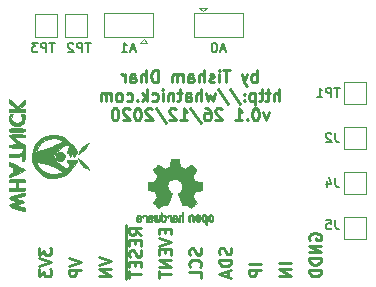
<source format=gbo>
%TF.GenerationSoftware,KiCad,Pcbnew,(5.99.0-7696-gc8be87a654)*%
%TF.CreationDate,2020-12-26T21:21:26+10:30*%
%TF.ProjectId,MCP39F521_Breakout,4d435033-3946-4353-9231-5f427265616b,rev?*%
%TF.SameCoordinates,Original*%
%TF.FileFunction,Legend,Bot*%
%TF.FilePolarity,Positive*%
%FSLAX46Y46*%
G04 Gerber Fmt 4.6, Leading zero omitted, Abs format (unit mm)*
G04 Created by KiCad (PCBNEW (5.99.0-7696-gc8be87a654)) date 2020-12-26 21:21:26*
%MOMM*%
%LPD*%
G01*
G04 APERTURE LIST*
%ADD10C,0.250000*%
%ADD11C,0.200000*%
%ADD12C,0.010000*%
%ADD13C,0.120000*%
G04 APERTURE END LIST*
D10*
X120102380Y-118530761D02*
X120102380Y-119149809D01*
X120483333Y-118816476D01*
X120483333Y-118959333D01*
X120530952Y-119054571D01*
X120578571Y-119102190D01*
X120673809Y-119149809D01*
X120911904Y-119149809D01*
X121007142Y-119102190D01*
X121054761Y-119054571D01*
X121102380Y-118959333D01*
X121102380Y-118673618D01*
X121054761Y-118578380D01*
X121007142Y-118530761D01*
X120102380Y-119435523D02*
X121102380Y-119768857D01*
X120102380Y-120102190D01*
X120102380Y-120340285D02*
X120102380Y-120959333D01*
X120483333Y-120625999D01*
X120483333Y-120768857D01*
X120530952Y-120864095D01*
X120578571Y-120911714D01*
X120673809Y-120959333D01*
X120911904Y-120959333D01*
X121007142Y-120911714D01*
X121054761Y-120864095D01*
X121102380Y-120768857D01*
X121102380Y-120483142D01*
X121054761Y-120387904D01*
X121007142Y-120340285D01*
X138508666Y-104506380D02*
X138508666Y-103506380D01*
X138508666Y-103887333D02*
X138413428Y-103839714D01*
X138222952Y-103839714D01*
X138127714Y-103887333D01*
X138080095Y-103934952D01*
X138032476Y-104030190D01*
X138032476Y-104315904D01*
X138080095Y-104411142D01*
X138127714Y-104458761D01*
X138222952Y-104506380D01*
X138413428Y-104506380D01*
X138508666Y-104458761D01*
X137699142Y-103839714D02*
X137461047Y-104506380D01*
X137222952Y-103839714D02*
X137461047Y-104506380D01*
X137556285Y-104744476D01*
X137603904Y-104792095D01*
X137699142Y-104839714D01*
X136222952Y-103506380D02*
X135651523Y-103506380D01*
X135937238Y-104506380D02*
X135937238Y-103506380D01*
X135318190Y-104506380D02*
X135318190Y-103839714D01*
X135318190Y-103506380D02*
X135365809Y-103554000D01*
X135318190Y-103601619D01*
X135270571Y-103554000D01*
X135318190Y-103506380D01*
X135318190Y-103601619D01*
X134889619Y-104458761D02*
X134794380Y-104506380D01*
X134603904Y-104506380D01*
X134508666Y-104458761D01*
X134461047Y-104363523D01*
X134461047Y-104315904D01*
X134508666Y-104220666D01*
X134603904Y-104173047D01*
X134746761Y-104173047D01*
X134842000Y-104125428D01*
X134889619Y-104030190D01*
X134889619Y-103982571D01*
X134842000Y-103887333D01*
X134746761Y-103839714D01*
X134603904Y-103839714D01*
X134508666Y-103887333D01*
X134032476Y-104506380D02*
X134032476Y-103506380D01*
X133603904Y-104506380D02*
X133603904Y-103982571D01*
X133651523Y-103887333D01*
X133746761Y-103839714D01*
X133889619Y-103839714D01*
X133984857Y-103887333D01*
X134032476Y-103934952D01*
X132699142Y-104506380D02*
X132699142Y-103982571D01*
X132746761Y-103887333D01*
X132842000Y-103839714D01*
X133032476Y-103839714D01*
X133127714Y-103887333D01*
X132699142Y-104458761D02*
X132794380Y-104506380D01*
X133032476Y-104506380D01*
X133127714Y-104458761D01*
X133175333Y-104363523D01*
X133175333Y-104268285D01*
X133127714Y-104173047D01*
X133032476Y-104125428D01*
X132794380Y-104125428D01*
X132699142Y-104077809D01*
X132222952Y-104506380D02*
X132222952Y-103839714D01*
X132222952Y-103934952D02*
X132175333Y-103887333D01*
X132080095Y-103839714D01*
X131937238Y-103839714D01*
X131842000Y-103887333D01*
X131794380Y-103982571D01*
X131794380Y-104506380D01*
X131794380Y-103982571D02*
X131746761Y-103887333D01*
X131651523Y-103839714D01*
X131508666Y-103839714D01*
X131413428Y-103887333D01*
X131365809Y-103982571D01*
X131365809Y-104506380D01*
X130127714Y-104506380D02*
X130127714Y-103506380D01*
X129889619Y-103506380D01*
X129746761Y-103554000D01*
X129651523Y-103649238D01*
X129603904Y-103744476D01*
X129556285Y-103934952D01*
X129556285Y-104077809D01*
X129603904Y-104268285D01*
X129651523Y-104363523D01*
X129746761Y-104458761D01*
X129889619Y-104506380D01*
X130127714Y-104506380D01*
X129127714Y-104506380D02*
X129127714Y-103506380D01*
X128699142Y-104506380D02*
X128699142Y-103982571D01*
X128746761Y-103887333D01*
X128842000Y-103839714D01*
X128984857Y-103839714D01*
X129080095Y-103887333D01*
X129127714Y-103934952D01*
X127794380Y-104506380D02*
X127794380Y-103982571D01*
X127842000Y-103887333D01*
X127937238Y-103839714D01*
X128127714Y-103839714D01*
X128222952Y-103887333D01*
X127794380Y-104458761D02*
X127889619Y-104506380D01*
X128127714Y-104506380D01*
X128222952Y-104458761D01*
X128270571Y-104363523D01*
X128270571Y-104268285D01*
X128222952Y-104173047D01*
X128127714Y-104125428D01*
X127889619Y-104125428D01*
X127794380Y-104077809D01*
X127318190Y-104506380D02*
X127318190Y-103839714D01*
X127318190Y-104030190D02*
X127270571Y-103934952D01*
X127222952Y-103887333D01*
X127127714Y-103839714D01*
X127032476Y-103839714D01*
X140389619Y-106116380D02*
X140389619Y-105116380D01*
X139961047Y-106116380D02*
X139961047Y-105592571D01*
X140008666Y-105497333D01*
X140103904Y-105449714D01*
X140246761Y-105449714D01*
X140342000Y-105497333D01*
X140389619Y-105544952D01*
X139627714Y-105449714D02*
X139246761Y-105449714D01*
X139484857Y-105116380D02*
X139484857Y-105973523D01*
X139437238Y-106068761D01*
X139342000Y-106116380D01*
X139246761Y-106116380D01*
X139056285Y-105449714D02*
X138675333Y-105449714D01*
X138913428Y-105116380D02*
X138913428Y-105973523D01*
X138865809Y-106068761D01*
X138770571Y-106116380D01*
X138675333Y-106116380D01*
X138342000Y-105449714D02*
X138342000Y-106449714D01*
X138342000Y-105497333D02*
X138246761Y-105449714D01*
X138056285Y-105449714D01*
X137961047Y-105497333D01*
X137913428Y-105544952D01*
X137865809Y-105640190D01*
X137865809Y-105925904D01*
X137913428Y-106021142D01*
X137961047Y-106068761D01*
X138056285Y-106116380D01*
X138246761Y-106116380D01*
X138342000Y-106068761D01*
X137437238Y-106021142D02*
X137389619Y-106068761D01*
X137437238Y-106116380D01*
X137484857Y-106068761D01*
X137437238Y-106021142D01*
X137437238Y-106116380D01*
X137437238Y-105497333D02*
X137389619Y-105544952D01*
X137437238Y-105592571D01*
X137484857Y-105544952D01*
X137437238Y-105497333D01*
X137437238Y-105592571D01*
X136246761Y-105068761D02*
X137103904Y-106354476D01*
X135199142Y-105068761D02*
X136056285Y-106354476D01*
X134961047Y-105449714D02*
X134770571Y-106116380D01*
X134580095Y-105640190D01*
X134389619Y-106116380D01*
X134199142Y-105449714D01*
X133818190Y-106116380D02*
X133818190Y-105116380D01*
X133389619Y-106116380D02*
X133389619Y-105592571D01*
X133437238Y-105497333D01*
X133532476Y-105449714D01*
X133675333Y-105449714D01*
X133770571Y-105497333D01*
X133818190Y-105544952D01*
X132484857Y-106116380D02*
X132484857Y-105592571D01*
X132532476Y-105497333D01*
X132627714Y-105449714D01*
X132818190Y-105449714D01*
X132913428Y-105497333D01*
X132484857Y-106068761D02*
X132580095Y-106116380D01*
X132818190Y-106116380D01*
X132913428Y-106068761D01*
X132961047Y-105973523D01*
X132961047Y-105878285D01*
X132913428Y-105783047D01*
X132818190Y-105735428D01*
X132580095Y-105735428D01*
X132484857Y-105687809D01*
X132151523Y-105449714D02*
X131770571Y-105449714D01*
X132008666Y-105116380D02*
X132008666Y-105973523D01*
X131961047Y-106068761D01*
X131865809Y-106116380D01*
X131770571Y-106116380D01*
X131437238Y-105449714D02*
X131437238Y-106116380D01*
X131437238Y-105544952D02*
X131389619Y-105497333D01*
X131294380Y-105449714D01*
X131151523Y-105449714D01*
X131056285Y-105497333D01*
X131008666Y-105592571D01*
X131008666Y-106116380D01*
X130532476Y-106116380D02*
X130532476Y-105449714D01*
X130532476Y-105116380D02*
X130580095Y-105164000D01*
X130532476Y-105211619D01*
X130484857Y-105164000D01*
X130532476Y-105116380D01*
X130532476Y-105211619D01*
X129627714Y-106068761D02*
X129722952Y-106116380D01*
X129913428Y-106116380D01*
X130008666Y-106068761D01*
X130056285Y-106021142D01*
X130103904Y-105925904D01*
X130103904Y-105640190D01*
X130056285Y-105544952D01*
X130008666Y-105497333D01*
X129913428Y-105449714D01*
X129722952Y-105449714D01*
X129627714Y-105497333D01*
X129199142Y-106116380D02*
X129199142Y-105116380D01*
X129103904Y-105735428D02*
X128818190Y-106116380D01*
X128818190Y-105449714D02*
X129199142Y-105830666D01*
X128389619Y-106021142D02*
X128342000Y-106068761D01*
X128389619Y-106116380D01*
X128437238Y-106068761D01*
X128389619Y-106021142D01*
X128389619Y-106116380D01*
X127484857Y-106068761D02*
X127580095Y-106116380D01*
X127770571Y-106116380D01*
X127865809Y-106068761D01*
X127913428Y-106021142D01*
X127961047Y-105925904D01*
X127961047Y-105640190D01*
X127913428Y-105544952D01*
X127865809Y-105497333D01*
X127770571Y-105449714D01*
X127580095Y-105449714D01*
X127484857Y-105497333D01*
X126913428Y-106116380D02*
X127008666Y-106068761D01*
X127056285Y-106021142D01*
X127103904Y-105925904D01*
X127103904Y-105640190D01*
X127056285Y-105544952D01*
X127008666Y-105497333D01*
X126913428Y-105449714D01*
X126770571Y-105449714D01*
X126675333Y-105497333D01*
X126627714Y-105544952D01*
X126580095Y-105640190D01*
X126580095Y-105925904D01*
X126627714Y-106021142D01*
X126675333Y-106068761D01*
X126770571Y-106116380D01*
X126913428Y-106116380D01*
X126151523Y-106116380D02*
X126151523Y-105449714D01*
X126151523Y-105544952D02*
X126103904Y-105497333D01*
X126008666Y-105449714D01*
X125865809Y-105449714D01*
X125770571Y-105497333D01*
X125722952Y-105592571D01*
X125722952Y-106116380D01*
X125722952Y-105592571D02*
X125675333Y-105497333D01*
X125580095Y-105449714D01*
X125437238Y-105449714D01*
X125342000Y-105497333D01*
X125294380Y-105592571D01*
X125294380Y-106116380D01*
X139508666Y-107059714D02*
X139270571Y-107726380D01*
X139032476Y-107059714D01*
X138461047Y-106726380D02*
X138365809Y-106726380D01*
X138270571Y-106774000D01*
X138222952Y-106821619D01*
X138175333Y-106916857D01*
X138127714Y-107107333D01*
X138127714Y-107345428D01*
X138175333Y-107535904D01*
X138222952Y-107631142D01*
X138270571Y-107678761D01*
X138365809Y-107726380D01*
X138461047Y-107726380D01*
X138556285Y-107678761D01*
X138603904Y-107631142D01*
X138651523Y-107535904D01*
X138699142Y-107345428D01*
X138699142Y-107107333D01*
X138651523Y-106916857D01*
X138603904Y-106821619D01*
X138556285Y-106774000D01*
X138461047Y-106726380D01*
X137699142Y-107631142D02*
X137651523Y-107678761D01*
X137699142Y-107726380D01*
X137746761Y-107678761D01*
X137699142Y-107631142D01*
X137699142Y-107726380D01*
X136699142Y-107726380D02*
X137270571Y-107726380D01*
X136984857Y-107726380D02*
X136984857Y-106726380D01*
X137080095Y-106869238D01*
X137175333Y-106964476D01*
X137270571Y-107012095D01*
X135556285Y-106821619D02*
X135508666Y-106774000D01*
X135413428Y-106726380D01*
X135175333Y-106726380D01*
X135080095Y-106774000D01*
X135032476Y-106821619D01*
X134984857Y-106916857D01*
X134984857Y-107012095D01*
X135032476Y-107154952D01*
X135603904Y-107726380D01*
X134984857Y-107726380D01*
X134127714Y-106726380D02*
X134318190Y-106726380D01*
X134413428Y-106774000D01*
X134461047Y-106821619D01*
X134556285Y-106964476D01*
X134603904Y-107154952D01*
X134603904Y-107535904D01*
X134556285Y-107631142D01*
X134508666Y-107678761D01*
X134413428Y-107726380D01*
X134222952Y-107726380D01*
X134127714Y-107678761D01*
X134080095Y-107631142D01*
X134032476Y-107535904D01*
X134032476Y-107297809D01*
X134080095Y-107202571D01*
X134127714Y-107154952D01*
X134222952Y-107107333D01*
X134413428Y-107107333D01*
X134508666Y-107154952D01*
X134556285Y-107202571D01*
X134603904Y-107297809D01*
X132889619Y-106678761D02*
X133746761Y-107964476D01*
X132032476Y-107726380D02*
X132603904Y-107726380D01*
X132318190Y-107726380D02*
X132318190Y-106726380D01*
X132413428Y-106869238D01*
X132508666Y-106964476D01*
X132603904Y-107012095D01*
X131651523Y-106821619D02*
X131603904Y-106774000D01*
X131508666Y-106726380D01*
X131270571Y-106726380D01*
X131175333Y-106774000D01*
X131127714Y-106821619D01*
X131080095Y-106916857D01*
X131080095Y-107012095D01*
X131127714Y-107154952D01*
X131699142Y-107726380D01*
X131080095Y-107726380D01*
X129937238Y-106678761D02*
X130794380Y-107964476D01*
X129651523Y-106821619D02*
X129603904Y-106774000D01*
X129508666Y-106726380D01*
X129270571Y-106726380D01*
X129175333Y-106774000D01*
X129127714Y-106821619D01*
X129080095Y-106916857D01*
X129080095Y-107012095D01*
X129127714Y-107154952D01*
X129699142Y-107726380D01*
X129080095Y-107726380D01*
X128461047Y-106726380D02*
X128365809Y-106726380D01*
X128270571Y-106774000D01*
X128222952Y-106821619D01*
X128175333Y-106916857D01*
X128127714Y-107107333D01*
X128127714Y-107345428D01*
X128175333Y-107535904D01*
X128222952Y-107631142D01*
X128270571Y-107678761D01*
X128365809Y-107726380D01*
X128461047Y-107726380D01*
X128556285Y-107678761D01*
X128603904Y-107631142D01*
X128651523Y-107535904D01*
X128699142Y-107345428D01*
X128699142Y-107107333D01*
X128651523Y-106916857D01*
X128603904Y-106821619D01*
X128556285Y-106774000D01*
X128461047Y-106726380D01*
X127746761Y-106821619D02*
X127699142Y-106774000D01*
X127603904Y-106726380D01*
X127365809Y-106726380D01*
X127270571Y-106774000D01*
X127222952Y-106821619D01*
X127175333Y-106916857D01*
X127175333Y-107012095D01*
X127222952Y-107154952D01*
X127794380Y-107726380D01*
X127175333Y-107726380D01*
X126556285Y-106726380D02*
X126461047Y-106726380D01*
X126365809Y-106774000D01*
X126318190Y-106821619D01*
X126270571Y-106916857D01*
X126222952Y-107107333D01*
X126222952Y-107345428D01*
X126270571Y-107535904D01*
X126318190Y-107631142D01*
X126365809Y-107678761D01*
X126461047Y-107726380D01*
X126556285Y-107726380D01*
X126651523Y-107678761D01*
X126699142Y-107631142D01*
X126746761Y-107535904D01*
X126794380Y-107345428D01*
X126794380Y-107107333D01*
X126746761Y-106916857D01*
X126699142Y-106821619D01*
X126651523Y-106774000D01*
X126556285Y-106726380D01*
X133754761Y-118578380D02*
X133802380Y-118721237D01*
X133802380Y-118959333D01*
X133754761Y-119054571D01*
X133707142Y-119102190D01*
X133611904Y-119149809D01*
X133516666Y-119149809D01*
X133421428Y-119102190D01*
X133373809Y-119054571D01*
X133326190Y-118959333D01*
X133278571Y-118768857D01*
X133230952Y-118673618D01*
X133183333Y-118625999D01*
X133088095Y-118578380D01*
X132992857Y-118578380D01*
X132897619Y-118625999D01*
X132850000Y-118673618D01*
X132802380Y-118768857D01*
X132802380Y-119006952D01*
X132850000Y-119149809D01*
X133707142Y-120149809D02*
X133754761Y-120102190D01*
X133802380Y-119959333D01*
X133802380Y-119864095D01*
X133754761Y-119721237D01*
X133659523Y-119625999D01*
X133564285Y-119578380D01*
X133373809Y-119530761D01*
X133230952Y-119530761D01*
X133040476Y-119578380D01*
X132945238Y-119625999D01*
X132850000Y-119721237D01*
X132802380Y-119864095D01*
X132802380Y-119959333D01*
X132850000Y-120102190D01*
X132897619Y-120149809D01*
X133802380Y-121054571D02*
X133802380Y-120578380D01*
X132802380Y-120578380D01*
X127440000Y-116625999D02*
X127440000Y-117625999D01*
X128722380Y-117435523D02*
X128246190Y-117102189D01*
X128722380Y-116864094D02*
X127722380Y-116864094D01*
X127722380Y-117245046D01*
X127770000Y-117340284D01*
X127817619Y-117387904D01*
X127912857Y-117435523D01*
X128055714Y-117435523D01*
X128150952Y-117387904D01*
X128198571Y-117340284D01*
X128246190Y-117245046D01*
X128246190Y-116864094D01*
X127440000Y-117625999D02*
X127440000Y-118530761D01*
X128198571Y-117864094D02*
X128198571Y-118197427D01*
X128722380Y-118340284D02*
X128722380Y-117864094D01*
X127722380Y-117864094D01*
X127722380Y-118340284D01*
X127440000Y-118530761D02*
X127440000Y-119483142D01*
X128674761Y-118721237D02*
X128722380Y-118864094D01*
X128722380Y-119102189D01*
X128674761Y-119197427D01*
X128627142Y-119245046D01*
X128531904Y-119292665D01*
X128436666Y-119292665D01*
X128341428Y-119245046D01*
X128293809Y-119197427D01*
X128246190Y-119102189D01*
X128198571Y-118911713D01*
X128150952Y-118816475D01*
X128103333Y-118768856D01*
X128008095Y-118721237D01*
X127912857Y-118721237D01*
X127817619Y-118768856D01*
X127770000Y-118816475D01*
X127722380Y-118911713D01*
X127722380Y-119149808D01*
X127770000Y-119292665D01*
X127440000Y-119483142D02*
X127440000Y-120387904D01*
X128198571Y-119721237D02*
X128198571Y-120054570D01*
X128722380Y-120197427D02*
X128722380Y-119721237D01*
X127722380Y-119721237D01*
X127722380Y-120197427D01*
X127440000Y-120387904D02*
X127440000Y-121149808D01*
X127722380Y-120483142D02*
X127722380Y-121054570D01*
X128722380Y-120768856D02*
X127722380Y-120768856D01*
X136294761Y-118530761D02*
X136342380Y-118673618D01*
X136342380Y-118911713D01*
X136294761Y-119006951D01*
X136247142Y-119054570D01*
X136151904Y-119102189D01*
X136056666Y-119102189D01*
X135961428Y-119054570D01*
X135913809Y-119006951D01*
X135866190Y-118911713D01*
X135818571Y-118721237D01*
X135770952Y-118625999D01*
X135723333Y-118578380D01*
X135628095Y-118530761D01*
X135532857Y-118530761D01*
X135437619Y-118578380D01*
X135390000Y-118625999D01*
X135342380Y-118721237D01*
X135342380Y-118959332D01*
X135390000Y-119102189D01*
X136342380Y-119530761D02*
X135342380Y-119530761D01*
X135342380Y-119768856D01*
X135390000Y-119911713D01*
X135485238Y-120006951D01*
X135580476Y-120054570D01*
X135770952Y-120102189D01*
X135913809Y-120102189D01*
X136104285Y-120054570D01*
X136199523Y-120006951D01*
X136294761Y-119911713D01*
X136342380Y-119768856D01*
X136342380Y-119530761D01*
X136056666Y-120483142D02*
X136056666Y-120959332D01*
X136342380Y-120387904D02*
X135342380Y-120721237D01*
X136342380Y-121054570D01*
X122642380Y-119387904D02*
X123642380Y-119721238D01*
X122642380Y-120054571D01*
X123642380Y-120387904D02*
X122642380Y-120387904D01*
X122642380Y-120768857D01*
X122690000Y-120864095D01*
X122737619Y-120911714D01*
X122832857Y-120959333D01*
X122975714Y-120959333D01*
X123070952Y-120911714D01*
X123118571Y-120864095D01*
X123166190Y-120768857D01*
X123166190Y-120387904D01*
X141422380Y-119864094D02*
X140422380Y-119864094D01*
X141422380Y-120340284D02*
X140422380Y-120340284D01*
X141422380Y-120911713D01*
X140422380Y-120911713D01*
X125182380Y-119340285D02*
X126182380Y-119673618D01*
X125182380Y-120006951D01*
X126182380Y-120340285D02*
X125182380Y-120340285D01*
X126182380Y-120911713D01*
X125182380Y-120911713D01*
X130738571Y-116911714D02*
X130738571Y-117245047D01*
X131262380Y-117387904D02*
X131262380Y-116911714D01*
X130262380Y-116911714D01*
X130262380Y-117387904D01*
X130262380Y-117673618D02*
X131262380Y-118006952D01*
X130262380Y-118340285D01*
X130738571Y-118673618D02*
X130738571Y-119006952D01*
X131262380Y-119149809D02*
X131262380Y-118673618D01*
X130262380Y-118673618D01*
X130262380Y-119149809D01*
X131262380Y-119578380D02*
X130262380Y-119578380D01*
X131262380Y-120149809D01*
X130262380Y-120149809D01*
X130262380Y-120483142D02*
X130262380Y-121054571D01*
X131262380Y-120768856D02*
X130262380Y-120768856D01*
X138882380Y-119911714D02*
X137882380Y-119911714D01*
X138882380Y-120387904D02*
X137882380Y-120387904D01*
X137882380Y-120768856D01*
X137930000Y-120864094D01*
X137977619Y-120911714D01*
X138072857Y-120959333D01*
X138215714Y-120959333D01*
X138310952Y-120911714D01*
X138358571Y-120864094D01*
X138406190Y-120768856D01*
X138406190Y-120387904D01*
X143010000Y-117864095D02*
X142962380Y-117768857D01*
X142962380Y-117626000D01*
X143010000Y-117483142D01*
X143105238Y-117387904D01*
X143200476Y-117340285D01*
X143390952Y-117292666D01*
X143533809Y-117292666D01*
X143724285Y-117340285D01*
X143819523Y-117387904D01*
X143914761Y-117483142D01*
X143962380Y-117626000D01*
X143962380Y-117721238D01*
X143914761Y-117864095D01*
X143867142Y-117911714D01*
X143533809Y-117911714D01*
X143533809Y-117721238D01*
X143962380Y-118340285D02*
X142962380Y-118340285D01*
X143962380Y-118911714D01*
X142962380Y-118911714D01*
X143962380Y-119387904D02*
X142962380Y-119387904D01*
X142962380Y-119626000D01*
X143010000Y-119768857D01*
X143105238Y-119864095D01*
X143200476Y-119911714D01*
X143390952Y-119959333D01*
X143533809Y-119959333D01*
X143724285Y-119911714D01*
X143819523Y-119864095D01*
X143914761Y-119768857D01*
X143962380Y-119626000D01*
X143962380Y-119387904D01*
X143962380Y-120387904D02*
X142962380Y-120387904D01*
X142962380Y-120626000D01*
X143010000Y-120768857D01*
X143105238Y-120864095D01*
X143200476Y-120911714D01*
X143390952Y-120959333D01*
X143533809Y-120959333D01*
X143724285Y-120911714D01*
X143819523Y-120864095D01*
X143914761Y-120768857D01*
X143962380Y-120626000D01*
X143962380Y-120387904D01*
D11*
%TO.C,A1*%
X128206428Y-101733333D02*
X127825476Y-101733333D01*
X128282619Y-101961904D02*
X128015952Y-101161904D01*
X127749285Y-101961904D01*
X127063571Y-101961904D02*
X127520714Y-101961904D01*
X127292142Y-101961904D02*
X127292142Y-101161904D01*
X127368333Y-101276190D01*
X127444523Y-101352380D01*
X127520714Y-101390476D01*
%TO.C,TP3*%
X121405523Y-101161904D02*
X120948380Y-101161904D01*
X121176952Y-101961904D02*
X121176952Y-101161904D01*
X120681714Y-101961904D02*
X120681714Y-101161904D01*
X120376952Y-101161904D01*
X120300761Y-101200000D01*
X120262666Y-101238095D01*
X120224571Y-101314285D01*
X120224571Y-101428571D01*
X120262666Y-101504761D01*
X120300761Y-101542857D01*
X120376952Y-101580952D01*
X120681714Y-101580952D01*
X119957904Y-101161904D02*
X119462666Y-101161904D01*
X119729333Y-101466666D01*
X119615047Y-101466666D01*
X119538857Y-101504761D01*
X119500761Y-101542857D01*
X119462666Y-101619047D01*
X119462666Y-101809523D01*
X119500761Y-101885714D01*
X119538857Y-101923809D01*
X119615047Y-101961904D01*
X119843619Y-101961904D01*
X119919809Y-101923809D01*
X119957904Y-101885714D01*
%TO.C,TP2*%
X124453523Y-101161904D02*
X123996380Y-101161904D01*
X124224952Y-101961904D02*
X124224952Y-101161904D01*
X123729714Y-101961904D02*
X123729714Y-101161904D01*
X123424952Y-101161904D01*
X123348761Y-101200000D01*
X123310666Y-101238095D01*
X123272571Y-101314285D01*
X123272571Y-101428571D01*
X123310666Y-101504761D01*
X123348761Y-101542857D01*
X123424952Y-101580952D01*
X123729714Y-101580952D01*
X122967809Y-101238095D02*
X122929714Y-101200000D01*
X122853523Y-101161904D01*
X122663047Y-101161904D01*
X122586857Y-101200000D01*
X122548761Y-101238095D01*
X122510666Y-101314285D01*
X122510666Y-101390476D01*
X122548761Y-101504761D01*
X123005904Y-101961904D01*
X122510666Y-101961904D01*
%TO.C,TP1*%
X145535523Y-104971904D02*
X145078380Y-104971904D01*
X145306952Y-105771904D02*
X145306952Y-104971904D01*
X144811714Y-105771904D02*
X144811714Y-104971904D01*
X144506952Y-104971904D01*
X144430761Y-105010000D01*
X144392666Y-105048095D01*
X144354571Y-105124285D01*
X144354571Y-105238571D01*
X144392666Y-105314761D01*
X144430761Y-105352857D01*
X144506952Y-105390952D01*
X144811714Y-105390952D01*
X143592666Y-105771904D02*
X144049809Y-105771904D01*
X143821238Y-105771904D02*
X143821238Y-104971904D01*
X143897428Y-105086190D01*
X143973619Y-105162380D01*
X144049809Y-105200476D01*
%TO.C,J5*%
X145173666Y-116147904D02*
X145173666Y-116719333D01*
X145211761Y-116833619D01*
X145287952Y-116909809D01*
X145402238Y-116947904D01*
X145478428Y-116947904D01*
X144411761Y-116147904D02*
X144792714Y-116147904D01*
X144830809Y-116528857D01*
X144792714Y-116490761D01*
X144716523Y-116452666D01*
X144526047Y-116452666D01*
X144449857Y-116490761D01*
X144411761Y-116528857D01*
X144373666Y-116605047D01*
X144373666Y-116795523D01*
X144411761Y-116871714D01*
X144449857Y-116909809D01*
X144526047Y-116947904D01*
X144716523Y-116947904D01*
X144792714Y-116909809D01*
X144830809Y-116871714D01*
%TO.C,J2*%
X145173666Y-108781904D02*
X145173666Y-109353333D01*
X145211761Y-109467619D01*
X145287952Y-109543809D01*
X145402238Y-109581904D01*
X145478428Y-109581904D01*
X144830809Y-108858095D02*
X144792714Y-108820000D01*
X144716523Y-108781904D01*
X144526047Y-108781904D01*
X144449857Y-108820000D01*
X144411761Y-108858095D01*
X144373666Y-108934285D01*
X144373666Y-109010476D01*
X144411761Y-109124761D01*
X144868904Y-109581904D01*
X144373666Y-109581904D01*
%TO.C,A0*%
X135826428Y-101733333D02*
X135445476Y-101733333D01*
X135902619Y-101961904D02*
X135635952Y-101161904D01*
X135369285Y-101961904D01*
X134950238Y-101161904D02*
X134874047Y-101161904D01*
X134797857Y-101200000D01*
X134759761Y-101238095D01*
X134721666Y-101314285D01*
X134683571Y-101466666D01*
X134683571Y-101657142D01*
X134721666Y-101809523D01*
X134759761Y-101885714D01*
X134797857Y-101923809D01*
X134874047Y-101961904D01*
X134950238Y-101961904D01*
X135026428Y-101923809D01*
X135064523Y-101885714D01*
X135102619Y-101809523D01*
X135140714Y-101657142D01*
X135140714Y-101466666D01*
X135102619Y-101314285D01*
X135064523Y-101238095D01*
X135026428Y-101200000D01*
X134950238Y-101161904D01*
%TO.C,J4*%
X145173666Y-112591904D02*
X145173666Y-113163333D01*
X145211761Y-113277619D01*
X145287952Y-113353809D01*
X145402238Y-113391904D01*
X145478428Y-113391904D01*
X144449857Y-112858571D02*
X144449857Y-113391904D01*
X144640333Y-112553809D02*
X144830809Y-113125238D01*
X144335571Y-113125238D01*
D12*
%TO.C,LOGO1*%
X132196114Y-115643289D02*
X132191861Y-115702613D01*
X132191861Y-115702613D02*
X132186975Y-115737572D01*
X132186975Y-115737572D02*
X132180205Y-115752820D01*
X132180205Y-115752820D02*
X132170298Y-115753015D01*
X132170298Y-115753015D02*
X132167086Y-115751195D01*
X132167086Y-115751195D02*
X132124356Y-115738015D01*
X132124356Y-115738015D02*
X132068773Y-115738785D01*
X132068773Y-115738785D02*
X132012263Y-115752333D01*
X132012263Y-115752333D02*
X131976918Y-115769861D01*
X131976918Y-115769861D02*
X131940679Y-115797861D01*
X131940679Y-115797861D02*
X131914187Y-115829549D01*
X131914187Y-115829549D02*
X131896001Y-115869813D01*
X131896001Y-115869813D02*
X131884678Y-115923543D01*
X131884678Y-115923543D02*
X131878778Y-115995626D01*
X131878778Y-115995626D02*
X131876857Y-116090951D01*
X131876857Y-116090951D02*
X131876823Y-116109237D01*
X131876823Y-116109237D02*
X131876800Y-116314646D01*
X131876800Y-116314646D02*
X131922509Y-116330580D01*
X131922509Y-116330580D02*
X131954973Y-116341420D01*
X131954973Y-116341420D02*
X131972785Y-116346468D01*
X131972785Y-116346468D02*
X131973309Y-116346514D01*
X131973309Y-116346514D02*
X131975063Y-116332828D01*
X131975063Y-116332828D02*
X131976556Y-116295076D01*
X131976556Y-116295076D02*
X131977674Y-116238224D01*
X131977674Y-116238224D02*
X131978303Y-116167234D01*
X131978303Y-116167234D02*
X131978400Y-116124073D01*
X131978400Y-116124073D02*
X131978602Y-116038973D01*
X131978602Y-116038973D02*
X131979642Y-115977981D01*
X131979642Y-115977981D02*
X131982169Y-115936177D01*
X131982169Y-115936177D02*
X131986836Y-115908642D01*
X131986836Y-115908642D02*
X131994293Y-115890456D01*
X131994293Y-115890456D02*
X132005189Y-115876698D01*
X132005189Y-115876698D02*
X132011993Y-115870073D01*
X132011993Y-115870073D02*
X132058728Y-115843375D01*
X132058728Y-115843375D02*
X132109728Y-115841375D01*
X132109728Y-115841375D02*
X132155999Y-115863955D01*
X132155999Y-115863955D02*
X132164556Y-115872107D01*
X132164556Y-115872107D02*
X132177107Y-115887436D01*
X132177107Y-115887436D02*
X132185812Y-115905618D01*
X132185812Y-115905618D02*
X132191369Y-115931909D01*
X132191369Y-115931909D02*
X132194474Y-115971562D01*
X132194474Y-115971562D02*
X132195824Y-116029832D01*
X132195824Y-116029832D02*
X132196114Y-116110173D01*
X132196114Y-116110173D02*
X132196114Y-116314646D01*
X132196114Y-116314646D02*
X132241823Y-116330580D01*
X132241823Y-116330580D02*
X132274287Y-116341420D01*
X132274287Y-116341420D02*
X132292099Y-116346468D01*
X132292099Y-116346468D02*
X132292623Y-116346514D01*
X132292623Y-116346514D02*
X132293963Y-116332623D01*
X132293963Y-116332623D02*
X132295172Y-116293439D01*
X132295172Y-116293439D02*
X132296199Y-116232700D01*
X132296199Y-116232700D02*
X132296998Y-116154141D01*
X132296998Y-116154141D02*
X132297519Y-116061498D01*
X132297519Y-116061498D02*
X132297714Y-115958509D01*
X132297714Y-115958509D02*
X132297714Y-115561342D01*
X132297714Y-115561342D02*
X132250543Y-115541444D01*
X132250543Y-115541444D02*
X132203371Y-115521547D01*
X132203371Y-115521547D02*
X132196114Y-115643289D01*
X132196114Y-115643289D02*
X132196114Y-115643289D01*
G36*
X132250543Y-115541444D02*
G01*
X132297714Y-115561342D01*
X132297714Y-115958509D01*
X132297519Y-116061498D01*
X132296998Y-116154141D01*
X132296199Y-116232700D01*
X132295172Y-116293439D01*
X132293963Y-116332623D01*
X132292623Y-116346514D01*
X132292099Y-116346468D01*
X132274287Y-116341420D01*
X132241823Y-116330580D01*
X132196114Y-116314646D01*
X132196114Y-116110173D01*
X132195824Y-116029832D01*
X132194474Y-115971562D01*
X132191369Y-115931909D01*
X132185812Y-115905618D01*
X132177107Y-115887436D01*
X132164556Y-115872107D01*
X132155999Y-115863955D01*
X132109728Y-115841375D01*
X132058728Y-115843375D01*
X132011993Y-115870073D01*
X132005189Y-115876698D01*
X131994293Y-115890456D01*
X131986836Y-115908642D01*
X131982169Y-115936177D01*
X131979642Y-115977981D01*
X131978602Y-116038973D01*
X131978400Y-116124073D01*
X131978303Y-116167234D01*
X131977674Y-116238224D01*
X131976556Y-116295076D01*
X131975063Y-116332828D01*
X131973309Y-116346514D01*
X131972785Y-116346468D01*
X131954973Y-116341420D01*
X131922509Y-116330580D01*
X131876800Y-116314646D01*
X131876823Y-116109237D01*
X131876857Y-116090951D01*
X131878778Y-115995626D01*
X131884678Y-115923543D01*
X131896001Y-115869813D01*
X131914187Y-115829549D01*
X131940679Y-115797861D01*
X131976918Y-115769861D01*
X132012263Y-115752333D01*
X132068773Y-115738785D01*
X132124356Y-115738015D01*
X132167086Y-115751195D01*
X132170298Y-115753015D01*
X132180205Y-115752820D01*
X132186975Y-115737572D01*
X132191861Y-115702613D01*
X132196114Y-115643289D01*
X132203371Y-115521547D01*
X132250543Y-115541444D01*
G37*
X132250543Y-115541444D02*
X132297714Y-115561342D01*
X132297714Y-115958509D01*
X132297519Y-116061498D01*
X132296998Y-116154141D01*
X132296199Y-116232700D01*
X132295172Y-116293439D01*
X132293963Y-116332623D01*
X132292623Y-116346514D01*
X132292099Y-116346468D01*
X132274287Y-116341420D01*
X132241823Y-116330580D01*
X132196114Y-116314646D01*
X132196114Y-116110173D01*
X132195824Y-116029832D01*
X132194474Y-115971562D01*
X132191369Y-115931909D01*
X132185812Y-115905618D01*
X132177107Y-115887436D01*
X132164556Y-115872107D01*
X132155999Y-115863955D01*
X132109728Y-115841375D01*
X132058728Y-115843375D01*
X132011993Y-115870073D01*
X132005189Y-115876698D01*
X131994293Y-115890456D01*
X131986836Y-115908642D01*
X131982169Y-115936177D01*
X131979642Y-115977981D01*
X131978602Y-116038973D01*
X131978400Y-116124073D01*
X131978303Y-116167234D01*
X131977674Y-116238224D01*
X131976556Y-116295076D01*
X131975063Y-116332828D01*
X131973309Y-116346514D01*
X131972785Y-116346468D01*
X131954973Y-116341420D01*
X131922509Y-116330580D01*
X131876800Y-116314646D01*
X131876823Y-116109237D01*
X131876857Y-116090951D01*
X131878778Y-115995626D01*
X131884678Y-115923543D01*
X131896001Y-115869813D01*
X131914187Y-115829549D01*
X131940679Y-115797861D01*
X131976918Y-115769861D01*
X132012263Y-115752333D01*
X132068773Y-115738785D01*
X132124356Y-115738015D01*
X132167086Y-115751195D01*
X132170298Y-115753015D01*
X132180205Y-115752820D01*
X132186975Y-115737572D01*
X132191861Y-115702613D01*
X132196114Y-115643289D01*
X132203371Y-115521547D01*
X132250543Y-115541444D01*
X131468090Y-111034348D02*
X131389546Y-111034778D01*
X131389546Y-111034778D02*
X131332702Y-111035942D01*
X131332702Y-111035942D02*
X131293895Y-111038207D01*
X131293895Y-111038207D02*
X131269462Y-111041940D01*
X131269462Y-111041940D02*
X131255738Y-111047506D01*
X131255738Y-111047506D02*
X131249060Y-111055273D01*
X131249060Y-111055273D02*
X131245764Y-111065605D01*
X131245764Y-111065605D02*
X131245444Y-111066943D01*
X131245444Y-111066943D02*
X131240438Y-111091079D01*
X131240438Y-111091079D02*
X131231171Y-111138701D01*
X131231171Y-111138701D02*
X131218608Y-111204741D01*
X131218608Y-111204741D02*
X131203713Y-111284128D01*
X131203713Y-111284128D02*
X131187449Y-111371796D01*
X131187449Y-111371796D02*
X131186881Y-111374875D01*
X131186881Y-111374875D02*
X131170590Y-111460789D01*
X131170590Y-111460789D02*
X131155348Y-111536696D01*
X131155348Y-111536696D02*
X131142139Y-111598045D01*
X131142139Y-111598045D02*
X131131946Y-111640282D01*
X131131946Y-111640282D02*
X131125752Y-111658855D01*
X131125752Y-111658855D02*
X131125457Y-111659184D01*
X131125457Y-111659184D02*
X131107212Y-111668253D01*
X131107212Y-111668253D02*
X131069595Y-111683367D01*
X131069595Y-111683367D02*
X131020729Y-111701262D01*
X131020729Y-111701262D02*
X131020457Y-111701358D01*
X131020457Y-111701358D02*
X130958907Y-111724493D01*
X130958907Y-111724493D02*
X130886343Y-111753965D01*
X130886343Y-111753965D02*
X130817943Y-111783597D01*
X130817943Y-111783597D02*
X130814706Y-111785062D01*
X130814706Y-111785062D02*
X130703298Y-111835626D01*
X130703298Y-111835626D02*
X130456601Y-111667160D01*
X130456601Y-111667160D02*
X130380923Y-111615803D01*
X130380923Y-111615803D02*
X130312369Y-111569889D01*
X130312369Y-111569889D02*
X130254912Y-111532030D01*
X130254912Y-111532030D02*
X130212524Y-111504837D01*
X130212524Y-111504837D02*
X130189175Y-111490921D01*
X130189175Y-111490921D02*
X130186958Y-111489889D01*
X130186958Y-111489889D02*
X130169990Y-111494484D01*
X130169990Y-111494484D02*
X130138299Y-111516655D01*
X130138299Y-111516655D02*
X130090648Y-111557447D01*
X130090648Y-111557447D02*
X130025802Y-111617905D01*
X130025802Y-111617905D02*
X129959603Y-111682227D01*
X129959603Y-111682227D02*
X129895786Y-111745612D01*
X129895786Y-111745612D02*
X129838671Y-111803451D01*
X129838671Y-111803451D02*
X129791695Y-111852175D01*
X129791695Y-111852175D02*
X129758297Y-111888210D01*
X129758297Y-111888210D02*
X129741915Y-111907984D01*
X129741915Y-111907984D02*
X129741306Y-111909002D01*
X129741306Y-111909002D02*
X129739495Y-111922572D01*
X129739495Y-111922572D02*
X129746317Y-111944733D01*
X129746317Y-111944733D02*
X129763460Y-111978478D01*
X129763460Y-111978478D02*
X129792607Y-112026800D01*
X129792607Y-112026800D02*
X129835445Y-112092692D01*
X129835445Y-112092692D02*
X129892552Y-112177517D01*
X129892552Y-112177517D02*
X129943234Y-112252177D01*
X129943234Y-112252177D02*
X129988539Y-112319140D01*
X129988539Y-112319140D02*
X130025850Y-112374516D01*
X130025850Y-112374516D02*
X130052548Y-112414420D01*
X130052548Y-112414420D02*
X130066015Y-112434962D01*
X130066015Y-112434962D02*
X130066863Y-112436356D01*
X130066863Y-112436356D02*
X130065219Y-112456038D01*
X130065219Y-112456038D02*
X130052755Y-112494293D01*
X130052755Y-112494293D02*
X130031952Y-112543889D01*
X130031952Y-112543889D02*
X130024538Y-112559728D01*
X130024538Y-112559728D02*
X129992186Y-112630290D01*
X129992186Y-112630290D02*
X129957672Y-112710353D01*
X129957672Y-112710353D02*
X129929635Y-112779629D01*
X129929635Y-112779629D02*
X129909432Y-112831045D01*
X129909432Y-112831045D02*
X129893385Y-112870119D01*
X129893385Y-112870119D02*
X129884112Y-112890541D01*
X129884112Y-112890541D02*
X129882959Y-112892114D01*
X129882959Y-112892114D02*
X129865904Y-112894721D01*
X129865904Y-112894721D02*
X129825702Y-112901863D01*
X129825702Y-112901863D02*
X129767698Y-112912523D01*
X129767698Y-112912523D02*
X129697237Y-112925685D01*
X129697237Y-112925685D02*
X129619665Y-112940333D01*
X129619665Y-112940333D02*
X129540328Y-112955449D01*
X129540328Y-112955449D02*
X129464569Y-112970018D01*
X129464569Y-112970018D02*
X129397736Y-112983022D01*
X129397736Y-112983022D02*
X129345172Y-112993445D01*
X129345172Y-112993445D02*
X129312224Y-113000270D01*
X129312224Y-113000270D02*
X129304143Y-113002199D01*
X129304143Y-113002199D02*
X129295795Y-113006962D01*
X129295795Y-113006962D02*
X129289494Y-113017718D01*
X129289494Y-113017718D02*
X129284955Y-113038098D01*
X129284955Y-113038098D02*
X129281896Y-113071734D01*
X129281896Y-113071734D02*
X129280033Y-113122255D01*
X129280033Y-113122255D02*
X129279082Y-113193292D01*
X129279082Y-113193292D02*
X129278760Y-113288476D01*
X129278760Y-113288476D02*
X129278743Y-113327492D01*
X129278743Y-113327492D02*
X129278743Y-113644799D01*
X129278743Y-113644799D02*
X129354943Y-113659839D01*
X129354943Y-113659839D02*
X129397337Y-113667995D01*
X129397337Y-113667995D02*
X129460600Y-113679899D01*
X129460600Y-113679899D02*
X129537038Y-113694116D01*
X129537038Y-113694116D02*
X129618957Y-113709210D01*
X129618957Y-113709210D02*
X129641600Y-113713355D01*
X129641600Y-113713355D02*
X129717194Y-113728053D01*
X129717194Y-113728053D02*
X129783047Y-113742505D01*
X129783047Y-113742505D02*
X129833634Y-113755375D01*
X129833634Y-113755375D02*
X129863426Y-113765322D01*
X129863426Y-113765322D02*
X129868388Y-113768287D01*
X129868388Y-113768287D02*
X129880574Y-113789283D01*
X129880574Y-113789283D02*
X129898047Y-113829967D01*
X129898047Y-113829967D02*
X129917423Y-113882322D01*
X129917423Y-113882322D02*
X129921266Y-113893600D01*
X129921266Y-113893600D02*
X129946661Y-113963523D01*
X129946661Y-113963523D02*
X129978183Y-114042418D01*
X129978183Y-114042418D02*
X130009031Y-114113266D01*
X130009031Y-114113266D02*
X130009183Y-114113595D01*
X130009183Y-114113595D02*
X130060553Y-114224733D01*
X130060553Y-114224733D02*
X129891601Y-114473253D01*
X129891601Y-114473253D02*
X129722648Y-114721772D01*
X129722648Y-114721772D02*
X129939571Y-114939058D01*
X129939571Y-114939058D02*
X130005181Y-115003726D01*
X130005181Y-115003726D02*
X130065021Y-115060733D01*
X130065021Y-115060733D02*
X130115733Y-115107033D01*
X130115733Y-115107033D02*
X130153954Y-115139584D01*
X130153954Y-115139584D02*
X130176325Y-115155343D01*
X130176325Y-115155343D02*
X130179534Y-115156343D01*
X130179534Y-115156343D02*
X130198374Y-115148469D01*
X130198374Y-115148469D02*
X130236820Y-115126578D01*
X130236820Y-115126578D02*
X130290670Y-115093267D01*
X130290670Y-115093267D02*
X130355724Y-115051131D01*
X130355724Y-115051131D02*
X130426060Y-115003943D01*
X130426060Y-115003943D02*
X130497445Y-114955810D01*
X130497445Y-114955810D02*
X130561092Y-114913928D01*
X130561092Y-114913928D02*
X130612959Y-114880871D01*
X130612959Y-114880871D02*
X130649005Y-114859218D01*
X130649005Y-114859218D02*
X130665133Y-114851543D01*
X130665133Y-114851543D02*
X130684811Y-114858037D01*
X130684811Y-114858037D02*
X130722125Y-114875150D01*
X130722125Y-114875150D02*
X130769379Y-114899326D01*
X130769379Y-114899326D02*
X130774388Y-114902013D01*
X130774388Y-114902013D02*
X130838023Y-114933927D01*
X130838023Y-114933927D02*
X130881659Y-114949579D01*
X130881659Y-114949579D02*
X130908798Y-114949745D01*
X130908798Y-114949745D02*
X130922943Y-114935204D01*
X130922943Y-114935204D02*
X130923025Y-114935000D01*
X130923025Y-114935000D02*
X130930095Y-114917779D01*
X130930095Y-114917779D02*
X130946958Y-114876899D01*
X130946958Y-114876899D02*
X130972305Y-114815525D01*
X130972305Y-114815525D02*
X131004829Y-114736819D01*
X131004829Y-114736819D02*
X131043222Y-114643947D01*
X131043222Y-114643947D02*
X131086178Y-114540072D01*
X131086178Y-114540072D02*
X131127778Y-114439502D01*
X131127778Y-114439502D02*
X131173496Y-114328516D01*
X131173496Y-114328516D02*
X131215474Y-114225703D01*
X131215474Y-114225703D02*
X131252452Y-114134215D01*
X131252452Y-114134215D02*
X131283173Y-114057201D01*
X131283173Y-114057201D02*
X131306378Y-113997815D01*
X131306378Y-113997815D02*
X131320810Y-113959209D01*
X131320810Y-113959209D02*
X131325257Y-113944800D01*
X131325257Y-113944800D02*
X131314104Y-113928272D01*
X131314104Y-113928272D02*
X131284931Y-113901930D01*
X131284931Y-113901930D02*
X131246029Y-113872887D01*
X131246029Y-113872887D02*
X131135243Y-113781039D01*
X131135243Y-113781039D02*
X131048649Y-113675759D01*
X131048649Y-113675759D02*
X130987284Y-113559266D01*
X130987284Y-113559266D02*
X130952185Y-113433776D01*
X130952185Y-113433776D02*
X130944392Y-113301507D01*
X130944392Y-113301507D02*
X130950057Y-113240457D01*
X130950057Y-113240457D02*
X130980922Y-113113795D01*
X130980922Y-113113795D02*
X131034080Y-113001941D01*
X131034080Y-113001941D02*
X131106233Y-112906001D01*
X131106233Y-112906001D02*
X131194083Y-112827076D01*
X131194083Y-112827076D02*
X131294335Y-112766270D01*
X131294335Y-112766270D02*
X131403690Y-112724687D01*
X131403690Y-112724687D02*
X131518853Y-112703428D01*
X131518853Y-112703428D02*
X131636525Y-112703599D01*
X131636525Y-112703599D02*
X131753410Y-112726301D01*
X131753410Y-112726301D02*
X131866211Y-112772638D01*
X131866211Y-112772638D02*
X131971631Y-112843713D01*
X131971631Y-112843713D02*
X132015632Y-112883911D01*
X132015632Y-112883911D02*
X132100021Y-112987129D01*
X132100021Y-112987129D02*
X132158778Y-113099925D01*
X132158778Y-113099925D02*
X132192296Y-113219010D01*
X132192296Y-113219010D02*
X132200965Y-113341095D01*
X132200965Y-113341095D02*
X132185177Y-113462893D01*
X132185177Y-113462893D02*
X132145322Y-113581116D01*
X132145322Y-113581116D02*
X132081793Y-113692475D01*
X132081793Y-113692475D02*
X131994979Y-113793684D01*
X131994979Y-113793684D02*
X131897971Y-113872887D01*
X131897971Y-113872887D02*
X131857563Y-113903162D01*
X131857563Y-113903162D02*
X131829018Y-113929219D01*
X131829018Y-113929219D02*
X131818743Y-113944825D01*
X131818743Y-113944825D02*
X131824123Y-113961843D01*
X131824123Y-113961843D02*
X131839425Y-114002500D01*
X131839425Y-114002500D02*
X131863388Y-114063642D01*
X131863388Y-114063642D02*
X131894756Y-114142119D01*
X131894756Y-114142119D02*
X131932268Y-114234780D01*
X131932268Y-114234780D02*
X131974667Y-114338472D01*
X131974667Y-114338472D02*
X132016337Y-114439526D01*
X132016337Y-114439526D02*
X132062310Y-114550607D01*
X132062310Y-114550607D02*
X132104893Y-114653541D01*
X132104893Y-114653541D02*
X132142779Y-114745165D01*
X132142779Y-114745165D02*
X132174660Y-114822316D01*
X132174660Y-114822316D02*
X132199229Y-114881831D01*
X132199229Y-114881831D02*
X132215180Y-114920544D01*
X132215180Y-114920544D02*
X132221090Y-114935000D01*
X132221090Y-114935000D02*
X132235052Y-114949685D01*
X132235052Y-114949685D02*
X132262060Y-114949642D01*
X132262060Y-114949642D02*
X132305587Y-114934099D01*
X132305587Y-114934099D02*
X132369110Y-114902284D01*
X132369110Y-114902284D02*
X132369612Y-114902013D01*
X132369612Y-114902013D02*
X132417440Y-114877323D01*
X132417440Y-114877323D02*
X132456103Y-114859338D01*
X132456103Y-114859338D02*
X132477905Y-114851614D01*
X132477905Y-114851614D02*
X132478867Y-114851543D01*
X132478867Y-114851543D02*
X132495279Y-114859378D01*
X132495279Y-114859378D02*
X132531513Y-114881165D01*
X132531513Y-114881165D02*
X132583526Y-114914328D01*
X132583526Y-114914328D02*
X132647275Y-114956291D01*
X132647275Y-114956291D02*
X132717940Y-115003943D01*
X132717940Y-115003943D02*
X132789884Y-115052191D01*
X132789884Y-115052191D02*
X132854726Y-115094151D01*
X132854726Y-115094151D02*
X132908265Y-115127227D01*
X132908265Y-115127227D02*
X132946303Y-115148821D01*
X132946303Y-115148821D02*
X132964467Y-115156343D01*
X132964467Y-115156343D02*
X132981192Y-115146457D01*
X132981192Y-115146457D02*
X133014820Y-115118826D01*
X133014820Y-115118826D02*
X133061990Y-115076495D01*
X133061990Y-115076495D02*
X133119342Y-115022505D01*
X133119342Y-115022505D02*
X133183516Y-114959899D01*
X133183516Y-114959899D02*
X133204503Y-114938983D01*
X133204503Y-114938983D02*
X133421501Y-114721623D01*
X133421501Y-114721623D02*
X133256332Y-114479220D01*
X133256332Y-114479220D02*
X133206136Y-114404781D01*
X133206136Y-114404781D02*
X133162081Y-114337972D01*
X133162081Y-114337972D02*
X133126638Y-114282665D01*
X133126638Y-114282665D02*
X133102281Y-114242729D01*
X133102281Y-114242729D02*
X133091478Y-114222036D01*
X133091478Y-114222036D02*
X133091162Y-114220563D01*
X133091162Y-114220563D02*
X133096857Y-114201058D01*
X133096857Y-114201058D02*
X133112174Y-114161822D01*
X133112174Y-114161822D02*
X133134463Y-114109430D01*
X133134463Y-114109430D02*
X133150107Y-114074355D01*
X133150107Y-114074355D02*
X133179359Y-114007201D01*
X133179359Y-114007201D02*
X133206906Y-113939358D01*
X133206906Y-113939358D02*
X133228263Y-113882034D01*
X133228263Y-113882034D02*
X133234065Y-113864572D01*
X133234065Y-113864572D02*
X133250548Y-113817938D01*
X133250548Y-113817938D02*
X133266660Y-113781905D01*
X133266660Y-113781905D02*
X133275510Y-113768287D01*
X133275510Y-113768287D02*
X133295040Y-113759952D01*
X133295040Y-113759952D02*
X133337666Y-113748137D01*
X133337666Y-113748137D02*
X133397855Y-113734181D01*
X133397855Y-113734181D02*
X133470078Y-113719422D01*
X133470078Y-113719422D02*
X133502400Y-113713355D01*
X133502400Y-113713355D02*
X133584478Y-113698273D01*
X133584478Y-113698273D02*
X133663205Y-113683669D01*
X133663205Y-113683669D02*
X133730891Y-113670980D01*
X133730891Y-113670980D02*
X133779840Y-113661642D01*
X133779840Y-113661642D02*
X133789057Y-113659839D01*
X133789057Y-113659839D02*
X133865257Y-113644799D01*
X133865257Y-113644799D02*
X133865257Y-113327492D01*
X133865257Y-113327492D02*
X133865086Y-113223154D01*
X133865086Y-113223154D02*
X133864384Y-113144213D01*
X133864384Y-113144213D02*
X133862866Y-113087038D01*
X133862866Y-113087038D02*
X133860251Y-113047999D01*
X133860251Y-113047999D02*
X133856254Y-113023465D01*
X133856254Y-113023465D02*
X133850591Y-113009805D01*
X133850591Y-113009805D02*
X133842980Y-113003389D01*
X133842980Y-113003389D02*
X133839857Y-113002199D01*
X133839857Y-113002199D02*
X133821022Y-112997980D01*
X133821022Y-112997980D02*
X133779412Y-112989562D01*
X133779412Y-112989562D02*
X133720370Y-112977961D01*
X133720370Y-112977961D02*
X133649243Y-112964195D01*
X133649243Y-112964195D02*
X133571375Y-112949280D01*
X133571375Y-112949280D02*
X133492113Y-112934232D01*
X133492113Y-112934232D02*
X133416802Y-112920069D01*
X133416802Y-112920069D02*
X133350787Y-112907806D01*
X133350787Y-112907806D02*
X133299413Y-112898461D01*
X133299413Y-112898461D02*
X133268025Y-112893050D01*
X133268025Y-112893050D02*
X133261041Y-112892114D01*
X133261041Y-112892114D02*
X133254715Y-112879596D01*
X133254715Y-112879596D02*
X133240710Y-112846246D01*
X133240710Y-112846246D02*
X133221645Y-112798377D01*
X133221645Y-112798377D02*
X133214366Y-112779629D01*
X133214366Y-112779629D02*
X133185004Y-112707195D01*
X133185004Y-112707195D02*
X133150429Y-112627170D01*
X133150429Y-112627170D02*
X133119463Y-112559728D01*
X133119463Y-112559728D02*
X133096677Y-112508159D01*
X133096677Y-112508159D02*
X133081518Y-112465785D01*
X133081518Y-112465785D02*
X133076458Y-112439834D01*
X133076458Y-112439834D02*
X133077264Y-112436356D01*
X133077264Y-112436356D02*
X133087959Y-112419936D01*
X133087959Y-112419936D02*
X133112380Y-112383417D01*
X133112380Y-112383417D02*
X133147905Y-112330687D01*
X133147905Y-112330687D02*
X133191913Y-112265635D01*
X133191913Y-112265635D02*
X133241783Y-112192151D01*
X133241783Y-112192151D02*
X133251644Y-112177645D01*
X133251644Y-112177645D02*
X133309508Y-112091704D01*
X133309508Y-112091704D02*
X133352044Y-112026261D01*
X133352044Y-112026261D02*
X133380946Y-111978304D01*
X133380946Y-111978304D02*
X133397910Y-111944820D01*
X133397910Y-111944820D02*
X133404633Y-111922795D01*
X133404633Y-111922795D02*
X133402810Y-111909217D01*
X133402810Y-111909217D02*
X133402764Y-111909131D01*
X133402764Y-111909131D02*
X133388414Y-111891297D01*
X133388414Y-111891297D02*
X133356677Y-111856817D01*
X133356677Y-111856817D02*
X133310990Y-111809268D01*
X133310990Y-111809268D02*
X133254796Y-111752222D01*
X133254796Y-111752222D02*
X133191532Y-111689255D01*
X133191532Y-111689255D02*
X133184398Y-111682227D01*
X133184398Y-111682227D02*
X133104670Y-111605020D01*
X133104670Y-111605020D02*
X133043143Y-111548330D01*
X133043143Y-111548330D02*
X132998579Y-111511110D01*
X132998579Y-111511110D02*
X132969743Y-111492315D01*
X132969743Y-111492315D02*
X132957042Y-111489889D01*
X132957042Y-111489889D02*
X132938506Y-111500471D01*
X132938506Y-111500471D02*
X132900039Y-111524916D01*
X132900039Y-111524916D02*
X132845614Y-111560612D01*
X132845614Y-111560612D02*
X132779202Y-111604947D01*
X132779202Y-111604947D02*
X132704775Y-111655311D01*
X132704775Y-111655311D02*
X132687399Y-111667160D01*
X132687399Y-111667160D02*
X132440703Y-111835626D01*
X132440703Y-111835626D02*
X132329294Y-111785062D01*
X132329294Y-111785062D02*
X132261543Y-111755595D01*
X132261543Y-111755595D02*
X132188817Y-111725959D01*
X132188817Y-111725959D02*
X132126297Y-111702330D01*
X132126297Y-111702330D02*
X132123543Y-111701358D01*
X132123543Y-111701358D02*
X132074640Y-111683457D01*
X132074640Y-111683457D02*
X132036943Y-111668320D01*
X132036943Y-111668320D02*
X132018575Y-111659210D01*
X132018575Y-111659210D02*
X132018544Y-111659184D01*
X132018544Y-111659184D02*
X132012715Y-111642717D01*
X132012715Y-111642717D02*
X132002808Y-111602219D01*
X132002808Y-111602219D02*
X131989805Y-111542242D01*
X131989805Y-111542242D02*
X131974691Y-111467340D01*
X131974691Y-111467340D02*
X131958448Y-111382064D01*
X131958448Y-111382064D02*
X131957119Y-111374875D01*
X131957119Y-111374875D02*
X131940825Y-111287014D01*
X131940825Y-111287014D02*
X131925867Y-111207260D01*
X131925867Y-111207260D02*
X131913209Y-111140681D01*
X131913209Y-111140681D02*
X131903814Y-111092347D01*
X131903814Y-111092347D02*
X131898646Y-111067325D01*
X131898646Y-111067325D02*
X131898556Y-111066943D01*
X131898556Y-111066943D02*
X131895411Y-111056299D01*
X131895411Y-111056299D02*
X131889296Y-111048262D01*
X131889296Y-111048262D02*
X131876547Y-111042467D01*
X131876547Y-111042467D02*
X131853500Y-111038547D01*
X131853500Y-111038547D02*
X131816491Y-111036135D01*
X131816491Y-111036135D02*
X131761856Y-111034865D01*
X131761856Y-111034865D02*
X131685933Y-111034371D01*
X131685933Y-111034371D02*
X131585056Y-111034286D01*
X131585056Y-111034286D02*
X131572000Y-111034286D01*
X131572000Y-111034286D02*
X131468090Y-111034348D01*
X131468090Y-111034348D02*
X131468090Y-111034348D01*
G36*
X131685933Y-111034371D02*
G01*
X131761856Y-111034865D01*
X131816491Y-111036135D01*
X131853500Y-111038547D01*
X131876547Y-111042467D01*
X131889296Y-111048262D01*
X131895411Y-111056299D01*
X131898556Y-111066943D01*
X131898646Y-111067325D01*
X131903814Y-111092347D01*
X131913209Y-111140681D01*
X131925867Y-111207260D01*
X131940825Y-111287014D01*
X131957119Y-111374875D01*
X131958448Y-111382064D01*
X131974691Y-111467340D01*
X131989805Y-111542242D01*
X132002808Y-111602219D01*
X132012715Y-111642717D01*
X132018544Y-111659184D01*
X132018575Y-111659210D01*
X132036943Y-111668320D01*
X132074640Y-111683457D01*
X132123543Y-111701358D01*
X132126297Y-111702330D01*
X132188817Y-111725959D01*
X132261543Y-111755595D01*
X132329294Y-111785062D01*
X132440703Y-111835626D01*
X132687399Y-111667160D01*
X132704775Y-111655311D01*
X132779202Y-111604947D01*
X132845614Y-111560612D01*
X132900039Y-111524916D01*
X132938506Y-111500471D01*
X132957042Y-111489889D01*
X132969743Y-111492315D01*
X132998579Y-111511110D01*
X133043143Y-111548330D01*
X133104670Y-111605020D01*
X133184398Y-111682227D01*
X133191532Y-111689255D01*
X133254796Y-111752222D01*
X133310990Y-111809268D01*
X133356677Y-111856817D01*
X133388414Y-111891297D01*
X133402764Y-111909131D01*
X133402810Y-111909217D01*
X133404633Y-111922795D01*
X133397910Y-111944820D01*
X133380946Y-111978304D01*
X133352044Y-112026261D01*
X133309508Y-112091704D01*
X133251644Y-112177645D01*
X133241783Y-112192151D01*
X133191913Y-112265635D01*
X133147905Y-112330687D01*
X133112380Y-112383417D01*
X133087959Y-112419936D01*
X133077264Y-112436356D01*
X133076458Y-112439834D01*
X133081518Y-112465785D01*
X133096677Y-112508159D01*
X133119463Y-112559728D01*
X133150429Y-112627170D01*
X133185004Y-112707195D01*
X133214366Y-112779629D01*
X133221645Y-112798377D01*
X133240710Y-112846246D01*
X133254715Y-112879596D01*
X133261041Y-112892114D01*
X133268025Y-112893050D01*
X133299413Y-112898461D01*
X133350787Y-112907806D01*
X133416802Y-112920069D01*
X133492113Y-112934232D01*
X133571375Y-112949280D01*
X133649243Y-112964195D01*
X133720370Y-112977961D01*
X133779412Y-112989562D01*
X133821022Y-112997980D01*
X133839857Y-113002199D01*
X133842980Y-113003389D01*
X133850591Y-113009805D01*
X133856254Y-113023465D01*
X133860251Y-113047999D01*
X133862866Y-113087038D01*
X133864384Y-113144213D01*
X133865086Y-113223154D01*
X133865257Y-113327492D01*
X133865257Y-113644799D01*
X133789057Y-113659839D01*
X133779840Y-113661642D01*
X133730891Y-113670980D01*
X133663205Y-113683669D01*
X133584478Y-113698273D01*
X133502400Y-113713355D01*
X133470078Y-113719422D01*
X133397855Y-113734181D01*
X133337666Y-113748137D01*
X133295040Y-113759952D01*
X133275510Y-113768287D01*
X133266660Y-113781905D01*
X133250548Y-113817938D01*
X133234065Y-113864572D01*
X133228263Y-113882034D01*
X133206906Y-113939358D01*
X133179359Y-114007201D01*
X133150107Y-114074355D01*
X133134463Y-114109430D01*
X133112174Y-114161822D01*
X133096857Y-114201058D01*
X133091162Y-114220563D01*
X133091478Y-114222036D01*
X133102281Y-114242729D01*
X133126638Y-114282665D01*
X133162081Y-114337972D01*
X133206136Y-114404781D01*
X133256332Y-114479220D01*
X133421501Y-114721623D01*
X133204503Y-114938983D01*
X133183516Y-114959899D01*
X133119342Y-115022505D01*
X133061990Y-115076495D01*
X133014820Y-115118826D01*
X132981192Y-115146457D01*
X132964467Y-115156343D01*
X132946303Y-115148821D01*
X132908265Y-115127227D01*
X132854726Y-115094151D01*
X132789884Y-115052191D01*
X132717940Y-115003943D01*
X132647275Y-114956291D01*
X132583526Y-114914328D01*
X132531513Y-114881165D01*
X132495279Y-114859378D01*
X132478867Y-114851543D01*
X132477905Y-114851614D01*
X132456103Y-114859338D01*
X132417440Y-114877323D01*
X132369612Y-114902013D01*
X132369110Y-114902284D01*
X132305587Y-114934099D01*
X132262060Y-114949642D01*
X132235052Y-114949685D01*
X132221090Y-114935000D01*
X132215180Y-114920544D01*
X132199229Y-114881831D01*
X132174660Y-114822316D01*
X132142779Y-114745165D01*
X132104893Y-114653541D01*
X132062310Y-114550607D01*
X132016337Y-114439526D01*
X131974667Y-114338472D01*
X131932268Y-114234780D01*
X131894756Y-114142119D01*
X131863388Y-114063642D01*
X131839425Y-114002500D01*
X131824123Y-113961843D01*
X131818743Y-113944825D01*
X131829018Y-113929219D01*
X131857563Y-113903162D01*
X131897971Y-113872887D01*
X131994979Y-113793684D01*
X132081793Y-113692475D01*
X132145322Y-113581116D01*
X132185177Y-113462893D01*
X132200965Y-113341095D01*
X132192296Y-113219010D01*
X132158778Y-113099925D01*
X132100021Y-112987129D01*
X132015632Y-112883911D01*
X131971631Y-112843713D01*
X131866211Y-112772638D01*
X131753410Y-112726301D01*
X131636525Y-112703599D01*
X131518853Y-112703428D01*
X131403690Y-112724687D01*
X131294335Y-112766270D01*
X131194083Y-112827076D01*
X131106233Y-112906001D01*
X131034080Y-113001941D01*
X130980922Y-113113795D01*
X130950057Y-113240457D01*
X130944392Y-113301507D01*
X130952185Y-113433776D01*
X130987284Y-113559266D01*
X131048649Y-113675759D01*
X131135243Y-113781039D01*
X131246029Y-113872887D01*
X131284931Y-113901930D01*
X131314104Y-113928272D01*
X131325257Y-113944800D01*
X131320810Y-113959209D01*
X131306378Y-113997815D01*
X131283173Y-114057201D01*
X131252452Y-114134215D01*
X131215474Y-114225703D01*
X131173496Y-114328516D01*
X131127778Y-114439502D01*
X131086178Y-114540072D01*
X131043222Y-114643947D01*
X131004829Y-114736819D01*
X130972305Y-114815525D01*
X130946958Y-114876899D01*
X130930095Y-114917779D01*
X130923025Y-114935000D01*
X130922943Y-114935204D01*
X130908798Y-114949745D01*
X130881659Y-114949579D01*
X130838023Y-114933927D01*
X130774388Y-114902013D01*
X130769379Y-114899326D01*
X130722125Y-114875150D01*
X130684811Y-114858037D01*
X130665133Y-114851543D01*
X130649005Y-114859218D01*
X130612959Y-114880871D01*
X130561092Y-114913928D01*
X130497445Y-114955810D01*
X130426060Y-115003943D01*
X130355724Y-115051131D01*
X130290670Y-115093267D01*
X130236820Y-115126578D01*
X130198374Y-115148469D01*
X130179534Y-115156343D01*
X130176325Y-115155343D01*
X130153954Y-115139584D01*
X130115733Y-115107033D01*
X130065021Y-115060733D01*
X130005181Y-115003726D01*
X129939571Y-114939058D01*
X129722648Y-114721772D01*
X129891601Y-114473253D01*
X130060553Y-114224733D01*
X130009183Y-114113595D01*
X130009031Y-114113266D01*
X129978183Y-114042418D01*
X129946661Y-113963523D01*
X129921266Y-113893600D01*
X129917423Y-113882322D01*
X129898047Y-113829967D01*
X129880574Y-113789283D01*
X129868388Y-113768287D01*
X129863426Y-113765322D01*
X129833634Y-113755375D01*
X129783047Y-113742505D01*
X129717194Y-113728053D01*
X129641600Y-113713355D01*
X129618957Y-113709210D01*
X129537038Y-113694116D01*
X129460600Y-113679899D01*
X129397337Y-113667995D01*
X129354943Y-113659839D01*
X129278743Y-113644799D01*
X129278743Y-113327492D01*
X129278760Y-113288476D01*
X129279082Y-113193292D01*
X129280033Y-113122255D01*
X129281896Y-113071734D01*
X129284955Y-113038098D01*
X129289494Y-113017718D01*
X129295795Y-113006962D01*
X129304143Y-113002199D01*
X129312224Y-113000270D01*
X129345172Y-112993445D01*
X129397736Y-112983022D01*
X129464569Y-112970018D01*
X129540328Y-112955449D01*
X129619665Y-112940333D01*
X129697237Y-112925685D01*
X129767698Y-112912523D01*
X129825702Y-112901863D01*
X129865904Y-112894721D01*
X129882959Y-112892114D01*
X129884112Y-112890541D01*
X129893385Y-112870119D01*
X129909432Y-112831045D01*
X129929635Y-112779629D01*
X129957672Y-112710353D01*
X129992186Y-112630290D01*
X130024538Y-112559728D01*
X130031952Y-112543889D01*
X130052755Y-112494293D01*
X130065219Y-112456038D01*
X130066863Y-112436356D01*
X130066015Y-112434962D01*
X130052548Y-112414420D01*
X130025850Y-112374516D01*
X129988539Y-112319140D01*
X129943234Y-112252177D01*
X129892552Y-112177517D01*
X129835445Y-112092692D01*
X129792607Y-112026800D01*
X129763460Y-111978478D01*
X129746317Y-111944733D01*
X129739495Y-111922572D01*
X129741306Y-111909002D01*
X129741915Y-111907984D01*
X129758297Y-111888210D01*
X129791695Y-111852175D01*
X129838671Y-111803451D01*
X129895786Y-111745612D01*
X129959603Y-111682227D01*
X130025802Y-111617905D01*
X130090648Y-111557447D01*
X130138299Y-111516655D01*
X130169990Y-111494484D01*
X130186958Y-111489889D01*
X130189175Y-111490921D01*
X130212524Y-111504837D01*
X130254912Y-111532030D01*
X130312369Y-111569889D01*
X130380923Y-111615803D01*
X130456601Y-111667160D01*
X130703298Y-111835626D01*
X130814706Y-111785062D01*
X130817943Y-111783597D01*
X130886343Y-111753965D01*
X130958907Y-111724493D01*
X131020457Y-111701358D01*
X131020729Y-111701262D01*
X131069595Y-111683367D01*
X131107212Y-111668253D01*
X131125457Y-111659184D01*
X131125752Y-111658855D01*
X131131946Y-111640282D01*
X131142139Y-111598045D01*
X131155348Y-111536696D01*
X131170590Y-111460789D01*
X131186881Y-111374875D01*
X131187449Y-111371796D01*
X131203713Y-111284128D01*
X131218608Y-111204741D01*
X131231171Y-111138701D01*
X131240438Y-111091079D01*
X131245444Y-111066943D01*
X131245764Y-111065605D01*
X131249060Y-111055273D01*
X131255738Y-111047506D01*
X131269462Y-111041940D01*
X131293895Y-111038207D01*
X131332702Y-111035942D01*
X131389546Y-111034778D01*
X131468090Y-111034348D01*
X131572000Y-111034286D01*
X131585056Y-111034286D01*
X131685933Y-111034371D01*
G37*
X131685933Y-111034371D02*
X131761856Y-111034865D01*
X131816491Y-111036135D01*
X131853500Y-111038547D01*
X131876547Y-111042467D01*
X131889296Y-111048262D01*
X131895411Y-111056299D01*
X131898556Y-111066943D01*
X131898646Y-111067325D01*
X131903814Y-111092347D01*
X131913209Y-111140681D01*
X131925867Y-111207260D01*
X131940825Y-111287014D01*
X131957119Y-111374875D01*
X131958448Y-111382064D01*
X131974691Y-111467340D01*
X131989805Y-111542242D01*
X132002808Y-111602219D01*
X132012715Y-111642717D01*
X132018544Y-111659184D01*
X132018575Y-111659210D01*
X132036943Y-111668320D01*
X132074640Y-111683457D01*
X132123543Y-111701358D01*
X132126297Y-111702330D01*
X132188817Y-111725959D01*
X132261543Y-111755595D01*
X132329294Y-111785062D01*
X132440703Y-111835626D01*
X132687399Y-111667160D01*
X132704775Y-111655311D01*
X132779202Y-111604947D01*
X132845614Y-111560612D01*
X132900039Y-111524916D01*
X132938506Y-111500471D01*
X132957042Y-111489889D01*
X132969743Y-111492315D01*
X132998579Y-111511110D01*
X133043143Y-111548330D01*
X133104670Y-111605020D01*
X133184398Y-111682227D01*
X133191532Y-111689255D01*
X133254796Y-111752222D01*
X133310990Y-111809268D01*
X133356677Y-111856817D01*
X133388414Y-111891297D01*
X133402764Y-111909131D01*
X133402810Y-111909217D01*
X133404633Y-111922795D01*
X133397910Y-111944820D01*
X133380946Y-111978304D01*
X133352044Y-112026261D01*
X133309508Y-112091704D01*
X133251644Y-112177645D01*
X133241783Y-112192151D01*
X133191913Y-112265635D01*
X133147905Y-112330687D01*
X133112380Y-112383417D01*
X133087959Y-112419936D01*
X133077264Y-112436356D01*
X133076458Y-112439834D01*
X133081518Y-112465785D01*
X133096677Y-112508159D01*
X133119463Y-112559728D01*
X133150429Y-112627170D01*
X133185004Y-112707195D01*
X133214366Y-112779629D01*
X133221645Y-112798377D01*
X133240710Y-112846246D01*
X133254715Y-112879596D01*
X133261041Y-112892114D01*
X133268025Y-112893050D01*
X133299413Y-112898461D01*
X133350787Y-112907806D01*
X133416802Y-112920069D01*
X133492113Y-112934232D01*
X133571375Y-112949280D01*
X133649243Y-112964195D01*
X133720370Y-112977961D01*
X133779412Y-112989562D01*
X133821022Y-112997980D01*
X133839857Y-113002199D01*
X133842980Y-113003389D01*
X133850591Y-113009805D01*
X133856254Y-113023465D01*
X133860251Y-113047999D01*
X133862866Y-113087038D01*
X133864384Y-113144213D01*
X133865086Y-113223154D01*
X133865257Y-113327492D01*
X133865257Y-113644799D01*
X133789057Y-113659839D01*
X133779840Y-113661642D01*
X133730891Y-113670980D01*
X133663205Y-113683669D01*
X133584478Y-113698273D01*
X133502400Y-113713355D01*
X133470078Y-113719422D01*
X133397855Y-113734181D01*
X133337666Y-113748137D01*
X133295040Y-113759952D01*
X133275510Y-113768287D01*
X133266660Y-113781905D01*
X133250548Y-113817938D01*
X133234065Y-113864572D01*
X133228263Y-113882034D01*
X133206906Y-113939358D01*
X133179359Y-114007201D01*
X133150107Y-114074355D01*
X133134463Y-114109430D01*
X133112174Y-114161822D01*
X133096857Y-114201058D01*
X133091162Y-114220563D01*
X133091478Y-114222036D01*
X133102281Y-114242729D01*
X133126638Y-114282665D01*
X133162081Y-114337972D01*
X133206136Y-114404781D01*
X133256332Y-114479220D01*
X133421501Y-114721623D01*
X133204503Y-114938983D01*
X133183516Y-114959899D01*
X133119342Y-115022505D01*
X133061990Y-115076495D01*
X133014820Y-115118826D01*
X132981192Y-115146457D01*
X132964467Y-115156343D01*
X132946303Y-115148821D01*
X132908265Y-115127227D01*
X132854726Y-115094151D01*
X132789884Y-115052191D01*
X132717940Y-115003943D01*
X132647275Y-114956291D01*
X132583526Y-114914328D01*
X132531513Y-114881165D01*
X132495279Y-114859378D01*
X132478867Y-114851543D01*
X132477905Y-114851614D01*
X132456103Y-114859338D01*
X132417440Y-114877323D01*
X132369612Y-114902013D01*
X132369110Y-114902284D01*
X132305587Y-114934099D01*
X132262060Y-114949642D01*
X132235052Y-114949685D01*
X132221090Y-114935000D01*
X132215180Y-114920544D01*
X132199229Y-114881831D01*
X132174660Y-114822316D01*
X132142779Y-114745165D01*
X132104893Y-114653541D01*
X132062310Y-114550607D01*
X132016337Y-114439526D01*
X131974667Y-114338472D01*
X131932268Y-114234780D01*
X131894756Y-114142119D01*
X131863388Y-114063642D01*
X131839425Y-114002500D01*
X131824123Y-113961843D01*
X131818743Y-113944825D01*
X131829018Y-113929219D01*
X131857563Y-113903162D01*
X131897971Y-113872887D01*
X131994979Y-113793684D01*
X132081793Y-113692475D01*
X132145322Y-113581116D01*
X132185177Y-113462893D01*
X132200965Y-113341095D01*
X132192296Y-113219010D01*
X132158778Y-113099925D01*
X132100021Y-112987129D01*
X132015632Y-112883911D01*
X131971631Y-112843713D01*
X131866211Y-112772638D01*
X131753410Y-112726301D01*
X131636525Y-112703599D01*
X131518853Y-112703428D01*
X131403690Y-112724687D01*
X131294335Y-112766270D01*
X131194083Y-112827076D01*
X131106233Y-112906001D01*
X131034080Y-113001941D01*
X130980922Y-113113795D01*
X130950057Y-113240457D01*
X130944392Y-113301507D01*
X130952185Y-113433776D01*
X130987284Y-113559266D01*
X131048649Y-113675759D01*
X131135243Y-113781039D01*
X131246029Y-113872887D01*
X131284931Y-113901930D01*
X131314104Y-113928272D01*
X131325257Y-113944800D01*
X131320810Y-113959209D01*
X131306378Y-113997815D01*
X131283173Y-114057201D01*
X131252452Y-114134215D01*
X131215474Y-114225703D01*
X131173496Y-114328516D01*
X131127778Y-114439502D01*
X131086178Y-114540072D01*
X131043222Y-114643947D01*
X131004829Y-114736819D01*
X130972305Y-114815525D01*
X130946958Y-114876899D01*
X130930095Y-114917779D01*
X130923025Y-114935000D01*
X130922943Y-114935204D01*
X130908798Y-114949745D01*
X130881659Y-114949579D01*
X130838023Y-114933927D01*
X130774388Y-114902013D01*
X130769379Y-114899326D01*
X130722125Y-114875150D01*
X130684811Y-114858037D01*
X130665133Y-114851543D01*
X130649005Y-114859218D01*
X130612959Y-114880871D01*
X130561092Y-114913928D01*
X130497445Y-114955810D01*
X130426060Y-115003943D01*
X130355724Y-115051131D01*
X130290670Y-115093267D01*
X130236820Y-115126578D01*
X130198374Y-115148469D01*
X130179534Y-115156343D01*
X130176325Y-115155343D01*
X130153954Y-115139584D01*
X130115733Y-115107033D01*
X130065021Y-115060733D01*
X130005181Y-115003726D01*
X129939571Y-114939058D01*
X129722648Y-114721772D01*
X129891601Y-114473253D01*
X130060553Y-114224733D01*
X130009183Y-114113595D01*
X130009031Y-114113266D01*
X129978183Y-114042418D01*
X129946661Y-113963523D01*
X129921266Y-113893600D01*
X129917423Y-113882322D01*
X129898047Y-113829967D01*
X129880574Y-113789283D01*
X129868388Y-113768287D01*
X129863426Y-113765322D01*
X129833634Y-113755375D01*
X129783047Y-113742505D01*
X129717194Y-113728053D01*
X129641600Y-113713355D01*
X129618957Y-113709210D01*
X129537038Y-113694116D01*
X129460600Y-113679899D01*
X129397337Y-113667995D01*
X129354943Y-113659839D01*
X129278743Y-113644799D01*
X129278743Y-113327492D01*
X129278760Y-113288476D01*
X129279082Y-113193292D01*
X129280033Y-113122255D01*
X129281896Y-113071734D01*
X129284955Y-113038098D01*
X129289494Y-113017718D01*
X129295795Y-113006962D01*
X129304143Y-113002199D01*
X129312224Y-113000270D01*
X129345172Y-112993445D01*
X129397736Y-112983022D01*
X129464569Y-112970018D01*
X129540328Y-112955449D01*
X129619665Y-112940333D01*
X129697237Y-112925685D01*
X129767698Y-112912523D01*
X129825702Y-112901863D01*
X129865904Y-112894721D01*
X129882959Y-112892114D01*
X129884112Y-112890541D01*
X129893385Y-112870119D01*
X129909432Y-112831045D01*
X129929635Y-112779629D01*
X129957672Y-112710353D01*
X129992186Y-112630290D01*
X130024538Y-112559728D01*
X130031952Y-112543889D01*
X130052755Y-112494293D01*
X130065219Y-112456038D01*
X130066863Y-112436356D01*
X130066015Y-112434962D01*
X130052548Y-112414420D01*
X130025850Y-112374516D01*
X129988539Y-112319140D01*
X129943234Y-112252177D01*
X129892552Y-112177517D01*
X129835445Y-112092692D01*
X129792607Y-112026800D01*
X129763460Y-111978478D01*
X129746317Y-111944733D01*
X129739495Y-111922572D01*
X129741306Y-111909002D01*
X129741915Y-111907984D01*
X129758297Y-111888210D01*
X129791695Y-111852175D01*
X129838671Y-111803451D01*
X129895786Y-111745612D01*
X129959603Y-111682227D01*
X130025802Y-111617905D01*
X130090648Y-111557447D01*
X130138299Y-111516655D01*
X130169990Y-111494484D01*
X130186958Y-111489889D01*
X130189175Y-111490921D01*
X130212524Y-111504837D01*
X130254912Y-111532030D01*
X130312369Y-111569889D01*
X130380923Y-111615803D01*
X130456601Y-111667160D01*
X130703298Y-111835626D01*
X130814706Y-111785062D01*
X130817943Y-111783597D01*
X130886343Y-111753965D01*
X130958907Y-111724493D01*
X131020457Y-111701358D01*
X131020729Y-111701262D01*
X131069595Y-111683367D01*
X131107212Y-111668253D01*
X131125457Y-111659184D01*
X131125752Y-111658855D01*
X131131946Y-111640282D01*
X131142139Y-111598045D01*
X131155348Y-111536696D01*
X131170590Y-111460789D01*
X131186881Y-111374875D01*
X131187449Y-111371796D01*
X131203713Y-111284128D01*
X131218608Y-111204741D01*
X131231171Y-111138701D01*
X131240438Y-111091079D01*
X131245444Y-111066943D01*
X131245764Y-111065605D01*
X131249060Y-111055273D01*
X131255738Y-111047506D01*
X131269462Y-111041940D01*
X131293895Y-111038207D01*
X131332702Y-111035942D01*
X131389546Y-111034778D01*
X131468090Y-111034348D01*
X131572000Y-111034286D01*
X131585056Y-111034286D01*
X131685933Y-111034371D01*
X131042074Y-115741755D02*
X130976142Y-115766084D01*
X130976142Y-115766084D02*
X130922727Y-115809117D01*
X130922727Y-115809117D02*
X130901836Y-115839409D01*
X130901836Y-115839409D02*
X130879061Y-115894994D01*
X130879061Y-115894994D02*
X130879534Y-115935186D01*
X130879534Y-115935186D02*
X130903438Y-115962217D01*
X130903438Y-115962217D02*
X130912283Y-115966813D01*
X130912283Y-115966813D02*
X130950470Y-115981144D01*
X130950470Y-115981144D02*
X130969972Y-115977472D01*
X130969972Y-115977472D02*
X130976578Y-115953407D01*
X130976578Y-115953407D02*
X130976914Y-115940114D01*
X130976914Y-115940114D02*
X130989008Y-115891210D01*
X130989008Y-115891210D02*
X131020529Y-115856999D01*
X131020529Y-115856999D02*
X131064341Y-115840476D01*
X131064341Y-115840476D02*
X131113305Y-115844634D01*
X131113305Y-115844634D02*
X131153106Y-115866227D01*
X131153106Y-115866227D02*
X131166550Y-115878544D01*
X131166550Y-115878544D02*
X131176079Y-115893487D01*
X131176079Y-115893487D02*
X131182515Y-115916075D01*
X131182515Y-115916075D02*
X131186683Y-115951328D01*
X131186683Y-115951328D02*
X131189403Y-116004266D01*
X131189403Y-116004266D02*
X131191498Y-116079907D01*
X131191498Y-116079907D02*
X131192040Y-116103857D01*
X131192040Y-116103857D02*
X131194019Y-116185790D01*
X131194019Y-116185790D02*
X131196269Y-116243455D01*
X131196269Y-116243455D02*
X131199643Y-116281608D01*
X131199643Y-116281608D02*
X131204994Y-116305004D01*
X131204994Y-116305004D02*
X131213176Y-116318398D01*
X131213176Y-116318398D02*
X131225041Y-116326545D01*
X131225041Y-116326545D02*
X131232638Y-116330144D01*
X131232638Y-116330144D02*
X131264898Y-116342452D01*
X131264898Y-116342452D02*
X131283889Y-116346514D01*
X131283889Y-116346514D02*
X131290164Y-116332948D01*
X131290164Y-116332948D02*
X131293994Y-116291934D01*
X131293994Y-116291934D02*
X131295400Y-116222999D01*
X131295400Y-116222999D02*
X131294402Y-116125669D01*
X131294402Y-116125669D02*
X131294092Y-116110657D01*
X131294092Y-116110657D02*
X131291899Y-116021859D01*
X131291899Y-116021859D02*
X131289307Y-115957019D01*
X131289307Y-115957019D02*
X131285618Y-115911067D01*
X131285618Y-115911067D02*
X131280136Y-115878935D01*
X131280136Y-115878935D02*
X131272165Y-115855553D01*
X131272165Y-115855553D02*
X131261007Y-115835852D01*
X131261007Y-115835852D02*
X131255170Y-115827410D01*
X131255170Y-115827410D02*
X131221704Y-115790057D01*
X131221704Y-115790057D02*
X131184273Y-115761003D01*
X131184273Y-115761003D02*
X131179691Y-115758467D01*
X131179691Y-115758467D02*
X131112574Y-115738443D01*
X131112574Y-115738443D02*
X131042074Y-115741755D01*
X131042074Y-115741755D02*
X131042074Y-115741755D01*
G36*
X131179691Y-115758467D02*
G01*
X131184273Y-115761003D01*
X131221704Y-115790057D01*
X131255170Y-115827410D01*
X131261007Y-115835852D01*
X131272165Y-115855553D01*
X131280136Y-115878935D01*
X131285618Y-115911067D01*
X131289307Y-115957019D01*
X131291899Y-116021859D01*
X131294092Y-116110657D01*
X131294402Y-116125669D01*
X131295400Y-116222999D01*
X131293994Y-116291934D01*
X131290164Y-116332948D01*
X131283889Y-116346514D01*
X131264898Y-116342452D01*
X131232638Y-116330144D01*
X131225041Y-116326545D01*
X131213176Y-116318398D01*
X131204994Y-116305004D01*
X131199643Y-116281608D01*
X131196269Y-116243455D01*
X131194019Y-116185790D01*
X131192040Y-116103857D01*
X131191498Y-116079907D01*
X131189403Y-116004266D01*
X131186683Y-115951328D01*
X131182515Y-115916075D01*
X131176079Y-115893487D01*
X131166550Y-115878544D01*
X131153106Y-115866227D01*
X131113305Y-115844634D01*
X131064341Y-115840476D01*
X131020529Y-115856999D01*
X130989008Y-115891210D01*
X130976914Y-115940114D01*
X130976578Y-115953407D01*
X130969972Y-115977472D01*
X130950470Y-115981144D01*
X130912283Y-115966813D01*
X130903438Y-115962217D01*
X130879534Y-115935186D01*
X130879061Y-115894994D01*
X130901836Y-115839409D01*
X130922727Y-115809117D01*
X130976142Y-115766084D01*
X131042074Y-115741755D01*
X131112574Y-115738443D01*
X131179691Y-115758467D01*
G37*
X131179691Y-115758467D02*
X131184273Y-115761003D01*
X131221704Y-115790057D01*
X131255170Y-115827410D01*
X131261007Y-115835852D01*
X131272165Y-115855553D01*
X131280136Y-115878935D01*
X131285618Y-115911067D01*
X131289307Y-115957019D01*
X131291899Y-116021859D01*
X131294092Y-116110657D01*
X131294402Y-116125669D01*
X131295400Y-116222999D01*
X131293994Y-116291934D01*
X131290164Y-116332948D01*
X131283889Y-116346514D01*
X131264898Y-116342452D01*
X131232638Y-116330144D01*
X131225041Y-116326545D01*
X131213176Y-116318398D01*
X131204994Y-116305004D01*
X131199643Y-116281608D01*
X131196269Y-116243455D01*
X131194019Y-116185790D01*
X131192040Y-116103857D01*
X131191498Y-116079907D01*
X131189403Y-116004266D01*
X131186683Y-115951328D01*
X131182515Y-115916075D01*
X131176079Y-115893487D01*
X131166550Y-115878544D01*
X131153106Y-115866227D01*
X131113305Y-115844634D01*
X131064341Y-115840476D01*
X131020529Y-115856999D01*
X130989008Y-115891210D01*
X130976914Y-115940114D01*
X130976578Y-115953407D01*
X130969972Y-115977472D01*
X130950470Y-115981144D01*
X130912283Y-115966813D01*
X130903438Y-115962217D01*
X130879534Y-115935186D01*
X130879061Y-115894994D01*
X130901836Y-115839409D01*
X130922727Y-115809117D01*
X130976142Y-115766084D01*
X131042074Y-115741755D01*
X131112574Y-115738443D01*
X131179691Y-115758467D01*
X128418405Y-115758966D02*
X128360979Y-115796497D01*
X128360979Y-115796497D02*
X128333281Y-115830096D01*
X128333281Y-115830096D02*
X128311338Y-115891064D01*
X128311338Y-115891064D02*
X128309595Y-115939308D01*
X128309595Y-115939308D02*
X128313543Y-116003816D01*
X128313543Y-116003816D02*
X128462314Y-116068934D01*
X128462314Y-116068934D02*
X128534651Y-116102202D01*
X128534651Y-116102202D02*
X128581916Y-116128964D01*
X128581916Y-116128964D02*
X128606493Y-116152144D01*
X128606493Y-116152144D02*
X128610763Y-116174667D01*
X128610763Y-116174667D02*
X128597111Y-116199455D01*
X128597111Y-116199455D02*
X128582057Y-116215886D01*
X128582057Y-116215886D02*
X128538254Y-116242235D01*
X128538254Y-116242235D02*
X128490611Y-116244081D01*
X128490611Y-116244081D02*
X128446855Y-116223546D01*
X128446855Y-116223546D02*
X128414711Y-116182752D01*
X128414711Y-116182752D02*
X128408962Y-116168347D01*
X128408962Y-116168347D02*
X128381424Y-116123356D01*
X128381424Y-116123356D02*
X128349742Y-116104182D01*
X128349742Y-116104182D02*
X128306286Y-116087779D01*
X128306286Y-116087779D02*
X128306286Y-116149966D01*
X128306286Y-116149966D02*
X128310128Y-116192283D01*
X128310128Y-116192283D02*
X128325177Y-116227969D01*
X128325177Y-116227969D02*
X128356720Y-116268943D01*
X128356720Y-116268943D02*
X128361408Y-116274267D01*
X128361408Y-116274267D02*
X128396494Y-116310720D01*
X128396494Y-116310720D02*
X128426653Y-116330283D01*
X128426653Y-116330283D02*
X128464385Y-116339283D01*
X128464385Y-116339283D02*
X128495665Y-116342230D01*
X128495665Y-116342230D02*
X128551615Y-116342965D01*
X128551615Y-116342965D02*
X128591445Y-116333660D01*
X128591445Y-116333660D02*
X128616292Y-116319846D01*
X128616292Y-116319846D02*
X128655344Y-116289467D01*
X128655344Y-116289467D02*
X128682375Y-116256613D01*
X128682375Y-116256613D02*
X128699483Y-116215294D01*
X128699483Y-116215294D02*
X128708762Y-116159521D01*
X128708762Y-116159521D02*
X128712307Y-116083305D01*
X128712307Y-116083305D02*
X128712590Y-116044622D01*
X128712590Y-116044622D02*
X128711628Y-115998247D01*
X128711628Y-115998247D02*
X128623993Y-115998247D01*
X128623993Y-115998247D02*
X128622977Y-116023126D01*
X128622977Y-116023126D02*
X128620444Y-116027200D01*
X128620444Y-116027200D02*
X128603726Y-116021665D01*
X128603726Y-116021665D02*
X128567751Y-116007017D01*
X128567751Y-116007017D02*
X128519669Y-115986190D01*
X128519669Y-115986190D02*
X128509614Y-115981714D01*
X128509614Y-115981714D02*
X128448848Y-115950814D01*
X128448848Y-115950814D02*
X128415368Y-115923657D01*
X128415368Y-115923657D02*
X128408010Y-115898220D01*
X128408010Y-115898220D02*
X128425609Y-115872481D01*
X128425609Y-115872481D02*
X128440144Y-115861109D01*
X128440144Y-115861109D02*
X128492590Y-115838364D01*
X128492590Y-115838364D02*
X128541678Y-115842122D01*
X128541678Y-115842122D02*
X128582773Y-115869884D01*
X128582773Y-115869884D02*
X128611242Y-115919152D01*
X128611242Y-115919152D02*
X128620369Y-115958257D01*
X128620369Y-115958257D02*
X128623993Y-115998247D01*
X128623993Y-115998247D02*
X128711628Y-115998247D01*
X128711628Y-115998247D02*
X128710715Y-115954249D01*
X128710715Y-115954249D02*
X128703804Y-115887384D01*
X128703804Y-115887384D02*
X128690116Y-115838695D01*
X128690116Y-115838695D02*
X128667904Y-115802849D01*
X128667904Y-115802849D02*
X128635426Y-115774513D01*
X128635426Y-115774513D02*
X128621267Y-115765355D01*
X128621267Y-115765355D02*
X128556947Y-115741507D01*
X128556947Y-115741507D02*
X128486527Y-115740006D01*
X128486527Y-115740006D02*
X128418405Y-115758966D01*
X128418405Y-115758966D02*
X128418405Y-115758966D01*
G36*
X128712307Y-116083305D02*
G01*
X128708762Y-116159521D01*
X128699483Y-116215294D01*
X128682375Y-116256613D01*
X128655344Y-116289467D01*
X128616292Y-116319846D01*
X128591445Y-116333660D01*
X128551615Y-116342965D01*
X128495665Y-116342230D01*
X128464385Y-116339283D01*
X128426653Y-116330283D01*
X128396494Y-116310720D01*
X128361408Y-116274267D01*
X128356720Y-116268943D01*
X128325177Y-116227969D01*
X128310128Y-116192283D01*
X128306286Y-116149966D01*
X128306286Y-116087779D01*
X128349742Y-116104182D01*
X128381424Y-116123356D01*
X128408962Y-116168347D01*
X128414711Y-116182752D01*
X128446855Y-116223546D01*
X128490611Y-116244081D01*
X128538254Y-116242235D01*
X128582057Y-116215886D01*
X128597111Y-116199455D01*
X128610763Y-116174667D01*
X128606493Y-116152144D01*
X128581916Y-116128964D01*
X128534651Y-116102202D01*
X128462314Y-116068934D01*
X128313543Y-116003816D01*
X128309595Y-115939308D01*
X128311079Y-115898220D01*
X128408010Y-115898220D01*
X128415368Y-115923657D01*
X128448848Y-115950814D01*
X128509614Y-115981714D01*
X128519669Y-115986190D01*
X128567751Y-116007017D01*
X128603726Y-116021665D01*
X128620444Y-116027200D01*
X128622977Y-116023126D01*
X128623993Y-115998247D01*
X128620369Y-115958257D01*
X128611242Y-115919152D01*
X128582773Y-115869884D01*
X128541678Y-115842122D01*
X128492590Y-115838364D01*
X128440144Y-115861109D01*
X128425609Y-115872481D01*
X128408010Y-115898220D01*
X128311079Y-115898220D01*
X128311338Y-115891064D01*
X128333281Y-115830096D01*
X128360979Y-115796497D01*
X128418405Y-115758966D01*
X128486527Y-115740006D01*
X128556947Y-115741507D01*
X128621267Y-115765355D01*
X128635426Y-115774513D01*
X128667904Y-115802849D01*
X128690116Y-115838695D01*
X128703804Y-115887384D01*
X128710715Y-115954249D01*
X128711628Y-115998247D01*
X128712590Y-116044622D01*
X128712307Y-116083305D01*
G37*
X128712307Y-116083305D02*
X128708762Y-116159521D01*
X128699483Y-116215294D01*
X128682375Y-116256613D01*
X128655344Y-116289467D01*
X128616292Y-116319846D01*
X128591445Y-116333660D01*
X128551615Y-116342965D01*
X128495665Y-116342230D01*
X128464385Y-116339283D01*
X128426653Y-116330283D01*
X128396494Y-116310720D01*
X128361408Y-116274267D01*
X128356720Y-116268943D01*
X128325177Y-116227969D01*
X128310128Y-116192283D01*
X128306286Y-116149966D01*
X128306286Y-116087779D01*
X128349742Y-116104182D01*
X128381424Y-116123356D01*
X128408962Y-116168347D01*
X128414711Y-116182752D01*
X128446855Y-116223546D01*
X128490611Y-116244081D01*
X128538254Y-116242235D01*
X128582057Y-116215886D01*
X128597111Y-116199455D01*
X128610763Y-116174667D01*
X128606493Y-116152144D01*
X128581916Y-116128964D01*
X128534651Y-116102202D01*
X128462314Y-116068934D01*
X128313543Y-116003816D01*
X128309595Y-115939308D01*
X128311079Y-115898220D01*
X128408010Y-115898220D01*
X128415368Y-115923657D01*
X128448848Y-115950814D01*
X128509614Y-115981714D01*
X128519669Y-115986190D01*
X128567751Y-116007017D01*
X128603726Y-116021665D01*
X128620444Y-116027200D01*
X128622977Y-116023126D01*
X128623993Y-115998247D01*
X128620369Y-115958257D01*
X128611242Y-115919152D01*
X128582773Y-115869884D01*
X128541678Y-115842122D01*
X128492590Y-115838364D01*
X128440144Y-115861109D01*
X128425609Y-115872481D01*
X128408010Y-115898220D01*
X128311079Y-115898220D01*
X128311338Y-115891064D01*
X128333281Y-115830096D01*
X128360979Y-115796497D01*
X128418405Y-115758966D01*
X128486527Y-115740006D01*
X128556947Y-115741507D01*
X128621267Y-115765355D01*
X128635426Y-115774513D01*
X128667904Y-115802849D01*
X128690116Y-115838695D01*
X128703804Y-115887384D01*
X128710715Y-115954249D01*
X128711628Y-115998247D01*
X128712590Y-116044622D01*
X128712307Y-116083305D01*
X132855907Y-115719780D02*
X132809328Y-115746723D01*
X132809328Y-115746723D02*
X132776943Y-115773466D01*
X132776943Y-115773466D02*
X132753258Y-115801484D01*
X132753258Y-115801484D02*
X132736941Y-115835748D01*
X132736941Y-115835748D02*
X132726661Y-115881227D01*
X132726661Y-115881227D02*
X132721086Y-115942892D01*
X132721086Y-115942892D02*
X132718884Y-116025711D01*
X132718884Y-116025711D02*
X132718629Y-116085246D01*
X132718629Y-116085246D02*
X132718629Y-116304391D01*
X132718629Y-116304391D02*
X132780314Y-116332044D01*
X132780314Y-116332044D02*
X132842000Y-116359697D01*
X132842000Y-116359697D02*
X132849257Y-116119670D01*
X132849257Y-116119670D02*
X132852256Y-116030028D01*
X132852256Y-116030028D02*
X132855402Y-115964962D01*
X132855402Y-115964962D02*
X132859299Y-115920026D01*
X132859299Y-115920026D02*
X132864553Y-115890770D01*
X132864553Y-115890770D02*
X132871769Y-115872748D01*
X132871769Y-115872748D02*
X132881550Y-115861511D01*
X132881550Y-115861511D02*
X132884688Y-115859079D01*
X132884688Y-115859079D02*
X132932239Y-115840083D01*
X132932239Y-115840083D02*
X132980303Y-115847600D01*
X132980303Y-115847600D02*
X133008914Y-115867543D01*
X133008914Y-115867543D02*
X133020553Y-115881675D01*
X133020553Y-115881675D02*
X133028609Y-115900220D01*
X133028609Y-115900220D02*
X133033729Y-115928334D01*
X133033729Y-115928334D02*
X133036559Y-115971173D01*
X133036559Y-115971173D02*
X133037744Y-116033895D01*
X133037744Y-116033895D02*
X133037943Y-116099261D01*
X133037943Y-116099261D02*
X133037982Y-116181268D01*
X133037982Y-116181268D02*
X133039386Y-116239316D01*
X133039386Y-116239316D02*
X133044086Y-116278465D01*
X133044086Y-116278465D02*
X133054013Y-116303780D01*
X133054013Y-116303780D02*
X133071097Y-116320323D01*
X133071097Y-116320323D02*
X133097268Y-116333156D01*
X133097268Y-116333156D02*
X133132225Y-116346491D01*
X133132225Y-116346491D02*
X133170404Y-116361007D01*
X133170404Y-116361007D02*
X133165859Y-116103389D01*
X133165859Y-116103389D02*
X133164029Y-116010519D01*
X133164029Y-116010519D02*
X133161888Y-115941889D01*
X133161888Y-115941889D02*
X133158819Y-115892711D01*
X133158819Y-115892711D02*
X133154206Y-115858198D01*
X133154206Y-115858198D02*
X133147432Y-115833562D01*
X133147432Y-115833562D02*
X133137881Y-115814016D01*
X133137881Y-115814016D02*
X133126366Y-115796770D01*
X133126366Y-115796770D02*
X133070810Y-115741680D01*
X133070810Y-115741680D02*
X133003020Y-115709822D01*
X133003020Y-115709822D02*
X132929287Y-115702191D01*
X132929287Y-115702191D02*
X132855907Y-115719780D01*
X132855907Y-115719780D02*
X132855907Y-115719780D01*
G36*
X133003020Y-115709822D02*
G01*
X133070810Y-115741680D01*
X133126366Y-115796770D01*
X133137881Y-115814016D01*
X133147432Y-115833562D01*
X133154206Y-115858198D01*
X133158819Y-115892711D01*
X133161888Y-115941889D01*
X133164029Y-116010519D01*
X133165859Y-116103389D01*
X133170404Y-116361007D01*
X133132225Y-116346491D01*
X133097268Y-116333156D01*
X133071097Y-116320323D01*
X133054013Y-116303780D01*
X133044086Y-116278465D01*
X133039386Y-116239316D01*
X133037982Y-116181268D01*
X133037943Y-116099261D01*
X133037744Y-116033895D01*
X133036559Y-115971173D01*
X133033729Y-115928334D01*
X133028609Y-115900220D01*
X133020553Y-115881675D01*
X133008914Y-115867543D01*
X132980303Y-115847600D01*
X132932239Y-115840083D01*
X132884688Y-115859079D01*
X132881550Y-115861511D01*
X132871769Y-115872748D01*
X132864553Y-115890770D01*
X132859299Y-115920026D01*
X132855402Y-115964962D01*
X132852256Y-116030028D01*
X132849257Y-116119670D01*
X132842000Y-116359697D01*
X132780314Y-116332044D01*
X132718629Y-116304391D01*
X132718629Y-116085246D01*
X132718884Y-116025711D01*
X132721086Y-115942892D01*
X132726661Y-115881227D01*
X132736941Y-115835748D01*
X132753258Y-115801484D01*
X132776943Y-115773466D01*
X132809328Y-115746723D01*
X132855907Y-115719780D01*
X132929287Y-115702191D01*
X133003020Y-115709822D01*
G37*
X133003020Y-115709822D02*
X133070810Y-115741680D01*
X133126366Y-115796770D01*
X133137881Y-115814016D01*
X133147432Y-115833562D01*
X133154206Y-115858198D01*
X133158819Y-115892711D01*
X133161888Y-115941889D01*
X133164029Y-116010519D01*
X133165859Y-116103389D01*
X133170404Y-116361007D01*
X133132225Y-116346491D01*
X133097268Y-116333156D01*
X133071097Y-116320323D01*
X133054013Y-116303780D01*
X133044086Y-116278465D01*
X133039386Y-116239316D01*
X133037982Y-116181268D01*
X133037943Y-116099261D01*
X133037744Y-116033895D01*
X133036559Y-115971173D01*
X133033729Y-115928334D01*
X133028609Y-115900220D01*
X133020553Y-115881675D01*
X133008914Y-115867543D01*
X132980303Y-115847600D01*
X132932239Y-115840083D01*
X132884688Y-115859079D01*
X132881550Y-115861511D01*
X132871769Y-115872748D01*
X132864553Y-115890770D01*
X132859299Y-115920026D01*
X132855402Y-115964962D01*
X132852256Y-116030028D01*
X132849257Y-116119670D01*
X132842000Y-116359697D01*
X132780314Y-116332044D01*
X132718629Y-116304391D01*
X132718629Y-116085246D01*
X132718884Y-116025711D01*
X132721086Y-115942892D01*
X132726661Y-115881227D01*
X132736941Y-115835748D01*
X132753258Y-115801484D01*
X132776943Y-115773466D01*
X132809328Y-115746723D01*
X132855907Y-115719780D01*
X132929287Y-115702191D01*
X133003020Y-115709822D01*
X133403697Y-115723239D02*
X133346473Y-115761735D01*
X133346473Y-115761735D02*
X133302251Y-115817335D01*
X133302251Y-115817335D02*
X133275833Y-115888086D01*
X133275833Y-115888086D02*
X133270490Y-115940162D01*
X133270490Y-115940162D02*
X133271097Y-115961893D01*
X133271097Y-115961893D02*
X133276178Y-115978531D01*
X133276178Y-115978531D02*
X133290145Y-115993437D01*
X133290145Y-115993437D02*
X133317411Y-116009973D01*
X133317411Y-116009973D02*
X133362388Y-116031498D01*
X133362388Y-116031498D02*
X133429489Y-116061374D01*
X133429489Y-116061374D02*
X133429829Y-116061524D01*
X133429829Y-116061524D02*
X133491593Y-116089813D01*
X133491593Y-116089813D02*
X133542241Y-116114933D01*
X133542241Y-116114933D02*
X133576596Y-116134179D01*
X133576596Y-116134179D02*
X133589482Y-116144848D01*
X133589482Y-116144848D02*
X133589486Y-116144934D01*
X133589486Y-116144934D02*
X133578128Y-116168166D01*
X133578128Y-116168166D02*
X133551569Y-116193774D01*
X133551569Y-116193774D02*
X133521077Y-116212221D01*
X133521077Y-116212221D02*
X133505630Y-116215886D01*
X133505630Y-116215886D02*
X133463485Y-116203212D01*
X133463485Y-116203212D02*
X133427192Y-116171471D01*
X133427192Y-116171471D02*
X133409483Y-116136572D01*
X133409483Y-116136572D02*
X133392448Y-116110845D01*
X133392448Y-116110845D02*
X133359078Y-116081546D01*
X133359078Y-116081546D02*
X133319851Y-116056235D01*
X133319851Y-116056235D02*
X133285244Y-116042471D01*
X133285244Y-116042471D02*
X133278007Y-116041714D01*
X133278007Y-116041714D02*
X133269861Y-116054160D01*
X133269861Y-116054160D02*
X133269370Y-116085972D01*
X133269370Y-116085972D02*
X133275357Y-116128866D01*
X133275357Y-116128866D02*
X133286643Y-116174558D01*
X133286643Y-116174558D02*
X133302050Y-116214761D01*
X133302050Y-116214761D02*
X133302829Y-116216322D01*
X133302829Y-116216322D02*
X133349196Y-116281062D01*
X133349196Y-116281062D02*
X133409289Y-116325097D01*
X133409289Y-116325097D02*
X133477535Y-116346711D01*
X133477535Y-116346711D02*
X133548362Y-116344185D01*
X133548362Y-116344185D02*
X133616196Y-116315804D01*
X133616196Y-116315804D02*
X133619212Y-116313808D01*
X133619212Y-116313808D02*
X133672573Y-116265448D01*
X133672573Y-116265448D02*
X133707660Y-116202352D01*
X133707660Y-116202352D02*
X133727078Y-116119387D01*
X133727078Y-116119387D02*
X133729684Y-116096078D01*
X133729684Y-116096078D02*
X133734299Y-115986055D01*
X133734299Y-115986055D02*
X133728767Y-115934748D01*
X133728767Y-115934748D02*
X133589486Y-115934748D01*
X133589486Y-115934748D02*
X133587676Y-115966753D01*
X133587676Y-115966753D02*
X133577778Y-115976093D01*
X133577778Y-115976093D02*
X133553102Y-115969105D01*
X133553102Y-115969105D02*
X133514205Y-115952587D01*
X133514205Y-115952587D02*
X133470725Y-115931881D01*
X133470725Y-115931881D02*
X133469644Y-115931333D01*
X133469644Y-115931333D02*
X133432791Y-115911949D01*
X133432791Y-115911949D02*
X133418000Y-115899013D01*
X133418000Y-115899013D02*
X133421647Y-115885451D01*
X133421647Y-115885451D02*
X133437005Y-115867632D01*
X133437005Y-115867632D02*
X133476077Y-115841845D01*
X133476077Y-115841845D02*
X133518154Y-115839950D01*
X133518154Y-115839950D02*
X133555897Y-115858717D01*
X133555897Y-115858717D02*
X133581966Y-115894915D01*
X133581966Y-115894915D02*
X133589486Y-115934748D01*
X133589486Y-115934748D02*
X133728767Y-115934748D01*
X133728767Y-115934748D02*
X133724806Y-115898027D01*
X133724806Y-115898027D02*
X133700450Y-115828212D01*
X133700450Y-115828212D02*
X133666544Y-115779302D01*
X133666544Y-115779302D02*
X133605347Y-115729878D01*
X133605347Y-115729878D02*
X133537937Y-115705359D01*
X133537937Y-115705359D02*
X133469120Y-115703797D01*
X133469120Y-115703797D02*
X133403697Y-115723239D01*
X133403697Y-115723239D02*
X133403697Y-115723239D01*
G36*
X133729684Y-116096078D02*
G01*
X133727078Y-116119387D01*
X133707660Y-116202352D01*
X133672573Y-116265448D01*
X133619212Y-116313808D01*
X133616196Y-116315804D01*
X133548362Y-116344185D01*
X133477535Y-116346711D01*
X133409289Y-116325097D01*
X133349196Y-116281062D01*
X133302829Y-116216322D01*
X133302050Y-116214761D01*
X133286643Y-116174558D01*
X133275357Y-116128866D01*
X133269370Y-116085972D01*
X133269861Y-116054160D01*
X133278007Y-116041714D01*
X133285244Y-116042471D01*
X133319851Y-116056235D01*
X133359078Y-116081546D01*
X133392448Y-116110845D01*
X133409483Y-116136572D01*
X133427192Y-116171471D01*
X133463485Y-116203212D01*
X133505630Y-116215886D01*
X133521077Y-116212221D01*
X133551569Y-116193774D01*
X133578128Y-116168166D01*
X133589486Y-116144934D01*
X133589482Y-116144848D01*
X133576596Y-116134179D01*
X133542241Y-116114933D01*
X133491593Y-116089813D01*
X133429829Y-116061524D01*
X133429489Y-116061374D01*
X133362388Y-116031498D01*
X133317411Y-116009973D01*
X133290145Y-115993437D01*
X133276178Y-115978531D01*
X133271097Y-115961893D01*
X133270490Y-115940162D01*
X133274711Y-115899013D01*
X133418000Y-115899013D01*
X133432791Y-115911949D01*
X133469644Y-115931333D01*
X133470725Y-115931881D01*
X133514205Y-115952587D01*
X133553102Y-115969105D01*
X133577778Y-115976093D01*
X133587676Y-115966753D01*
X133589486Y-115934748D01*
X133581966Y-115894915D01*
X133555897Y-115858717D01*
X133518154Y-115839950D01*
X133476077Y-115841845D01*
X133437005Y-115867632D01*
X133421647Y-115885451D01*
X133418000Y-115899013D01*
X133274711Y-115899013D01*
X133275833Y-115888086D01*
X133302251Y-115817335D01*
X133346473Y-115761735D01*
X133403697Y-115723239D01*
X133469120Y-115703797D01*
X133537937Y-115705359D01*
X133605347Y-115729878D01*
X133666544Y-115779302D01*
X133700450Y-115828212D01*
X133724806Y-115898027D01*
X133728767Y-115934748D01*
X133734299Y-115986055D01*
X133729684Y-116096078D01*
G37*
X133729684Y-116096078D02*
X133727078Y-116119387D01*
X133707660Y-116202352D01*
X133672573Y-116265448D01*
X133619212Y-116313808D01*
X133616196Y-116315804D01*
X133548362Y-116344185D01*
X133477535Y-116346711D01*
X133409289Y-116325097D01*
X133349196Y-116281062D01*
X133302829Y-116216322D01*
X133302050Y-116214761D01*
X133286643Y-116174558D01*
X133275357Y-116128866D01*
X133269370Y-116085972D01*
X133269861Y-116054160D01*
X133278007Y-116041714D01*
X133285244Y-116042471D01*
X133319851Y-116056235D01*
X133359078Y-116081546D01*
X133392448Y-116110845D01*
X133409483Y-116136572D01*
X133427192Y-116171471D01*
X133463485Y-116203212D01*
X133505630Y-116215886D01*
X133521077Y-116212221D01*
X133551569Y-116193774D01*
X133578128Y-116168166D01*
X133589486Y-116144934D01*
X133589482Y-116144848D01*
X133576596Y-116134179D01*
X133542241Y-116114933D01*
X133491593Y-116089813D01*
X133429829Y-116061524D01*
X133429489Y-116061374D01*
X133362388Y-116031498D01*
X133317411Y-116009973D01*
X133290145Y-115993437D01*
X133276178Y-115978531D01*
X133271097Y-115961893D01*
X133270490Y-115940162D01*
X133274711Y-115899013D01*
X133418000Y-115899013D01*
X133432791Y-115911949D01*
X133469644Y-115931333D01*
X133470725Y-115931881D01*
X133514205Y-115952587D01*
X133553102Y-115969105D01*
X133577778Y-115976093D01*
X133587676Y-115966753D01*
X133589486Y-115934748D01*
X133581966Y-115894915D01*
X133555897Y-115858717D01*
X133518154Y-115839950D01*
X133476077Y-115841845D01*
X133437005Y-115867632D01*
X133421647Y-115885451D01*
X133418000Y-115899013D01*
X133274711Y-115899013D01*
X133275833Y-115888086D01*
X133302251Y-115817335D01*
X133346473Y-115761735D01*
X133403697Y-115723239D01*
X133469120Y-115703797D01*
X133537937Y-115705359D01*
X133605347Y-115729878D01*
X133666544Y-115779302D01*
X133700450Y-115828212D01*
X133724806Y-115898027D01*
X133728767Y-115934748D01*
X133734299Y-115986055D01*
X133729684Y-116096078D01*
X130381883Y-115857358D02*
X130382067Y-115965837D01*
X130382067Y-115965837D02*
X130382781Y-116049287D01*
X130382781Y-116049287D02*
X130384325Y-116111704D01*
X130384325Y-116111704D02*
X130386999Y-116157085D01*
X130386999Y-116157085D02*
X130391106Y-116189429D01*
X130391106Y-116189429D02*
X130396945Y-116212733D01*
X130396945Y-116212733D02*
X130404818Y-116230995D01*
X130404818Y-116230995D02*
X130410779Y-116241418D01*
X130410779Y-116241418D02*
X130460145Y-116297945D01*
X130460145Y-116297945D02*
X130522736Y-116333377D01*
X130522736Y-116333377D02*
X130591987Y-116346090D01*
X130591987Y-116346090D02*
X130661332Y-116334463D01*
X130661332Y-116334463D02*
X130702625Y-116313568D01*
X130702625Y-116313568D02*
X130745975Y-116277422D01*
X130745975Y-116277422D02*
X130775519Y-116233276D01*
X130775519Y-116233276D02*
X130793345Y-116175462D01*
X130793345Y-116175462D02*
X130801537Y-116098313D01*
X130801537Y-116098313D02*
X130802698Y-116041714D01*
X130802698Y-116041714D02*
X130802542Y-116037647D01*
X130802542Y-116037647D02*
X130701143Y-116037647D01*
X130701143Y-116037647D02*
X130700524Y-116102550D01*
X130700524Y-116102550D02*
X130697686Y-116145514D01*
X130697686Y-116145514D02*
X130691160Y-116173622D01*
X130691160Y-116173622D02*
X130679477Y-116193953D01*
X130679477Y-116193953D02*
X130665517Y-116209288D01*
X130665517Y-116209288D02*
X130618635Y-116238890D01*
X130618635Y-116238890D02*
X130568299Y-116241419D01*
X130568299Y-116241419D02*
X130520724Y-116216705D01*
X130520724Y-116216705D02*
X130517021Y-116213356D01*
X130517021Y-116213356D02*
X130501217Y-116195935D01*
X130501217Y-116195935D02*
X130491307Y-116175209D01*
X130491307Y-116175209D02*
X130485942Y-116144362D01*
X130485942Y-116144362D02*
X130483772Y-116096577D01*
X130483772Y-116096577D02*
X130483429Y-116043748D01*
X130483429Y-116043748D02*
X130484173Y-115977381D01*
X130484173Y-115977381D02*
X130487252Y-115933106D01*
X130487252Y-115933106D02*
X130493939Y-115904009D01*
X130493939Y-115904009D02*
X130505504Y-115883173D01*
X130505504Y-115883173D02*
X130514987Y-115872107D01*
X130514987Y-115872107D02*
X130559040Y-115844198D01*
X130559040Y-115844198D02*
X130609776Y-115840843D01*
X130609776Y-115840843D02*
X130658204Y-115862159D01*
X130658204Y-115862159D02*
X130667550Y-115870073D01*
X130667550Y-115870073D02*
X130683460Y-115887647D01*
X130683460Y-115887647D02*
X130693390Y-115908587D01*
X130693390Y-115908587D02*
X130698722Y-115939782D01*
X130698722Y-115939782D02*
X130700837Y-115988122D01*
X130700837Y-115988122D02*
X130701143Y-116037647D01*
X130701143Y-116037647D02*
X130802542Y-116037647D01*
X130802542Y-116037647D02*
X130799190Y-115950568D01*
X130799190Y-115950568D02*
X130787274Y-115882086D01*
X130787274Y-115882086D02*
X130764865Y-115830600D01*
X130764865Y-115830600D02*
X130729876Y-115790443D01*
X130729876Y-115790443D02*
X130702625Y-115769861D01*
X130702625Y-115769861D02*
X130653093Y-115747625D01*
X130653093Y-115747625D02*
X130595684Y-115737304D01*
X130595684Y-115737304D02*
X130542318Y-115740067D01*
X130542318Y-115740067D02*
X130512457Y-115751212D01*
X130512457Y-115751212D02*
X130500739Y-115754383D01*
X130500739Y-115754383D02*
X130492963Y-115742557D01*
X130492963Y-115742557D02*
X130487535Y-115710866D01*
X130487535Y-115710866D02*
X130483429Y-115662593D01*
X130483429Y-115662593D02*
X130478933Y-115608829D01*
X130478933Y-115608829D02*
X130472687Y-115576482D01*
X130472687Y-115576482D02*
X130461324Y-115557985D01*
X130461324Y-115557985D02*
X130441472Y-115545770D01*
X130441472Y-115545770D02*
X130429000Y-115540362D01*
X130429000Y-115540362D02*
X130381829Y-115520601D01*
X130381829Y-115520601D02*
X130381883Y-115857358D01*
X130381883Y-115857358D02*
X130381883Y-115857358D01*
G36*
X130801537Y-116098313D02*
G01*
X130793345Y-116175462D01*
X130775519Y-116233276D01*
X130745975Y-116277422D01*
X130702625Y-116313568D01*
X130661332Y-116334463D01*
X130591987Y-116346090D01*
X130522736Y-116333377D01*
X130460145Y-116297945D01*
X130410779Y-116241418D01*
X130404818Y-116230995D01*
X130396945Y-116212733D01*
X130391106Y-116189429D01*
X130386999Y-116157085D01*
X130384325Y-116111704D01*
X130382781Y-116049287D01*
X130382734Y-116043748D01*
X130483429Y-116043748D01*
X130483772Y-116096577D01*
X130485942Y-116144362D01*
X130491307Y-116175209D01*
X130501217Y-116195935D01*
X130517021Y-116213356D01*
X130520724Y-116216705D01*
X130568299Y-116241419D01*
X130618635Y-116238890D01*
X130665517Y-116209288D01*
X130679477Y-116193953D01*
X130691160Y-116173622D01*
X130697686Y-116145514D01*
X130700524Y-116102550D01*
X130701143Y-116037647D01*
X130700837Y-115988122D01*
X130698722Y-115939782D01*
X130693390Y-115908587D01*
X130683460Y-115887647D01*
X130667550Y-115870073D01*
X130658204Y-115862159D01*
X130609776Y-115840843D01*
X130559040Y-115844198D01*
X130514987Y-115872107D01*
X130505504Y-115883173D01*
X130493939Y-115904009D01*
X130487252Y-115933106D01*
X130484173Y-115977381D01*
X130483429Y-116043748D01*
X130382734Y-116043748D01*
X130382067Y-115965837D01*
X130381883Y-115857358D01*
X130381829Y-115520601D01*
X130429000Y-115540362D01*
X130441472Y-115545770D01*
X130461324Y-115557985D01*
X130472687Y-115576482D01*
X130478933Y-115608829D01*
X130483429Y-115662593D01*
X130487535Y-115710866D01*
X130492963Y-115742557D01*
X130500739Y-115754383D01*
X130512457Y-115751212D01*
X130542318Y-115740067D01*
X130595684Y-115737304D01*
X130653093Y-115747625D01*
X130702625Y-115769861D01*
X130729876Y-115790443D01*
X130764865Y-115830600D01*
X130787274Y-115882086D01*
X130799190Y-115950568D01*
X130802542Y-116037647D01*
X130802698Y-116041714D01*
X130801537Y-116098313D01*
G37*
X130801537Y-116098313D02*
X130793345Y-116175462D01*
X130775519Y-116233276D01*
X130745975Y-116277422D01*
X130702625Y-116313568D01*
X130661332Y-116334463D01*
X130591987Y-116346090D01*
X130522736Y-116333377D01*
X130460145Y-116297945D01*
X130410779Y-116241418D01*
X130404818Y-116230995D01*
X130396945Y-116212733D01*
X130391106Y-116189429D01*
X130386999Y-116157085D01*
X130384325Y-116111704D01*
X130382781Y-116049287D01*
X130382734Y-116043748D01*
X130483429Y-116043748D01*
X130483772Y-116096577D01*
X130485942Y-116144362D01*
X130491307Y-116175209D01*
X130501217Y-116195935D01*
X130517021Y-116213356D01*
X130520724Y-116216705D01*
X130568299Y-116241419D01*
X130618635Y-116238890D01*
X130665517Y-116209288D01*
X130679477Y-116193953D01*
X130691160Y-116173622D01*
X130697686Y-116145514D01*
X130700524Y-116102550D01*
X130701143Y-116037647D01*
X130700837Y-115988122D01*
X130698722Y-115939782D01*
X130693390Y-115908587D01*
X130683460Y-115887647D01*
X130667550Y-115870073D01*
X130658204Y-115862159D01*
X130609776Y-115840843D01*
X130559040Y-115844198D01*
X130514987Y-115872107D01*
X130505504Y-115883173D01*
X130493939Y-115904009D01*
X130487252Y-115933106D01*
X130484173Y-115977381D01*
X130483429Y-116043748D01*
X130382734Y-116043748D01*
X130382067Y-115965837D01*
X130381883Y-115857358D01*
X130381829Y-115520601D01*
X130429000Y-115540362D01*
X130441472Y-115545770D01*
X130461324Y-115557985D01*
X130472687Y-115576482D01*
X130478933Y-115608829D01*
X130483429Y-115662593D01*
X130487535Y-115710866D01*
X130492963Y-115742557D01*
X130500739Y-115754383D01*
X130512457Y-115751212D01*
X130542318Y-115740067D01*
X130595684Y-115737304D01*
X130653093Y-115747625D01*
X130702625Y-115769861D01*
X130729876Y-115790443D01*
X130764865Y-115830600D01*
X130787274Y-115882086D01*
X130799190Y-115950568D01*
X130802542Y-116037647D01*
X130802698Y-116041714D01*
X130801537Y-116098313D01*
X128919400Y-115750752D02*
X128902052Y-115758334D01*
X128902052Y-115758334D02*
X128860644Y-115791128D01*
X128860644Y-115791128D02*
X128825235Y-115838547D01*
X128825235Y-115838547D02*
X128803336Y-115889151D01*
X128803336Y-115889151D02*
X128799771Y-115914098D01*
X128799771Y-115914098D02*
X128811721Y-115948927D01*
X128811721Y-115948927D02*
X128837933Y-115967357D01*
X128837933Y-115967357D02*
X128866036Y-115978516D01*
X128866036Y-115978516D02*
X128878905Y-115980572D01*
X128878905Y-115980572D02*
X128885171Y-115965649D01*
X128885171Y-115965649D02*
X128897544Y-115933175D01*
X128897544Y-115933175D02*
X128902972Y-115918502D01*
X128902972Y-115918502D02*
X128933410Y-115867744D01*
X128933410Y-115867744D02*
X128977480Y-115842427D01*
X128977480Y-115842427D02*
X129033990Y-115843206D01*
X129033990Y-115843206D02*
X129038175Y-115844203D01*
X129038175Y-115844203D02*
X129068345Y-115858507D01*
X129068345Y-115858507D02*
X129090524Y-115886393D01*
X129090524Y-115886393D02*
X129105673Y-115931287D01*
X129105673Y-115931287D02*
X129114750Y-115996615D01*
X129114750Y-115996615D02*
X129118714Y-116085804D01*
X129118714Y-116085804D02*
X129119086Y-116133261D01*
X129119086Y-116133261D02*
X129119270Y-116208071D01*
X129119270Y-116208071D02*
X129120478Y-116259069D01*
X129120478Y-116259069D02*
X129123691Y-116291471D01*
X129123691Y-116291471D02*
X129129891Y-116310495D01*
X129129891Y-116310495D02*
X129140060Y-116321356D01*
X129140060Y-116321356D02*
X129155181Y-116329272D01*
X129155181Y-116329272D02*
X129156054Y-116329670D01*
X129156054Y-116329670D02*
X129185172Y-116341981D01*
X129185172Y-116341981D02*
X129199597Y-116346514D01*
X129199597Y-116346514D02*
X129201814Y-116332809D01*
X129201814Y-116332809D02*
X129203711Y-116294925D01*
X129203711Y-116294925D02*
X129205153Y-116237715D01*
X129205153Y-116237715D02*
X129206002Y-116166027D01*
X129206002Y-116166027D02*
X129206171Y-116113565D01*
X129206171Y-116113565D02*
X129205308Y-116012047D01*
X129205308Y-116012047D02*
X129201930Y-115935032D01*
X129201930Y-115935032D02*
X129194858Y-115878023D01*
X129194858Y-115878023D02*
X129182912Y-115836526D01*
X129182912Y-115836526D02*
X129164910Y-115806043D01*
X129164910Y-115806043D02*
X129139673Y-115782080D01*
X129139673Y-115782080D02*
X129114753Y-115765355D01*
X129114753Y-115765355D02*
X129054829Y-115743097D01*
X129054829Y-115743097D02*
X128985089Y-115738076D01*
X128985089Y-115738076D02*
X128919400Y-115750752D01*
X128919400Y-115750752D02*
X128919400Y-115750752D01*
G36*
X129054829Y-115743097D02*
G01*
X129114753Y-115765355D01*
X129139673Y-115782080D01*
X129164910Y-115806043D01*
X129182912Y-115836526D01*
X129194858Y-115878023D01*
X129201930Y-115935032D01*
X129205308Y-116012047D01*
X129206171Y-116113565D01*
X129206002Y-116166027D01*
X129205153Y-116237715D01*
X129203711Y-116294925D01*
X129201814Y-116332809D01*
X129199597Y-116346514D01*
X129185172Y-116341981D01*
X129156054Y-116329670D01*
X129155181Y-116329272D01*
X129140060Y-116321356D01*
X129129891Y-116310495D01*
X129123691Y-116291471D01*
X129120478Y-116259069D01*
X129119270Y-116208071D01*
X129119086Y-116133261D01*
X129118714Y-116085804D01*
X129114750Y-115996615D01*
X129105673Y-115931287D01*
X129090524Y-115886393D01*
X129068345Y-115858507D01*
X129038175Y-115844203D01*
X129033990Y-115843206D01*
X128977480Y-115842427D01*
X128933410Y-115867744D01*
X128902972Y-115918502D01*
X128897544Y-115933175D01*
X128885171Y-115965649D01*
X128878905Y-115980572D01*
X128866036Y-115978516D01*
X128837933Y-115967357D01*
X128811721Y-115948927D01*
X128799771Y-115914098D01*
X128803336Y-115889151D01*
X128825235Y-115838547D01*
X128860644Y-115791128D01*
X128902052Y-115758334D01*
X128919400Y-115750752D01*
X128985089Y-115738076D01*
X129054829Y-115743097D01*
G37*
X129054829Y-115743097D02*
X129114753Y-115765355D01*
X129139673Y-115782080D01*
X129164910Y-115806043D01*
X129182912Y-115836526D01*
X129194858Y-115878023D01*
X129201930Y-115935032D01*
X129205308Y-116012047D01*
X129206171Y-116113565D01*
X129206002Y-116166027D01*
X129205153Y-116237715D01*
X129203711Y-116294925D01*
X129201814Y-116332809D01*
X129199597Y-116346514D01*
X129185172Y-116341981D01*
X129156054Y-116329670D01*
X129155181Y-116329272D01*
X129140060Y-116321356D01*
X129129891Y-116310495D01*
X129123691Y-116291471D01*
X129120478Y-116259069D01*
X129119270Y-116208071D01*
X129119086Y-116133261D01*
X129118714Y-116085804D01*
X129114750Y-115996615D01*
X129105673Y-115931287D01*
X129090524Y-115886393D01*
X129068345Y-115858507D01*
X129038175Y-115844203D01*
X129033990Y-115843206D01*
X128977480Y-115842427D01*
X128933410Y-115867744D01*
X128902972Y-115918502D01*
X128897544Y-115933175D01*
X128885171Y-115965649D01*
X128878905Y-115980572D01*
X128866036Y-115978516D01*
X128837933Y-115967357D01*
X128811721Y-115948927D01*
X128799771Y-115914098D01*
X128803336Y-115889151D01*
X128825235Y-115838547D01*
X128860644Y-115791128D01*
X128902052Y-115758334D01*
X128919400Y-115750752D01*
X128985089Y-115738076D01*
X129054829Y-115743097D01*
X129792167Y-115750663D02*
X129789952Y-115788850D01*
X129789952Y-115788850D02*
X129788216Y-115846886D01*
X129788216Y-115846886D02*
X129787101Y-115920180D01*
X129787101Y-115920180D02*
X129786743Y-115997055D01*
X129786743Y-115997055D02*
X129786743Y-116257196D01*
X129786743Y-116257196D02*
X129832674Y-116303127D01*
X129832674Y-116303127D02*
X129864325Y-116331429D01*
X129864325Y-116331429D02*
X129892110Y-116342893D01*
X129892110Y-116342893D02*
X129930085Y-116342168D01*
X129930085Y-116342168D02*
X129945160Y-116340321D01*
X129945160Y-116340321D02*
X129992274Y-116334948D01*
X129992274Y-116334948D02*
X130031244Y-116331869D01*
X130031244Y-116331869D02*
X130040743Y-116331585D01*
X130040743Y-116331585D02*
X130072767Y-116333445D01*
X130072767Y-116333445D02*
X130118568Y-116338114D01*
X130118568Y-116338114D02*
X130136326Y-116340321D01*
X130136326Y-116340321D02*
X130179943Y-116343735D01*
X130179943Y-116343735D02*
X130209255Y-116336320D01*
X130209255Y-116336320D02*
X130238320Y-116313427D01*
X130238320Y-116313427D02*
X130248812Y-116303127D01*
X130248812Y-116303127D02*
X130294743Y-116257196D01*
X130294743Y-116257196D02*
X130294743Y-115770602D01*
X130294743Y-115770602D02*
X130257774Y-115753758D01*
X130257774Y-115753758D02*
X130225941Y-115741282D01*
X130225941Y-115741282D02*
X130207317Y-115736914D01*
X130207317Y-115736914D02*
X130202542Y-115750718D01*
X130202542Y-115750718D02*
X130198079Y-115789286D01*
X130198079Y-115789286D02*
X130194225Y-115848356D01*
X130194225Y-115848356D02*
X130191278Y-115923663D01*
X130191278Y-115923663D02*
X130189857Y-115987286D01*
X130189857Y-115987286D02*
X130185886Y-116237657D01*
X130185886Y-116237657D02*
X130151241Y-116242556D01*
X130151241Y-116242556D02*
X130119732Y-116239131D01*
X130119732Y-116239131D02*
X130104292Y-116228041D01*
X130104292Y-116228041D02*
X130099977Y-116207308D01*
X130099977Y-116207308D02*
X130096292Y-116163145D01*
X130096292Y-116163145D02*
X130093531Y-116101146D01*
X130093531Y-116101146D02*
X130091988Y-116026909D01*
X130091988Y-116026909D02*
X130091765Y-115988706D01*
X130091765Y-115988706D02*
X130091543Y-115768783D01*
X130091543Y-115768783D02*
X130045834Y-115752849D01*
X130045834Y-115752849D02*
X130013482Y-115742015D01*
X130013482Y-115742015D02*
X129995885Y-115736962D01*
X129995885Y-115736962D02*
X129995377Y-115736914D01*
X129995377Y-115736914D02*
X129993612Y-115750648D01*
X129993612Y-115750648D02*
X129991671Y-115788730D01*
X129991671Y-115788730D02*
X129989718Y-115846482D01*
X129989718Y-115846482D02*
X129987916Y-115919227D01*
X129987916Y-115919227D02*
X129986657Y-115987286D01*
X129986657Y-115987286D02*
X129982686Y-116237657D01*
X129982686Y-116237657D02*
X129895600Y-116237657D01*
X129895600Y-116237657D02*
X129891604Y-116009240D01*
X129891604Y-116009240D02*
X129887608Y-115780822D01*
X129887608Y-115780822D02*
X129845153Y-115758868D01*
X129845153Y-115758868D02*
X129813808Y-115743793D01*
X129813808Y-115743793D02*
X129795256Y-115736951D01*
X129795256Y-115736951D02*
X129794721Y-115736914D01*
X129794721Y-115736914D02*
X129792167Y-115750663D01*
X129792167Y-115750663D02*
X129792167Y-115750663D01*
G36*
X130225941Y-115741282D02*
G01*
X130257774Y-115753758D01*
X130294743Y-115770602D01*
X130294743Y-116257196D01*
X130248812Y-116303127D01*
X130238320Y-116313427D01*
X130209255Y-116336320D01*
X130179943Y-116343735D01*
X130136326Y-116340321D01*
X130118568Y-116338114D01*
X130072767Y-116333445D01*
X130040743Y-116331585D01*
X130031244Y-116331869D01*
X129992274Y-116334948D01*
X129945160Y-116340321D01*
X129930085Y-116342168D01*
X129892110Y-116342893D01*
X129864325Y-116331429D01*
X129832674Y-116303127D01*
X129786743Y-116257196D01*
X129786743Y-115997055D01*
X129787101Y-115920180D01*
X129788216Y-115846886D01*
X129789952Y-115788850D01*
X129792167Y-115750663D01*
X129794721Y-115736914D01*
X129795256Y-115736951D01*
X129813808Y-115743793D01*
X129845153Y-115758868D01*
X129887608Y-115780822D01*
X129891604Y-116009240D01*
X129895600Y-116237657D01*
X129982686Y-116237657D01*
X129986657Y-115987286D01*
X129987916Y-115919227D01*
X129989718Y-115846482D01*
X129991671Y-115788730D01*
X129993612Y-115750648D01*
X129995377Y-115736914D01*
X129995885Y-115736962D01*
X130013482Y-115742015D01*
X130045834Y-115752849D01*
X130091543Y-115768783D01*
X130091765Y-115988706D01*
X130091988Y-116026909D01*
X130093531Y-116101146D01*
X130096292Y-116163145D01*
X130099977Y-116207308D01*
X130104292Y-116228041D01*
X130119732Y-116239131D01*
X130151241Y-116242556D01*
X130185886Y-116237657D01*
X130189857Y-115987286D01*
X130191278Y-115923663D01*
X130194225Y-115848356D01*
X130198079Y-115789286D01*
X130202542Y-115750718D01*
X130207317Y-115736914D01*
X130225941Y-115741282D01*
G37*
X130225941Y-115741282D02*
X130257774Y-115753758D01*
X130294743Y-115770602D01*
X130294743Y-116257196D01*
X130248812Y-116303127D01*
X130238320Y-116313427D01*
X130209255Y-116336320D01*
X130179943Y-116343735D01*
X130136326Y-116340321D01*
X130118568Y-116338114D01*
X130072767Y-116333445D01*
X130040743Y-116331585D01*
X130031244Y-116331869D01*
X129992274Y-116334948D01*
X129945160Y-116340321D01*
X129930085Y-116342168D01*
X129892110Y-116342893D01*
X129864325Y-116331429D01*
X129832674Y-116303127D01*
X129786743Y-116257196D01*
X129786743Y-115997055D01*
X129787101Y-115920180D01*
X129788216Y-115846886D01*
X129789952Y-115788850D01*
X129792167Y-115750663D01*
X129794721Y-115736914D01*
X129795256Y-115736951D01*
X129813808Y-115743793D01*
X129845153Y-115758868D01*
X129887608Y-115780822D01*
X129891604Y-116009240D01*
X129895600Y-116237657D01*
X129982686Y-116237657D01*
X129986657Y-115987286D01*
X129987916Y-115919227D01*
X129989718Y-115846482D01*
X129991671Y-115788730D01*
X129993612Y-115750648D01*
X129995377Y-115736914D01*
X129995885Y-115736962D01*
X130013482Y-115742015D01*
X130045834Y-115752849D01*
X130091543Y-115768783D01*
X130091765Y-115988706D01*
X130091988Y-116026909D01*
X130093531Y-116101146D01*
X130096292Y-116163145D01*
X130099977Y-116207308D01*
X130104292Y-116228041D01*
X130119732Y-116239131D01*
X130151241Y-116242556D01*
X130185886Y-116237657D01*
X130189857Y-115987286D01*
X130191278Y-115923663D01*
X130194225Y-115848356D01*
X130198079Y-115789286D01*
X130202542Y-115750718D01*
X130207317Y-115736914D01*
X130225941Y-115741282D01*
X131532256Y-115742968D02*
X131475384Y-115764087D01*
X131475384Y-115764087D02*
X131474733Y-115764493D01*
X131474733Y-115764493D02*
X131439560Y-115790380D01*
X131439560Y-115790380D02*
X131413593Y-115820633D01*
X131413593Y-115820633D02*
X131395330Y-115860058D01*
X131395330Y-115860058D02*
X131383268Y-115913462D01*
X131383268Y-115913462D02*
X131375904Y-115985651D01*
X131375904Y-115985651D02*
X131371736Y-116081432D01*
X131371736Y-116081432D02*
X131371371Y-116095078D01*
X131371371Y-116095078D02*
X131366124Y-116300842D01*
X131366124Y-116300842D02*
X131410284Y-116323678D01*
X131410284Y-116323678D02*
X131442237Y-116339110D01*
X131442237Y-116339110D02*
X131461530Y-116346423D01*
X131461530Y-116346423D02*
X131462422Y-116346514D01*
X131462422Y-116346514D02*
X131465761Y-116333022D01*
X131465761Y-116333022D02*
X131468413Y-116296626D01*
X131468413Y-116296626D02*
X131470044Y-116243452D01*
X131470044Y-116243452D02*
X131470400Y-116200393D01*
X131470400Y-116200393D02*
X131470408Y-116130641D01*
X131470408Y-116130641D02*
X131473597Y-116086837D01*
X131473597Y-116086837D02*
X131484712Y-116065944D01*
X131484712Y-116065944D02*
X131508499Y-116064925D01*
X131508499Y-116064925D02*
X131549704Y-116080741D01*
X131549704Y-116080741D02*
X131611914Y-116109815D01*
X131611914Y-116109815D02*
X131657659Y-116133963D01*
X131657659Y-116133963D02*
X131681187Y-116154913D01*
X131681187Y-116154913D02*
X131688104Y-116177747D01*
X131688104Y-116177747D02*
X131688114Y-116178877D01*
X131688114Y-116178877D02*
X131676701Y-116218212D01*
X131676701Y-116218212D02*
X131642908Y-116239462D01*
X131642908Y-116239462D02*
X131591191Y-116242539D01*
X131591191Y-116242539D02*
X131553939Y-116242006D01*
X131553939Y-116242006D02*
X131534297Y-116252735D01*
X131534297Y-116252735D02*
X131522048Y-116278505D01*
X131522048Y-116278505D02*
X131514998Y-116311337D01*
X131514998Y-116311337D02*
X131525158Y-116329966D01*
X131525158Y-116329966D02*
X131528983Y-116332632D01*
X131528983Y-116332632D02*
X131564999Y-116343340D01*
X131564999Y-116343340D02*
X131615434Y-116344856D01*
X131615434Y-116344856D02*
X131667374Y-116337759D01*
X131667374Y-116337759D02*
X131704178Y-116324788D01*
X131704178Y-116324788D02*
X131755062Y-116281585D01*
X131755062Y-116281585D02*
X131783986Y-116221446D01*
X131783986Y-116221446D02*
X131789714Y-116174462D01*
X131789714Y-116174462D02*
X131785343Y-116132082D01*
X131785343Y-116132082D02*
X131769525Y-116097488D01*
X131769525Y-116097488D02*
X131738203Y-116066763D01*
X131738203Y-116066763D02*
X131687322Y-116035990D01*
X131687322Y-116035990D02*
X131612824Y-116001252D01*
X131612824Y-116001252D02*
X131608286Y-115999288D01*
X131608286Y-115999288D02*
X131541179Y-115968287D01*
X131541179Y-115968287D02*
X131499768Y-115942862D01*
X131499768Y-115942862D02*
X131482019Y-115920014D01*
X131482019Y-115920014D02*
X131485893Y-115896745D01*
X131485893Y-115896745D02*
X131509357Y-115870056D01*
X131509357Y-115870056D02*
X131516373Y-115863914D01*
X131516373Y-115863914D02*
X131563370Y-115840100D01*
X131563370Y-115840100D02*
X131612067Y-115841103D01*
X131612067Y-115841103D02*
X131654478Y-115864451D01*
X131654478Y-115864451D02*
X131682616Y-115907675D01*
X131682616Y-115907675D02*
X131685231Y-115916160D01*
X131685231Y-115916160D02*
X131710692Y-115957308D01*
X131710692Y-115957308D02*
X131742999Y-115977128D01*
X131742999Y-115977128D02*
X131789714Y-115996770D01*
X131789714Y-115996770D02*
X131789714Y-115945950D01*
X131789714Y-115945950D02*
X131775504Y-115872082D01*
X131775504Y-115872082D02*
X131733325Y-115804327D01*
X131733325Y-115804327D02*
X131711376Y-115781661D01*
X131711376Y-115781661D02*
X131661483Y-115752569D01*
X131661483Y-115752569D02*
X131598033Y-115739400D01*
X131598033Y-115739400D02*
X131532256Y-115742968D01*
X131532256Y-115742968D02*
X131532256Y-115742968D01*
G36*
X131661483Y-115752569D02*
G01*
X131711376Y-115781661D01*
X131733325Y-115804327D01*
X131775504Y-115872082D01*
X131789714Y-115945950D01*
X131789714Y-115996770D01*
X131742999Y-115977128D01*
X131710692Y-115957308D01*
X131685231Y-115916160D01*
X131682616Y-115907675D01*
X131654478Y-115864451D01*
X131612067Y-115841103D01*
X131563370Y-115840100D01*
X131516373Y-115863914D01*
X131509357Y-115870056D01*
X131485893Y-115896745D01*
X131482019Y-115920014D01*
X131499768Y-115942862D01*
X131541179Y-115968287D01*
X131608286Y-115999288D01*
X131612824Y-116001252D01*
X131687322Y-116035990D01*
X131738203Y-116066763D01*
X131769525Y-116097488D01*
X131785343Y-116132082D01*
X131789714Y-116174462D01*
X131783986Y-116221446D01*
X131755062Y-116281585D01*
X131704178Y-116324788D01*
X131667374Y-116337759D01*
X131615434Y-116344856D01*
X131564999Y-116343340D01*
X131528983Y-116332632D01*
X131525158Y-116329966D01*
X131514998Y-116311337D01*
X131522048Y-116278505D01*
X131534297Y-116252735D01*
X131553939Y-116242006D01*
X131591191Y-116242539D01*
X131642908Y-116239462D01*
X131676701Y-116218212D01*
X131688114Y-116178877D01*
X131688104Y-116177747D01*
X131681187Y-116154913D01*
X131657659Y-116133963D01*
X131611914Y-116109815D01*
X131549704Y-116080741D01*
X131508499Y-116064925D01*
X131484712Y-116065944D01*
X131473597Y-116086837D01*
X131470408Y-116130641D01*
X131470400Y-116200393D01*
X131470044Y-116243452D01*
X131468413Y-116296626D01*
X131465761Y-116333022D01*
X131462422Y-116346514D01*
X131461530Y-116346423D01*
X131442237Y-116339110D01*
X131410284Y-116323678D01*
X131366124Y-116300842D01*
X131371371Y-116095078D01*
X131371736Y-116081432D01*
X131375904Y-115985651D01*
X131383268Y-115913462D01*
X131395330Y-115860058D01*
X131413593Y-115820633D01*
X131439560Y-115790380D01*
X131474733Y-115764493D01*
X131475384Y-115764087D01*
X131532256Y-115742968D01*
X131598033Y-115739400D01*
X131661483Y-115752569D01*
G37*
X131661483Y-115752569D02*
X131711376Y-115781661D01*
X131733325Y-115804327D01*
X131775504Y-115872082D01*
X131789714Y-115945950D01*
X131789714Y-115996770D01*
X131742999Y-115977128D01*
X131710692Y-115957308D01*
X131685231Y-115916160D01*
X131682616Y-115907675D01*
X131654478Y-115864451D01*
X131612067Y-115841103D01*
X131563370Y-115840100D01*
X131516373Y-115863914D01*
X131509357Y-115870056D01*
X131485893Y-115896745D01*
X131482019Y-115920014D01*
X131499768Y-115942862D01*
X131541179Y-115968287D01*
X131608286Y-115999288D01*
X131612824Y-116001252D01*
X131687322Y-116035990D01*
X131738203Y-116066763D01*
X131769525Y-116097488D01*
X131785343Y-116132082D01*
X131789714Y-116174462D01*
X131783986Y-116221446D01*
X131755062Y-116281585D01*
X131704178Y-116324788D01*
X131667374Y-116337759D01*
X131615434Y-116344856D01*
X131564999Y-116343340D01*
X131528983Y-116332632D01*
X131525158Y-116329966D01*
X131514998Y-116311337D01*
X131522048Y-116278505D01*
X131534297Y-116252735D01*
X131553939Y-116242006D01*
X131591191Y-116242539D01*
X131642908Y-116239462D01*
X131676701Y-116218212D01*
X131688114Y-116178877D01*
X131688104Y-116177747D01*
X131681187Y-116154913D01*
X131657659Y-116133963D01*
X131611914Y-116109815D01*
X131549704Y-116080741D01*
X131508499Y-116064925D01*
X131484712Y-116065944D01*
X131473597Y-116086837D01*
X131470408Y-116130641D01*
X131470400Y-116200393D01*
X131470044Y-116243452D01*
X131468413Y-116296626D01*
X131465761Y-116333022D01*
X131462422Y-116346514D01*
X131461530Y-116346423D01*
X131442237Y-116339110D01*
X131410284Y-116323678D01*
X131366124Y-116300842D01*
X131371371Y-116095078D01*
X131371736Y-116081432D01*
X131375904Y-115985651D01*
X131383268Y-115913462D01*
X131395330Y-115860058D01*
X131413593Y-115820633D01*
X131439560Y-115790380D01*
X131474733Y-115764493D01*
X131475384Y-115764087D01*
X131532256Y-115742968D01*
X131598033Y-115739400D01*
X131661483Y-115752569D01*
X129427124Y-115748335D02*
X129385333Y-115767344D01*
X129385333Y-115767344D02*
X129352531Y-115790378D01*
X129352531Y-115790378D02*
X129328497Y-115816133D01*
X129328497Y-115816133D02*
X129311903Y-115849358D01*
X129311903Y-115849358D02*
X129301423Y-115894800D01*
X129301423Y-115894800D02*
X129295729Y-115957207D01*
X129295729Y-115957207D02*
X129293493Y-116041327D01*
X129293493Y-116041327D02*
X129293257Y-116096721D01*
X129293257Y-116096721D02*
X129293257Y-116312826D01*
X129293257Y-116312826D02*
X129330226Y-116329670D01*
X129330226Y-116329670D02*
X129359344Y-116341981D01*
X129359344Y-116341981D02*
X129373769Y-116346514D01*
X129373769Y-116346514D02*
X129376528Y-116333025D01*
X129376528Y-116333025D02*
X129378718Y-116296653D01*
X129378718Y-116296653D02*
X129380058Y-116243542D01*
X129380058Y-116243542D02*
X129380343Y-116201372D01*
X129380343Y-116201372D02*
X129381566Y-116140447D01*
X129381566Y-116140447D02*
X129384864Y-116092115D01*
X129384864Y-116092115D02*
X129389679Y-116062518D01*
X129389679Y-116062518D02*
X129393504Y-116056229D01*
X129393504Y-116056229D02*
X129419217Y-116062652D01*
X129419217Y-116062652D02*
X129459582Y-116079125D01*
X129459582Y-116079125D02*
X129506321Y-116101458D01*
X129506321Y-116101458D02*
X129551155Y-116125457D01*
X129551155Y-116125457D02*
X129585807Y-116146930D01*
X129585807Y-116146930D02*
X129601998Y-116161685D01*
X129601998Y-116161685D02*
X129602062Y-116161845D01*
X129602062Y-116161845D02*
X129600670Y-116189152D01*
X129600670Y-116189152D02*
X129588182Y-116215219D01*
X129588182Y-116215219D02*
X129566257Y-116236392D01*
X129566257Y-116236392D02*
X129534257Y-116243474D01*
X129534257Y-116243474D02*
X129506908Y-116242649D01*
X129506908Y-116242649D02*
X129468174Y-116242042D01*
X129468174Y-116242042D02*
X129447842Y-116251116D01*
X129447842Y-116251116D02*
X129435631Y-116275092D01*
X129435631Y-116275092D02*
X129434091Y-116279613D01*
X129434091Y-116279613D02*
X129428797Y-116313806D01*
X129428797Y-116313806D02*
X129442953Y-116334568D01*
X129442953Y-116334568D02*
X129479852Y-116344462D01*
X129479852Y-116344462D02*
X129519711Y-116346292D01*
X129519711Y-116346292D02*
X129591438Y-116332727D01*
X129591438Y-116332727D02*
X129628568Y-116313355D01*
X129628568Y-116313355D02*
X129674424Y-116267845D01*
X129674424Y-116267845D02*
X129698744Y-116211983D01*
X129698744Y-116211983D02*
X129700927Y-116152957D01*
X129700927Y-116152957D02*
X129680371Y-116097953D01*
X129680371Y-116097953D02*
X129649451Y-116063486D01*
X129649451Y-116063486D02*
X129618580Y-116044189D01*
X129618580Y-116044189D02*
X129570058Y-116019759D01*
X129570058Y-116019759D02*
X129513515Y-115994985D01*
X129513515Y-115994985D02*
X129504090Y-115991199D01*
X129504090Y-115991199D02*
X129441981Y-115963791D01*
X129441981Y-115963791D02*
X129406178Y-115939634D01*
X129406178Y-115939634D02*
X129394663Y-115915619D01*
X129394663Y-115915619D02*
X129405420Y-115888635D01*
X129405420Y-115888635D02*
X129423886Y-115867543D01*
X129423886Y-115867543D02*
X129467531Y-115841572D01*
X129467531Y-115841572D02*
X129515554Y-115839624D01*
X129515554Y-115839624D02*
X129559594Y-115859637D01*
X129559594Y-115859637D02*
X129591291Y-115899551D01*
X129591291Y-115899551D02*
X129595451Y-115909848D01*
X129595451Y-115909848D02*
X129619673Y-115947724D01*
X129619673Y-115947724D02*
X129655035Y-115975842D01*
X129655035Y-115975842D02*
X129699657Y-115998917D01*
X129699657Y-115998917D02*
X129699657Y-115933485D01*
X129699657Y-115933485D02*
X129697031Y-115893506D01*
X129697031Y-115893506D02*
X129685770Y-115861997D01*
X129685770Y-115861997D02*
X129660801Y-115828378D01*
X129660801Y-115828378D02*
X129636831Y-115802484D01*
X129636831Y-115802484D02*
X129599559Y-115765817D01*
X129599559Y-115765817D02*
X129570599Y-115746121D01*
X129570599Y-115746121D02*
X129539495Y-115738220D01*
X129539495Y-115738220D02*
X129504287Y-115736914D01*
X129504287Y-115736914D02*
X129427124Y-115748335D01*
X129427124Y-115748335D02*
X129427124Y-115748335D01*
G36*
X129539495Y-115738220D02*
G01*
X129570599Y-115746121D01*
X129599559Y-115765817D01*
X129636831Y-115802484D01*
X129660801Y-115828378D01*
X129685770Y-115861997D01*
X129697031Y-115893506D01*
X129699657Y-115933485D01*
X129699657Y-115998917D01*
X129655035Y-115975842D01*
X129619673Y-115947724D01*
X129595451Y-115909848D01*
X129591291Y-115899551D01*
X129559594Y-115859637D01*
X129515554Y-115839624D01*
X129467531Y-115841572D01*
X129423886Y-115867543D01*
X129405420Y-115888635D01*
X129394663Y-115915619D01*
X129406178Y-115939634D01*
X129441981Y-115963791D01*
X129504090Y-115991199D01*
X129513515Y-115994985D01*
X129570058Y-116019759D01*
X129618580Y-116044189D01*
X129649451Y-116063486D01*
X129680371Y-116097953D01*
X129700927Y-116152957D01*
X129698744Y-116211983D01*
X129674424Y-116267845D01*
X129628568Y-116313355D01*
X129591438Y-116332727D01*
X129519711Y-116346292D01*
X129479852Y-116344462D01*
X129442953Y-116334568D01*
X129428797Y-116313806D01*
X129434091Y-116279613D01*
X129435631Y-116275092D01*
X129447842Y-116251116D01*
X129468174Y-116242042D01*
X129506908Y-116242649D01*
X129534257Y-116243474D01*
X129566257Y-116236392D01*
X129588182Y-116215219D01*
X129600670Y-116189152D01*
X129602062Y-116161845D01*
X129601998Y-116161685D01*
X129585807Y-116146930D01*
X129551155Y-116125457D01*
X129506321Y-116101458D01*
X129459582Y-116079125D01*
X129419217Y-116062652D01*
X129393504Y-116056229D01*
X129389679Y-116062518D01*
X129384864Y-116092115D01*
X129381566Y-116140447D01*
X129380343Y-116201372D01*
X129380058Y-116243542D01*
X129378718Y-116296653D01*
X129376528Y-116333025D01*
X129373769Y-116346514D01*
X129359344Y-116341981D01*
X129330226Y-116329670D01*
X129293257Y-116312826D01*
X129293257Y-116096721D01*
X129293493Y-116041327D01*
X129295729Y-115957207D01*
X129301423Y-115894800D01*
X129311903Y-115849358D01*
X129328497Y-115816133D01*
X129352531Y-115790378D01*
X129385333Y-115767344D01*
X129427124Y-115748335D01*
X129504287Y-115736914D01*
X129539495Y-115738220D01*
G37*
X129539495Y-115738220D02*
X129570599Y-115746121D01*
X129599559Y-115765817D01*
X129636831Y-115802484D01*
X129660801Y-115828378D01*
X129685770Y-115861997D01*
X129697031Y-115893506D01*
X129699657Y-115933485D01*
X129699657Y-115998917D01*
X129655035Y-115975842D01*
X129619673Y-115947724D01*
X129595451Y-115909848D01*
X129591291Y-115899551D01*
X129559594Y-115859637D01*
X129515554Y-115839624D01*
X129467531Y-115841572D01*
X129423886Y-115867543D01*
X129405420Y-115888635D01*
X129394663Y-115915619D01*
X129406178Y-115939634D01*
X129441981Y-115963791D01*
X129504090Y-115991199D01*
X129513515Y-115994985D01*
X129570058Y-116019759D01*
X129618580Y-116044189D01*
X129649451Y-116063486D01*
X129680371Y-116097953D01*
X129700927Y-116152957D01*
X129698744Y-116211983D01*
X129674424Y-116267845D01*
X129628568Y-116313355D01*
X129591438Y-116332727D01*
X129519711Y-116346292D01*
X129479852Y-116344462D01*
X129442953Y-116334568D01*
X129428797Y-116313806D01*
X129434091Y-116279613D01*
X129435631Y-116275092D01*
X129447842Y-116251116D01*
X129468174Y-116242042D01*
X129506908Y-116242649D01*
X129534257Y-116243474D01*
X129566257Y-116236392D01*
X129588182Y-116215219D01*
X129600670Y-116189152D01*
X129602062Y-116161845D01*
X129601998Y-116161685D01*
X129585807Y-116146930D01*
X129551155Y-116125457D01*
X129506321Y-116101458D01*
X129459582Y-116079125D01*
X129419217Y-116062652D01*
X129393504Y-116056229D01*
X129389679Y-116062518D01*
X129384864Y-116092115D01*
X129381566Y-116140447D01*
X129380343Y-116201372D01*
X129380058Y-116243542D01*
X129378718Y-116296653D01*
X129376528Y-116333025D01*
X129373769Y-116346514D01*
X129359344Y-116341981D01*
X129330226Y-116329670D01*
X129293257Y-116312826D01*
X129293257Y-116096721D01*
X129293493Y-116041327D01*
X129295729Y-115957207D01*
X129301423Y-115894800D01*
X129311903Y-115849358D01*
X129328497Y-115816133D01*
X129352531Y-115790378D01*
X129385333Y-115767344D01*
X129427124Y-115748335D01*
X129504287Y-115736914D01*
X129539495Y-115738220D01*
X133972256Y-115711918D02*
X133916799Y-115739568D01*
X133916799Y-115739568D02*
X133867852Y-115790480D01*
X133867852Y-115790480D02*
X133854371Y-115809338D01*
X133854371Y-115809338D02*
X133839686Y-115834015D01*
X133839686Y-115834015D02*
X133830158Y-115860816D01*
X133830158Y-115860816D02*
X133824707Y-115896587D01*
X133824707Y-115896587D02*
X133822253Y-115948169D01*
X133822253Y-115948169D02*
X133821714Y-116016267D01*
X133821714Y-116016267D02*
X133824148Y-116109588D01*
X133824148Y-116109588D02*
X133832606Y-116179657D01*
X133832606Y-116179657D02*
X133848826Y-116231931D01*
X133848826Y-116231931D02*
X133874546Y-116271869D01*
X133874546Y-116271869D02*
X133911503Y-116304929D01*
X133911503Y-116304929D02*
X133914218Y-116306886D01*
X133914218Y-116306886D02*
X133950640Y-116326908D01*
X133950640Y-116326908D02*
X133994498Y-116336815D01*
X133994498Y-116336815D02*
X134050276Y-116339257D01*
X134050276Y-116339257D02*
X134140952Y-116339257D01*
X134140952Y-116339257D02*
X134140990Y-116427283D01*
X134140990Y-116427283D02*
X134141834Y-116476308D01*
X134141834Y-116476308D02*
X134146976Y-116505065D01*
X134146976Y-116505065D02*
X134160413Y-116522311D01*
X134160413Y-116522311D02*
X134186142Y-116536808D01*
X134186142Y-116536808D02*
X134192321Y-116539769D01*
X134192321Y-116539769D02*
X134221236Y-116553648D01*
X134221236Y-116553648D02*
X134243624Y-116562414D01*
X134243624Y-116562414D02*
X134260271Y-116563171D01*
X134260271Y-116563171D02*
X134271964Y-116553023D01*
X134271964Y-116553023D02*
X134279490Y-116529073D01*
X134279490Y-116529073D02*
X134283634Y-116488426D01*
X134283634Y-116488426D02*
X134285185Y-116428186D01*
X134285185Y-116428186D02*
X134284929Y-116345455D01*
X134284929Y-116345455D02*
X134283651Y-116237339D01*
X134283651Y-116237339D02*
X134283252Y-116205000D01*
X134283252Y-116205000D02*
X134281815Y-116093524D01*
X134281815Y-116093524D02*
X134280528Y-116020603D01*
X134280528Y-116020603D02*
X134141029Y-116020603D01*
X134141029Y-116020603D02*
X134140245Y-116082499D01*
X134140245Y-116082499D02*
X134136760Y-116122997D01*
X134136760Y-116122997D02*
X134128876Y-116149708D01*
X134128876Y-116149708D02*
X134114895Y-116170244D01*
X134114895Y-116170244D02*
X134105403Y-116180260D01*
X134105403Y-116180260D02*
X134066596Y-116209567D01*
X134066596Y-116209567D02*
X134032237Y-116211952D01*
X134032237Y-116211952D02*
X133996784Y-116187750D01*
X133996784Y-116187750D02*
X133995886Y-116186857D01*
X133995886Y-116186857D02*
X133981461Y-116168153D01*
X133981461Y-116168153D02*
X133972687Y-116142732D01*
X133972687Y-116142732D02*
X133968261Y-116103584D01*
X133968261Y-116103584D02*
X133966882Y-116043697D01*
X133966882Y-116043697D02*
X133966857Y-116030430D01*
X133966857Y-116030430D02*
X133970188Y-115947901D01*
X133970188Y-115947901D02*
X133981031Y-115890691D01*
X133981031Y-115890691D02*
X134000660Y-115855766D01*
X134000660Y-115855766D02*
X134030350Y-115840094D01*
X134030350Y-115840094D02*
X134047509Y-115838514D01*
X134047509Y-115838514D02*
X134088234Y-115845926D01*
X134088234Y-115845926D02*
X134116168Y-115870330D01*
X134116168Y-115870330D02*
X134132983Y-115914980D01*
X134132983Y-115914980D02*
X134140350Y-115983130D01*
X134140350Y-115983130D02*
X134141029Y-116020603D01*
X134141029Y-116020603D02*
X134280528Y-116020603D01*
X134280528Y-116020603D02*
X134280292Y-116007245D01*
X134280292Y-116007245D02*
X134278323Y-115942333D01*
X134278323Y-115942333D02*
X134275550Y-115894958D01*
X134275550Y-115894958D02*
X134271612Y-115861290D01*
X134271612Y-115861290D02*
X134266151Y-115837498D01*
X134266151Y-115837498D02*
X134258808Y-115819753D01*
X134258808Y-115819753D02*
X134249223Y-115804224D01*
X134249223Y-115804224D02*
X134245113Y-115798381D01*
X134245113Y-115798381D02*
X134190595Y-115743185D01*
X134190595Y-115743185D02*
X134121664Y-115711890D01*
X134121664Y-115711890D02*
X134041928Y-115703165D01*
X134041928Y-115703165D02*
X133972256Y-115711918D01*
X133972256Y-115711918D02*
X133972256Y-115711918D01*
G36*
X134283252Y-116205000D02*
G01*
X134283651Y-116237339D01*
X134284929Y-116345455D01*
X134285185Y-116428186D01*
X134283634Y-116488426D01*
X134279490Y-116529073D01*
X134271964Y-116553023D01*
X134260271Y-116563171D01*
X134243624Y-116562414D01*
X134221236Y-116553648D01*
X134192321Y-116539769D01*
X134186142Y-116536808D01*
X134160413Y-116522311D01*
X134146976Y-116505065D01*
X134141834Y-116476308D01*
X134140990Y-116427283D01*
X134140952Y-116339257D01*
X134050276Y-116339257D01*
X133994498Y-116336815D01*
X133950640Y-116326908D01*
X133914218Y-116306886D01*
X133911503Y-116304929D01*
X133874546Y-116271869D01*
X133848826Y-116231931D01*
X133832606Y-116179657D01*
X133824148Y-116109588D01*
X133822084Y-116030430D01*
X133966857Y-116030430D01*
X133966882Y-116043697D01*
X133968261Y-116103584D01*
X133972687Y-116142732D01*
X133981461Y-116168153D01*
X133995886Y-116186857D01*
X133996784Y-116187750D01*
X134032237Y-116211952D01*
X134066596Y-116209567D01*
X134105403Y-116180260D01*
X134114895Y-116170244D01*
X134128876Y-116149708D01*
X134136760Y-116122997D01*
X134140245Y-116082499D01*
X134141029Y-116020603D01*
X134140350Y-115983130D01*
X134132983Y-115914980D01*
X134116168Y-115870330D01*
X134088234Y-115845926D01*
X134047509Y-115838514D01*
X134030350Y-115840094D01*
X134000660Y-115855766D01*
X133981031Y-115890691D01*
X133970188Y-115947901D01*
X133966857Y-116030430D01*
X133822084Y-116030430D01*
X133821714Y-116016267D01*
X133822253Y-115948169D01*
X133824707Y-115896587D01*
X133830158Y-115860816D01*
X133839686Y-115834015D01*
X133854371Y-115809338D01*
X133867852Y-115790480D01*
X133916799Y-115739568D01*
X133972256Y-115711918D01*
X134041928Y-115703165D01*
X134121664Y-115711890D01*
X134190595Y-115743185D01*
X134245113Y-115798381D01*
X134249223Y-115804224D01*
X134258808Y-115819753D01*
X134266151Y-115837498D01*
X134271612Y-115861290D01*
X134275550Y-115894958D01*
X134278323Y-115942333D01*
X134280292Y-116007245D01*
X134280528Y-116020603D01*
X134281815Y-116093524D01*
X134283252Y-116205000D01*
G37*
X134283252Y-116205000D02*
X134283651Y-116237339D01*
X134284929Y-116345455D01*
X134285185Y-116428186D01*
X134283634Y-116488426D01*
X134279490Y-116529073D01*
X134271964Y-116553023D01*
X134260271Y-116563171D01*
X134243624Y-116562414D01*
X134221236Y-116553648D01*
X134192321Y-116539769D01*
X134186142Y-116536808D01*
X134160413Y-116522311D01*
X134146976Y-116505065D01*
X134141834Y-116476308D01*
X134140990Y-116427283D01*
X134140952Y-116339257D01*
X134050276Y-116339257D01*
X133994498Y-116336815D01*
X133950640Y-116326908D01*
X133914218Y-116306886D01*
X133911503Y-116304929D01*
X133874546Y-116271869D01*
X133848826Y-116231931D01*
X133832606Y-116179657D01*
X133824148Y-116109588D01*
X133822084Y-116030430D01*
X133966857Y-116030430D01*
X133966882Y-116043697D01*
X133968261Y-116103584D01*
X133972687Y-116142732D01*
X133981461Y-116168153D01*
X133995886Y-116186857D01*
X133996784Y-116187750D01*
X134032237Y-116211952D01*
X134066596Y-116209567D01*
X134105403Y-116180260D01*
X134114895Y-116170244D01*
X134128876Y-116149708D01*
X134136760Y-116122997D01*
X134140245Y-116082499D01*
X134141029Y-116020603D01*
X134140350Y-115983130D01*
X134132983Y-115914980D01*
X134116168Y-115870330D01*
X134088234Y-115845926D01*
X134047509Y-115838514D01*
X134030350Y-115840094D01*
X134000660Y-115855766D01*
X133981031Y-115890691D01*
X133970188Y-115947901D01*
X133966857Y-116030430D01*
X133822084Y-116030430D01*
X133821714Y-116016267D01*
X133822253Y-115948169D01*
X133824707Y-115896587D01*
X133830158Y-115860816D01*
X133839686Y-115834015D01*
X133854371Y-115809338D01*
X133867852Y-115790480D01*
X133916799Y-115739568D01*
X133972256Y-115711918D01*
X134041928Y-115703165D01*
X134121664Y-115711890D01*
X134190595Y-115743185D01*
X134245113Y-115798381D01*
X134249223Y-115804224D01*
X134258808Y-115819753D01*
X134266151Y-115837498D01*
X134271612Y-115861290D01*
X134275550Y-115894958D01*
X134278323Y-115942333D01*
X134280292Y-116007245D01*
X134280528Y-116020603D01*
X134281815Y-116093524D01*
X134283252Y-116205000D01*
X134530885Y-115713962D02*
X134462855Y-115749733D01*
X134462855Y-115749733D02*
X134412649Y-115807301D01*
X134412649Y-115807301D02*
X134394815Y-115844312D01*
X134394815Y-115844312D02*
X134380937Y-115899882D01*
X134380937Y-115899882D02*
X134373833Y-115970096D01*
X134373833Y-115970096D02*
X134373160Y-116046727D01*
X134373160Y-116046727D02*
X134378573Y-116121552D01*
X134378573Y-116121552D02*
X134389730Y-116186342D01*
X134389730Y-116186342D02*
X134406286Y-116232873D01*
X134406286Y-116232873D02*
X134411374Y-116240887D01*
X134411374Y-116240887D02*
X134471645Y-116300707D01*
X134471645Y-116300707D02*
X134543231Y-116336535D01*
X134543231Y-116336535D02*
X134620908Y-116347020D01*
X134620908Y-116347020D02*
X134699452Y-116330810D01*
X134699452Y-116330810D02*
X134721311Y-116321092D01*
X134721311Y-116321092D02*
X134763878Y-116291143D01*
X134763878Y-116291143D02*
X134801237Y-116251433D01*
X134801237Y-116251433D02*
X134804768Y-116246397D01*
X134804768Y-116246397D02*
X134819119Y-116222124D01*
X134819119Y-116222124D02*
X134828606Y-116196178D01*
X134828606Y-116196178D02*
X134834210Y-116162022D01*
X134834210Y-116162022D02*
X134836914Y-116113119D01*
X134836914Y-116113119D02*
X134837701Y-116042935D01*
X134837701Y-116042935D02*
X134837714Y-116027200D01*
X134837714Y-116027200D02*
X134837678Y-116022192D01*
X134837678Y-116022192D02*
X134692571Y-116022192D01*
X134692571Y-116022192D02*
X134691727Y-116088430D01*
X134691727Y-116088430D02*
X134688404Y-116132386D01*
X134688404Y-116132386D02*
X134681417Y-116160779D01*
X134681417Y-116160779D02*
X134669584Y-116180325D01*
X134669584Y-116180325D02*
X134663543Y-116186857D01*
X134663543Y-116186857D02*
X134628814Y-116211680D01*
X134628814Y-116211680D02*
X134595097Y-116210548D01*
X134595097Y-116210548D02*
X134561005Y-116189016D01*
X134561005Y-116189016D02*
X134540671Y-116166029D01*
X134540671Y-116166029D02*
X134528629Y-116132478D01*
X134528629Y-116132478D02*
X134521866Y-116079569D01*
X134521866Y-116079569D02*
X134521402Y-116073399D01*
X134521402Y-116073399D02*
X134520248Y-115977513D01*
X134520248Y-115977513D02*
X134532312Y-115906299D01*
X134532312Y-115906299D02*
X134557430Y-115860194D01*
X134557430Y-115860194D02*
X134595440Y-115839635D01*
X134595440Y-115839635D02*
X134609008Y-115838514D01*
X134609008Y-115838514D02*
X134644636Y-115844152D01*
X134644636Y-115844152D02*
X134669006Y-115863686D01*
X134669006Y-115863686D02*
X134683907Y-115901042D01*
X134683907Y-115901042D02*
X134691125Y-115960150D01*
X134691125Y-115960150D02*
X134692571Y-116022192D01*
X134692571Y-116022192D02*
X134837678Y-116022192D01*
X134837678Y-116022192D02*
X134837174Y-115952413D01*
X134837174Y-115952413D02*
X134834904Y-115900159D01*
X134834904Y-115900159D02*
X134829932Y-115863949D01*
X134829932Y-115863949D02*
X134821287Y-115837299D01*
X134821287Y-115837299D02*
X134807995Y-115813722D01*
X134807995Y-115813722D02*
X134805057Y-115809338D01*
X134805057Y-115809338D02*
X134755687Y-115750249D01*
X134755687Y-115750249D02*
X134701891Y-115715947D01*
X134701891Y-115715947D02*
X134636398Y-115702331D01*
X134636398Y-115702331D02*
X134614158Y-115701665D01*
X134614158Y-115701665D02*
X134530885Y-115713962D01*
X134530885Y-115713962D02*
X134530885Y-115713962D01*
G36*
X134837701Y-116042935D02*
G01*
X134836914Y-116113119D01*
X134834210Y-116162022D01*
X134828606Y-116196178D01*
X134819119Y-116222124D01*
X134804768Y-116246397D01*
X134801237Y-116251433D01*
X134763878Y-116291143D01*
X134721311Y-116321092D01*
X134699452Y-116330810D01*
X134620908Y-116347020D01*
X134543231Y-116336535D01*
X134471645Y-116300707D01*
X134411374Y-116240887D01*
X134406286Y-116232873D01*
X134389730Y-116186342D01*
X134378573Y-116121552D01*
X134373160Y-116046727D01*
X134373767Y-115977513D01*
X134520248Y-115977513D01*
X134521402Y-116073399D01*
X134521866Y-116079569D01*
X134528629Y-116132478D01*
X134540671Y-116166029D01*
X134561005Y-116189016D01*
X134595097Y-116210548D01*
X134628814Y-116211680D01*
X134663543Y-116186857D01*
X134669584Y-116180325D01*
X134681417Y-116160779D01*
X134688404Y-116132386D01*
X134691727Y-116088430D01*
X134692571Y-116022192D01*
X134691125Y-115960150D01*
X134683907Y-115901042D01*
X134669006Y-115863686D01*
X134644636Y-115844152D01*
X134609008Y-115838514D01*
X134595440Y-115839635D01*
X134557430Y-115860194D01*
X134532312Y-115906299D01*
X134520248Y-115977513D01*
X134373767Y-115977513D01*
X134373833Y-115970096D01*
X134380937Y-115899882D01*
X134394815Y-115844312D01*
X134412649Y-115807301D01*
X134462855Y-115749733D01*
X134530885Y-115713962D01*
X134614158Y-115701665D01*
X134636398Y-115702331D01*
X134701891Y-115715947D01*
X134755687Y-115750249D01*
X134805057Y-115809338D01*
X134807995Y-115813722D01*
X134821287Y-115837299D01*
X134829932Y-115863949D01*
X134834904Y-115900159D01*
X134837174Y-115952413D01*
X134837678Y-116022192D01*
X134837714Y-116027200D01*
X134837701Y-116042935D01*
G37*
X134837701Y-116042935D02*
X134836914Y-116113119D01*
X134834210Y-116162022D01*
X134828606Y-116196178D01*
X134819119Y-116222124D01*
X134804768Y-116246397D01*
X134801237Y-116251433D01*
X134763878Y-116291143D01*
X134721311Y-116321092D01*
X134699452Y-116330810D01*
X134620908Y-116347020D01*
X134543231Y-116336535D01*
X134471645Y-116300707D01*
X134411374Y-116240887D01*
X134406286Y-116232873D01*
X134389730Y-116186342D01*
X134378573Y-116121552D01*
X134373160Y-116046727D01*
X134373767Y-115977513D01*
X134520248Y-115977513D01*
X134521402Y-116073399D01*
X134521866Y-116079569D01*
X134528629Y-116132478D01*
X134540671Y-116166029D01*
X134561005Y-116189016D01*
X134595097Y-116210548D01*
X134628814Y-116211680D01*
X134663543Y-116186857D01*
X134669584Y-116180325D01*
X134681417Y-116160779D01*
X134688404Y-116132386D01*
X134691727Y-116088430D01*
X134692571Y-116022192D01*
X134691125Y-115960150D01*
X134683907Y-115901042D01*
X134669006Y-115863686D01*
X134644636Y-115844152D01*
X134609008Y-115838514D01*
X134595440Y-115839635D01*
X134557430Y-115860194D01*
X134532312Y-115906299D01*
X134520248Y-115977513D01*
X134373767Y-115977513D01*
X134373833Y-115970096D01*
X134380937Y-115899882D01*
X134394815Y-115844312D01*
X134412649Y-115807301D01*
X134462855Y-115749733D01*
X134530885Y-115713962D01*
X134614158Y-115701665D01*
X134636398Y-115702331D01*
X134701891Y-115715947D01*
X134755687Y-115750249D01*
X134805057Y-115809338D01*
X134807995Y-115813722D01*
X134821287Y-115837299D01*
X134829932Y-115863949D01*
X134834904Y-115900159D01*
X134837174Y-115952413D01*
X134837678Y-116022192D01*
X134837714Y-116027200D01*
X134837701Y-116042935D01*
D13*
%TO.C,A1*%
X125585000Y-98695000D02*
X125585000Y-100695000D01*
X129235000Y-101195000D02*
X128635000Y-101195000D01*
X128935000Y-100895000D02*
X128635000Y-101195000D01*
X129685000Y-100695000D02*
X129685000Y-98695000D01*
X128935000Y-100895000D02*
X129235000Y-101195000D01*
X129685000Y-98695000D02*
X125585000Y-98695000D01*
X125585000Y-100695000D02*
X129685000Y-100695000D01*
%TO.C,TP3*%
X121600000Y-100645000D02*
X121600000Y-98745000D01*
X119700000Y-100645000D02*
X121600000Y-100645000D01*
X119700000Y-98745000D02*
X119700000Y-100645000D01*
X121600000Y-98745000D02*
X119700000Y-98745000D01*
%TO.C,TP2*%
X124140000Y-98745000D02*
X122240000Y-98745000D01*
X122240000Y-98745000D02*
X122240000Y-100645000D01*
X124140000Y-100645000D02*
X124140000Y-98745000D01*
X122240000Y-100645000D02*
X124140000Y-100645000D01*
%TO.C,TP1*%
X145862000Y-104460000D02*
X145862000Y-106360000D01*
X147762000Y-106360000D02*
X147762000Y-104460000D01*
X147762000Y-104460000D02*
X145862000Y-104460000D01*
X145862000Y-106360000D02*
X147762000Y-106360000D01*
%TO.C,J5*%
X145862000Y-117790000D02*
X147762000Y-117790000D01*
X147762000Y-117790000D02*
X147762000Y-115890000D01*
X145862000Y-115890000D02*
X145862000Y-117790000D01*
X147762000Y-115890000D02*
X145862000Y-115890000D01*
D12*
%TO.C,LOGO2*%
X118853014Y-113883967D02*
X118771780Y-113871412D01*
X118771780Y-113871412D02*
X118729125Y-113882411D01*
X118729125Y-113882411D02*
X118602646Y-113917829D01*
X118602646Y-113917829D02*
X118392727Y-113975098D01*
X118392727Y-113975098D02*
X118138688Y-114043515D01*
X118138688Y-114043515D02*
X118062375Y-114063914D01*
X118062375Y-114063914D02*
X117760931Y-114156672D01*
X117760931Y-114156672D02*
X117584561Y-114242898D01*
X117584561Y-114242898D02*
X117531755Y-114326272D01*
X117531755Y-114326272D02*
X117600999Y-114410477D01*
X117600999Y-114410477D02*
X117790780Y-114499194D01*
X117790780Y-114499194D02*
X117871875Y-114527532D01*
X117871875Y-114527532D02*
X118205250Y-114638270D01*
X118205250Y-114638270D02*
X117887750Y-114744455D01*
X117887750Y-114744455D02*
X117658383Y-114840008D01*
X117658383Y-114840008D02*
X117555929Y-114931310D01*
X117555929Y-114931310D02*
X117580410Y-115019109D01*
X117580410Y-115019109D02*
X117731846Y-115104155D01*
X117731846Y-115104155D02*
X117899540Y-115158639D01*
X117899540Y-115158639D02*
X118160829Y-115233523D01*
X118160829Y-115233523D02*
X118423901Y-115312487D01*
X118423901Y-115312487D02*
X118549937Y-115352100D01*
X118549937Y-115352100D02*
X118720383Y-115405910D01*
X118720383Y-115405910D02*
X118831369Y-115438518D01*
X118831369Y-115438518D02*
X118851562Y-115443000D01*
X118851562Y-115443000D02*
X118866876Y-115388426D01*
X118866876Y-115388426D02*
X118872000Y-115282258D01*
X118872000Y-115282258D02*
X118863306Y-115183541D01*
X118863306Y-115183541D02*
X118819360Y-115120950D01*
X118819360Y-115120950D02*
X118713371Y-115079896D01*
X118713371Y-115079896D02*
X118518546Y-115045792D01*
X118518546Y-115045792D02*
X118410396Y-115030916D01*
X118410396Y-115030916D02*
X118242465Y-114997461D01*
X118242465Y-114997461D02*
X118148940Y-114956961D01*
X118148940Y-114956961D02*
X118141695Y-114935090D01*
X118141695Y-114935090D02*
X118217034Y-114888699D01*
X118217034Y-114888699D02*
X118376598Y-114825852D01*
X118376598Y-114825852D02*
X118532389Y-114776180D01*
X118532389Y-114776180D02*
X118712069Y-114714187D01*
X118712069Y-114714187D02*
X118819168Y-114657690D01*
X118819168Y-114657690D02*
X118832841Y-114624487D01*
X118832841Y-114624487D02*
X118746178Y-114580589D01*
X118746178Y-114580589D02*
X118577544Y-114514979D01*
X118577544Y-114514979D02*
X118400299Y-114454097D01*
X118400299Y-114454097D02*
X118023848Y-114331750D01*
X118023848Y-114331750D02*
X118447924Y-114238280D01*
X118447924Y-114238280D02*
X118674034Y-114183798D01*
X118674034Y-114183798D02*
X118802043Y-114135181D01*
X118802043Y-114135181D02*
X118859011Y-114076760D01*
X118859011Y-114076760D02*
X118872000Y-113992868D01*
X118872000Y-113992868D02*
X118872000Y-113992749D01*
X118872000Y-113992749D02*
X118853014Y-113883967D01*
X118853014Y-113883967D02*
X118853014Y-113883967D01*
G36*
X118853014Y-113883967D02*
G01*
X118872000Y-113992749D01*
X118872000Y-113992868D01*
X118859011Y-114076760D01*
X118802043Y-114135181D01*
X118674034Y-114183798D01*
X118447924Y-114238280D01*
X118023848Y-114331750D01*
X118400299Y-114454097D01*
X118577544Y-114514979D01*
X118746178Y-114580589D01*
X118832841Y-114624487D01*
X118819168Y-114657690D01*
X118712069Y-114714187D01*
X118532389Y-114776180D01*
X118376598Y-114825852D01*
X118217034Y-114888699D01*
X118141695Y-114935090D01*
X118148940Y-114956961D01*
X118242465Y-114997461D01*
X118410396Y-115030916D01*
X118518546Y-115045792D01*
X118713371Y-115079896D01*
X118819360Y-115120950D01*
X118863306Y-115183541D01*
X118872000Y-115282258D01*
X118866876Y-115388426D01*
X118851562Y-115443000D01*
X118831369Y-115438518D01*
X118720383Y-115405910D01*
X118549937Y-115352100D01*
X118423901Y-115312487D01*
X118160829Y-115233523D01*
X117899540Y-115158639D01*
X117731846Y-115104155D01*
X117580410Y-115019109D01*
X117555929Y-114931310D01*
X117658383Y-114840008D01*
X117887750Y-114744455D01*
X118205250Y-114638270D01*
X117871875Y-114527532D01*
X117790780Y-114499194D01*
X117600999Y-114410477D01*
X117531755Y-114326272D01*
X117584561Y-114242898D01*
X117760931Y-114156672D01*
X118062375Y-114063914D01*
X118138688Y-114043515D01*
X118392727Y-113975098D01*
X118602646Y-113917829D01*
X118729125Y-113882411D01*
X118771780Y-113871412D01*
X118853014Y-113883967D01*
G37*
X118853014Y-113883967D02*
X118872000Y-113992749D01*
X118872000Y-113992868D01*
X118859011Y-114076760D01*
X118802043Y-114135181D01*
X118674034Y-114183798D01*
X118447924Y-114238280D01*
X118023848Y-114331750D01*
X118400299Y-114454097D01*
X118577544Y-114514979D01*
X118746178Y-114580589D01*
X118832841Y-114624487D01*
X118819168Y-114657690D01*
X118712069Y-114714187D01*
X118532389Y-114776180D01*
X118376598Y-114825852D01*
X118217034Y-114888699D01*
X118141695Y-114935090D01*
X118148940Y-114956961D01*
X118242465Y-114997461D01*
X118410396Y-115030916D01*
X118518546Y-115045792D01*
X118713371Y-115079896D01*
X118819360Y-115120950D01*
X118863306Y-115183541D01*
X118872000Y-115282258D01*
X118866876Y-115388426D01*
X118851562Y-115443000D01*
X118831369Y-115438518D01*
X118720383Y-115405910D01*
X118549937Y-115352100D01*
X118423901Y-115312487D01*
X118160829Y-115233523D01*
X117899540Y-115158639D01*
X117731846Y-115104155D01*
X117580410Y-115019109D01*
X117555929Y-114931310D01*
X117658383Y-114840008D01*
X117887750Y-114744455D01*
X118205250Y-114638270D01*
X117871875Y-114527532D01*
X117790780Y-114499194D01*
X117600999Y-114410477D01*
X117531755Y-114326272D01*
X117584561Y-114242898D01*
X117760931Y-114156672D01*
X118062375Y-114063914D01*
X118138688Y-114043515D01*
X118392727Y-113975098D01*
X118602646Y-113917829D01*
X118729125Y-113882411D01*
X118771780Y-113871412D01*
X118853014Y-113883967D01*
X123297553Y-111126034D02*
X123183067Y-111078221D01*
X123183067Y-111078221D02*
X122960023Y-111062210D01*
X122960023Y-111062210D02*
X122868221Y-111061500D01*
X122868221Y-111061500D02*
X122635499Y-111063576D01*
X122635499Y-111063576D02*
X122504969Y-111075622D01*
X122504969Y-111075622D02*
X122451828Y-111106369D01*
X122451828Y-111106369D02*
X122451276Y-111164545D01*
X122451276Y-111164545D02*
X122462286Y-111204375D01*
X122462286Y-111204375D02*
X122533721Y-111359577D01*
X122533721Y-111359577D02*
X122590432Y-111437099D01*
X122590432Y-111437099D02*
X122636903Y-111516474D01*
X122636903Y-111516474D02*
X122608681Y-111613612D01*
X122608681Y-111613612D02*
X122547745Y-111706690D01*
X122547745Y-111706690D02*
X122419757Y-111886433D01*
X122419757Y-111886433D02*
X121916489Y-111503327D01*
X121916489Y-111503327D02*
X121610930Y-111249609D01*
X121610930Y-111249609D02*
X121421166Y-111030868D01*
X121421166Y-111030868D02*
X121347246Y-110830733D01*
X121347246Y-110830733D02*
X121389224Y-110632838D01*
X121389224Y-110632838D02*
X121547150Y-110420812D01*
X121547150Y-110420812D02*
X121821074Y-110178288D01*
X121821074Y-110178288D02*
X121920882Y-110100928D01*
X121920882Y-110100928D02*
X122143438Y-109933956D01*
X122143438Y-109933956D02*
X122289360Y-109834799D01*
X122289360Y-109834799D02*
X122382520Y-109793629D01*
X122382520Y-109793629D02*
X122446786Y-109800621D01*
X122446786Y-109800621D02*
X122506029Y-109845949D01*
X122506029Y-109845949D02*
X122516333Y-109855808D01*
X122516333Y-109855808D02*
X122587478Y-109936546D01*
X122587478Y-109936546D02*
X122603102Y-110018163D01*
X122603102Y-110018163D02*
X122565169Y-110148003D01*
X122565169Y-110148003D02*
X122531962Y-110232745D01*
X122531962Y-110232745D02*
X122471989Y-110397704D01*
X122471989Y-110397704D02*
X122464666Y-110483143D01*
X122464666Y-110483143D02*
X122508923Y-110524624D01*
X122508923Y-110524624D02*
X122523005Y-110530443D01*
X122523005Y-110530443D02*
X122603526Y-110617124D01*
X122603526Y-110617124D02*
X122618500Y-110687294D01*
X122618500Y-110687294D02*
X122660079Y-110786459D01*
X122660079Y-110786459D02*
X122713750Y-110807500D01*
X122713750Y-110807500D02*
X122791322Y-110754561D01*
X122791322Y-110754561D02*
X122809000Y-110680500D01*
X122809000Y-110680500D02*
X122835593Y-110577315D01*
X122835593Y-110577315D02*
X122872500Y-110553500D01*
X122872500Y-110553500D02*
X122924093Y-110606685D01*
X122924093Y-110606685D02*
X122936000Y-110680500D01*
X122936000Y-110680500D02*
X122975705Y-110783929D01*
X122975705Y-110783929D02*
X123031250Y-110807500D01*
X123031250Y-110807500D02*
X123108822Y-110754561D01*
X123108822Y-110754561D02*
X123126500Y-110680500D01*
X123126500Y-110680500D02*
X123169106Y-110574846D01*
X123169106Y-110574846D02*
X123228634Y-110553500D01*
X123228634Y-110553500D02*
X123296248Y-110508989D01*
X123296248Y-110508989D02*
X123292112Y-110393972D01*
X123292112Y-110393972D02*
X123224912Y-110236223D01*
X123224912Y-110236223D02*
X123103334Y-110063516D01*
X123103334Y-110063516D02*
X123060565Y-110016086D01*
X123060565Y-110016086D02*
X122909178Y-109852143D01*
X122909178Y-109852143D02*
X122729906Y-109651138D01*
X122729906Y-109651138D02*
X122640879Y-109548777D01*
X122640879Y-109548777D02*
X122303420Y-109243772D01*
X122303420Y-109243772D02*
X121921287Y-109044857D01*
X121921287Y-109044857D02*
X121512798Y-108947847D01*
X121512798Y-108947847D02*
X121096272Y-108948555D01*
X121096272Y-108948555D02*
X120690025Y-109042795D01*
X120690025Y-109042795D02*
X120312376Y-109226379D01*
X120312376Y-109226379D02*
X119981643Y-109495122D01*
X119981643Y-109495122D02*
X119716142Y-109844837D01*
X119716142Y-109844837D02*
X119538125Y-110257917D01*
X119538125Y-110257917D02*
X119454005Y-110736818D01*
X119454005Y-110736818D02*
X119493365Y-111201288D01*
X119493365Y-111201288D02*
X119536828Y-111364917D01*
X119536828Y-111364917D02*
X119729692Y-111775295D01*
X119729692Y-111775295D02*
X120030616Y-112138305D01*
X120030616Y-112138305D02*
X120424096Y-112435924D01*
X120424096Y-112435924D02*
X120491250Y-112474424D01*
X120491250Y-112474424D02*
X120654427Y-112549062D01*
X120654427Y-112549062D02*
X120835258Y-112592605D01*
X120835258Y-112592605D02*
X121074626Y-112612338D01*
X121074626Y-112612338D02*
X121285000Y-112615858D01*
X121285000Y-112615858D02*
X121524077Y-112598427D01*
X121524077Y-112598427D02*
X121524077Y-112322965D01*
X121524077Y-112322965D02*
X121131366Y-112318046D01*
X121131366Y-112318046D02*
X120745355Y-112225271D01*
X120745355Y-112225271D02*
X120399906Y-112053082D01*
X120399906Y-112053082D02*
X120128884Y-111809920D01*
X120128884Y-111809920D02*
X120112019Y-111788424D01*
X120112019Y-111788424D02*
X119895127Y-111407842D01*
X119895127Y-111407842D02*
X119786804Y-110992775D01*
X119786804Y-110992775D02*
X119788981Y-110569185D01*
X119788981Y-110569185D02*
X119903590Y-110163036D01*
X119903590Y-110163036D02*
X119979981Y-110013601D01*
X119979981Y-110013601D02*
X120237523Y-109688056D01*
X120237523Y-109688056D02*
X120565746Y-109446953D01*
X120565746Y-109446953D02*
X120940077Y-109298047D01*
X120940077Y-109298047D02*
X121335944Y-109249091D01*
X121335944Y-109249091D02*
X121728774Y-109307841D01*
X121728774Y-109307841D02*
X121944320Y-109393706D01*
X121944320Y-109393706D02*
X122127389Y-109485995D01*
X122127389Y-109485995D02*
X121849070Y-109644924D01*
X121849070Y-109644924D02*
X121463853Y-109856455D01*
X121463853Y-109856455D02*
X121144123Y-110009764D01*
X121144123Y-110009764D02*
X120852077Y-110120522D01*
X120852077Y-110120522D02*
X120549907Y-110204395D01*
X120549907Y-110204395D02*
X120438742Y-110229443D01*
X120438742Y-110229443D02*
X120185743Y-110286516D01*
X120185743Y-110286516D02*
X120029538Y-110334425D01*
X120029538Y-110334425D02*
X119942346Y-110388698D01*
X119942346Y-110388698D02*
X119896383Y-110464863D01*
X119896383Y-110464863D02*
X119872145Y-110546122D01*
X119872145Y-110546122D02*
X119849861Y-110746864D01*
X119849861Y-110746864D02*
X119863785Y-110975725D01*
X119863785Y-110975725D02*
X119870537Y-111014586D01*
X119870537Y-111014586D02*
X119922385Y-111276761D01*
X119922385Y-111276761D02*
X120360180Y-111357561D01*
X120360180Y-111357561D02*
X120723515Y-111453249D01*
X120723515Y-111453249D02*
X121141209Y-111609359D01*
X121141209Y-111609359D02*
X121568219Y-111807271D01*
X121568219Y-111807271D02*
X121913253Y-111999586D01*
X121913253Y-111999586D02*
X122128756Y-112131669D01*
X122128756Y-112131669D02*
X121889623Y-112231585D01*
X121889623Y-112231585D02*
X121524077Y-112322965D01*
X121524077Y-112322965D02*
X121524077Y-112598427D01*
X121524077Y-112598427D02*
X121740278Y-112582663D01*
X121740278Y-112582663D02*
X122111802Y-112473544D01*
X122111802Y-112473544D02*
X122424606Y-112278109D01*
X122424606Y-112278109D02*
X122653432Y-112047840D01*
X122653432Y-112047840D02*
X122816595Y-111854661D01*
X122816595Y-111854661D02*
X122977419Y-111665627D01*
X122977419Y-111665627D02*
X123032587Y-111601250D01*
X123032587Y-111601250D02*
X123218021Y-111373452D01*
X123218021Y-111373452D02*
X123307774Y-111219745D01*
X123307774Y-111219745D02*
X123297553Y-111126034D01*
X123297553Y-111126034D02*
X123297553Y-111126034D01*
G36*
X121285000Y-112615858D02*
G01*
X121074626Y-112612338D01*
X120835258Y-112592605D01*
X120654427Y-112549062D01*
X120491250Y-112474424D01*
X120424096Y-112435924D01*
X120030616Y-112138305D01*
X119729692Y-111775295D01*
X119536828Y-111364917D01*
X119493365Y-111201288D01*
X119475696Y-110992775D01*
X119786804Y-110992775D01*
X119895127Y-111407842D01*
X120112019Y-111788424D01*
X120128884Y-111809920D01*
X120399906Y-112053082D01*
X120745355Y-112225271D01*
X121131366Y-112318046D01*
X121524077Y-112322965D01*
X121889623Y-112231585D01*
X122128756Y-112131669D01*
X121913253Y-111999586D01*
X121568219Y-111807271D01*
X121141209Y-111609359D01*
X120723515Y-111453249D01*
X120360180Y-111357561D01*
X119922385Y-111276761D01*
X119870537Y-111014586D01*
X119863785Y-110975725D01*
X119849861Y-110746864D01*
X119872145Y-110546122D01*
X119896383Y-110464863D01*
X119942346Y-110388698D01*
X120029538Y-110334425D01*
X120185743Y-110286516D01*
X120438742Y-110229443D01*
X120549907Y-110204395D01*
X120852077Y-110120522D01*
X121144123Y-110009764D01*
X121463853Y-109856455D01*
X121849070Y-109644924D01*
X122127389Y-109485995D01*
X121944320Y-109393706D01*
X121728774Y-109307841D01*
X121335944Y-109249091D01*
X120940077Y-109298047D01*
X120565746Y-109446953D01*
X120237523Y-109688056D01*
X119979981Y-110013601D01*
X119903590Y-110163036D01*
X119788981Y-110569185D01*
X119786804Y-110992775D01*
X119475696Y-110992775D01*
X119454005Y-110736818D01*
X119538125Y-110257917D01*
X119716142Y-109844837D01*
X119981643Y-109495122D01*
X120312376Y-109226379D01*
X120690025Y-109042795D01*
X121096272Y-108948555D01*
X121512798Y-108947847D01*
X121921287Y-109044857D01*
X122303420Y-109243772D01*
X122640879Y-109548777D01*
X122729906Y-109651138D01*
X122909178Y-109852143D01*
X123060565Y-110016086D01*
X123103334Y-110063516D01*
X123224912Y-110236223D01*
X123292112Y-110393972D01*
X123296248Y-110508989D01*
X123228634Y-110553500D01*
X123169106Y-110574846D01*
X123126500Y-110680500D01*
X123108822Y-110754561D01*
X123031250Y-110807500D01*
X122975705Y-110783929D01*
X122936000Y-110680500D01*
X122924093Y-110606685D01*
X122872500Y-110553500D01*
X122835593Y-110577315D01*
X122809000Y-110680500D01*
X122791322Y-110754561D01*
X122713750Y-110807500D01*
X122660079Y-110786459D01*
X122618500Y-110687294D01*
X122603526Y-110617124D01*
X122523005Y-110530443D01*
X122508923Y-110524624D01*
X122464666Y-110483143D01*
X122471989Y-110397704D01*
X122531962Y-110232745D01*
X122565169Y-110148003D01*
X122603102Y-110018163D01*
X122587478Y-109936546D01*
X122516333Y-109855808D01*
X122506029Y-109845949D01*
X122446786Y-109800621D01*
X122382520Y-109793629D01*
X122289360Y-109834799D01*
X122143438Y-109933956D01*
X121920882Y-110100928D01*
X121821074Y-110178288D01*
X121547150Y-110420812D01*
X121389224Y-110632838D01*
X121347246Y-110830733D01*
X121421166Y-111030868D01*
X121610930Y-111249609D01*
X121916489Y-111503327D01*
X122419757Y-111886433D01*
X122547745Y-111706690D01*
X122608681Y-111613612D01*
X122636903Y-111516474D01*
X122590432Y-111437099D01*
X122533721Y-111359577D01*
X122462286Y-111204375D01*
X122451276Y-111164545D01*
X122451828Y-111106369D01*
X122504969Y-111075622D01*
X122635499Y-111063576D01*
X122868221Y-111061500D01*
X122960023Y-111062210D01*
X123183067Y-111078221D01*
X123297553Y-111126034D01*
X123307774Y-111219745D01*
X123218021Y-111373452D01*
X123032587Y-111601250D01*
X122977419Y-111665627D01*
X122816595Y-111854661D01*
X122653432Y-112047840D01*
X122424606Y-112278109D01*
X122111802Y-112473544D01*
X121740278Y-112582663D01*
X121524077Y-112598427D01*
X121285000Y-112615858D01*
G37*
X121285000Y-112615858D02*
X121074626Y-112612338D01*
X120835258Y-112592605D01*
X120654427Y-112549062D01*
X120491250Y-112474424D01*
X120424096Y-112435924D01*
X120030616Y-112138305D01*
X119729692Y-111775295D01*
X119536828Y-111364917D01*
X119493365Y-111201288D01*
X119475696Y-110992775D01*
X119786804Y-110992775D01*
X119895127Y-111407842D01*
X120112019Y-111788424D01*
X120128884Y-111809920D01*
X120399906Y-112053082D01*
X120745355Y-112225271D01*
X121131366Y-112318046D01*
X121524077Y-112322965D01*
X121889623Y-112231585D01*
X122128756Y-112131669D01*
X121913253Y-111999586D01*
X121568219Y-111807271D01*
X121141209Y-111609359D01*
X120723515Y-111453249D01*
X120360180Y-111357561D01*
X119922385Y-111276761D01*
X119870537Y-111014586D01*
X119863785Y-110975725D01*
X119849861Y-110746864D01*
X119872145Y-110546122D01*
X119896383Y-110464863D01*
X119942346Y-110388698D01*
X120029538Y-110334425D01*
X120185743Y-110286516D01*
X120438742Y-110229443D01*
X120549907Y-110204395D01*
X120852077Y-110120522D01*
X121144123Y-110009764D01*
X121463853Y-109856455D01*
X121849070Y-109644924D01*
X122127389Y-109485995D01*
X121944320Y-109393706D01*
X121728774Y-109307841D01*
X121335944Y-109249091D01*
X120940077Y-109298047D01*
X120565746Y-109446953D01*
X120237523Y-109688056D01*
X119979981Y-110013601D01*
X119903590Y-110163036D01*
X119788981Y-110569185D01*
X119786804Y-110992775D01*
X119475696Y-110992775D01*
X119454005Y-110736818D01*
X119538125Y-110257917D01*
X119716142Y-109844837D01*
X119981643Y-109495122D01*
X120312376Y-109226379D01*
X120690025Y-109042795D01*
X121096272Y-108948555D01*
X121512798Y-108947847D01*
X121921287Y-109044857D01*
X122303420Y-109243772D01*
X122640879Y-109548777D01*
X122729906Y-109651138D01*
X122909178Y-109852143D01*
X123060565Y-110016086D01*
X123103334Y-110063516D01*
X123224912Y-110236223D01*
X123292112Y-110393972D01*
X123296248Y-110508989D01*
X123228634Y-110553500D01*
X123169106Y-110574846D01*
X123126500Y-110680500D01*
X123108822Y-110754561D01*
X123031250Y-110807500D01*
X122975705Y-110783929D01*
X122936000Y-110680500D01*
X122924093Y-110606685D01*
X122872500Y-110553500D01*
X122835593Y-110577315D01*
X122809000Y-110680500D01*
X122791322Y-110754561D01*
X122713750Y-110807500D01*
X122660079Y-110786459D01*
X122618500Y-110687294D01*
X122603526Y-110617124D01*
X122523005Y-110530443D01*
X122508923Y-110524624D01*
X122464666Y-110483143D01*
X122471989Y-110397704D01*
X122531962Y-110232745D01*
X122565169Y-110148003D01*
X122603102Y-110018163D01*
X122587478Y-109936546D01*
X122516333Y-109855808D01*
X122506029Y-109845949D01*
X122446786Y-109800621D01*
X122382520Y-109793629D01*
X122289360Y-109834799D01*
X122143438Y-109933956D01*
X121920882Y-110100928D01*
X121821074Y-110178288D01*
X121547150Y-110420812D01*
X121389224Y-110632838D01*
X121347246Y-110830733D01*
X121421166Y-111030868D01*
X121610930Y-111249609D01*
X121916489Y-111503327D01*
X122419757Y-111886433D01*
X122547745Y-111706690D01*
X122608681Y-111613612D01*
X122636903Y-111516474D01*
X122590432Y-111437099D01*
X122533721Y-111359577D01*
X122462286Y-111204375D01*
X122451276Y-111164545D01*
X122451828Y-111106369D01*
X122504969Y-111075622D01*
X122635499Y-111063576D01*
X122868221Y-111061500D01*
X122960023Y-111062210D01*
X123183067Y-111078221D01*
X123297553Y-111126034D01*
X123307774Y-111219745D01*
X123218021Y-111373452D01*
X123032587Y-111601250D01*
X122977419Y-111665627D01*
X122816595Y-111854661D01*
X122653432Y-112047840D01*
X122424606Y-112278109D01*
X122111802Y-112473544D01*
X121740278Y-112582663D01*
X121524077Y-112598427D01*
X121285000Y-112615858D01*
X118867542Y-112796282D02*
X118839083Y-112752744D01*
X118839083Y-112752744D02*
X118764000Y-112727715D01*
X118764000Y-112727715D02*
X118619669Y-112716071D01*
X118619669Y-112716071D02*
X118383466Y-112712692D01*
X118383466Y-112712692D02*
X118205250Y-112712500D01*
X118205250Y-112712500D02*
X117908567Y-112713510D01*
X117908567Y-112713510D02*
X117716259Y-112719953D01*
X117716259Y-112719953D02*
X117605702Y-112736951D01*
X117605702Y-112736951D02*
X117554273Y-112769627D01*
X117554273Y-112769627D02*
X117539347Y-112823103D01*
X117539347Y-112823103D02*
X117538500Y-112863450D01*
X117538500Y-112863450D02*
X117548701Y-112954942D01*
X117548701Y-112954942D02*
X117601784Y-112993081D01*
X117601784Y-112993081D02*
X117731476Y-112991881D01*
X117731476Y-112991881D02*
X117824250Y-112982192D01*
X117824250Y-112982192D02*
X118110000Y-112949984D01*
X118110000Y-112949984D02*
X118110000Y-113491017D01*
X118110000Y-113491017D02*
X117824250Y-113458809D01*
X117824250Y-113458809D02*
X117648879Y-113444430D01*
X117648879Y-113444430D02*
X117565355Y-113463058D01*
X117565355Y-113463058D02*
X117539954Y-113528705D01*
X117539954Y-113528705D02*
X117538500Y-113577551D01*
X117538500Y-113577551D02*
X117542959Y-113644719D01*
X117542959Y-113644719D02*
X117571418Y-113688257D01*
X117571418Y-113688257D02*
X117646501Y-113713286D01*
X117646501Y-113713286D02*
X117790832Y-113724930D01*
X117790832Y-113724930D02*
X118027035Y-113728309D01*
X118027035Y-113728309D02*
X118205250Y-113728500D01*
X118205250Y-113728500D02*
X118501934Y-113727491D01*
X118501934Y-113727491D02*
X118694242Y-113721048D01*
X118694242Y-113721048D02*
X118804799Y-113704050D01*
X118804799Y-113704050D02*
X118856228Y-113671374D01*
X118856228Y-113671374D02*
X118871154Y-113617898D01*
X118871154Y-113617898D02*
X118872000Y-113577551D01*
X118872000Y-113577551D02*
X118861800Y-113486059D01*
X118861800Y-113486059D02*
X118808717Y-113447920D01*
X118808717Y-113447920D02*
X118679025Y-113449120D01*
X118679025Y-113449120D02*
X118586250Y-113458809D01*
X118586250Y-113458809D02*
X118300500Y-113491017D01*
X118300500Y-113491017D02*
X118300500Y-112949984D01*
X118300500Y-112949984D02*
X118586250Y-112982192D01*
X118586250Y-112982192D02*
X118761622Y-112996571D01*
X118761622Y-112996571D02*
X118845146Y-112977943D01*
X118845146Y-112977943D02*
X118870547Y-112912296D01*
X118870547Y-112912296D02*
X118872000Y-112863450D01*
X118872000Y-112863450D02*
X118867542Y-112796282D01*
X118867542Y-112796282D02*
X118867542Y-112796282D01*
G36*
X118383466Y-112712692D02*
G01*
X118619669Y-112716071D01*
X118764000Y-112727715D01*
X118839083Y-112752744D01*
X118867542Y-112796282D01*
X118872000Y-112863450D01*
X118870547Y-112912296D01*
X118845146Y-112977943D01*
X118761622Y-112996571D01*
X118586250Y-112982192D01*
X118300500Y-112949984D01*
X118300500Y-113491017D01*
X118586250Y-113458809D01*
X118679025Y-113449120D01*
X118808717Y-113447920D01*
X118861800Y-113486059D01*
X118872000Y-113577551D01*
X118871154Y-113617898D01*
X118856228Y-113671374D01*
X118804799Y-113704050D01*
X118694242Y-113721048D01*
X118501934Y-113727491D01*
X118205250Y-113728500D01*
X118027035Y-113728309D01*
X117790832Y-113724930D01*
X117646501Y-113713286D01*
X117571418Y-113688257D01*
X117542959Y-113644719D01*
X117538500Y-113577551D01*
X117539954Y-113528705D01*
X117565355Y-113463058D01*
X117648879Y-113444430D01*
X117824250Y-113458809D01*
X118110000Y-113491017D01*
X118110000Y-112949984D01*
X117824250Y-112982192D01*
X117731476Y-112991881D01*
X117601784Y-112993081D01*
X117548701Y-112954942D01*
X117538500Y-112863450D01*
X117539347Y-112823103D01*
X117554273Y-112769627D01*
X117605702Y-112736951D01*
X117716259Y-112719953D01*
X117908567Y-112713510D01*
X118205250Y-112712500D01*
X118383466Y-112712692D01*
G37*
X118383466Y-112712692D02*
X118619669Y-112716071D01*
X118764000Y-112727715D01*
X118839083Y-112752744D01*
X118867542Y-112796282D01*
X118872000Y-112863450D01*
X118870547Y-112912296D01*
X118845146Y-112977943D01*
X118761622Y-112996571D01*
X118586250Y-112982192D01*
X118300500Y-112949984D01*
X118300500Y-113491017D01*
X118586250Y-113458809D01*
X118679025Y-113449120D01*
X118808717Y-113447920D01*
X118861800Y-113486059D01*
X118872000Y-113577551D01*
X118871154Y-113617898D01*
X118856228Y-113671374D01*
X118804799Y-113704050D01*
X118694242Y-113721048D01*
X118501934Y-113727491D01*
X118205250Y-113728500D01*
X118027035Y-113728309D01*
X117790832Y-113724930D01*
X117646501Y-113713286D01*
X117571418Y-113688257D01*
X117542959Y-113644719D01*
X117538500Y-113577551D01*
X117539954Y-113528705D01*
X117565355Y-113463058D01*
X117648879Y-113444430D01*
X117824250Y-113458809D01*
X118110000Y-113491017D01*
X118110000Y-112949984D01*
X117824250Y-112982192D01*
X117731476Y-112991881D01*
X117601784Y-112993081D01*
X117548701Y-112954942D01*
X117538500Y-112863450D01*
X117539347Y-112823103D01*
X117554273Y-112769627D01*
X117605702Y-112736951D01*
X117716259Y-112719953D01*
X117908567Y-112713510D01*
X118205250Y-112712500D01*
X118383466Y-112712692D01*
X122204182Y-110615753D02*
X122089675Y-110487372D01*
X122089675Y-110487372D02*
X122003533Y-110435998D01*
X122003533Y-110435998D02*
X121819140Y-110394996D01*
X121819140Y-110394996D02*
X121656904Y-110452163D01*
X121656904Y-110452163D02*
X121535133Y-110578723D01*
X121535133Y-110578723D02*
X121472133Y-110745903D01*
X121472133Y-110745903D02*
X121486211Y-110924929D01*
X121486211Y-110924929D02*
X121591626Y-111083409D01*
X121591626Y-111083409D02*
X121773453Y-111177383D01*
X121773453Y-111177383D02*
X121963107Y-111169282D01*
X121963107Y-111169282D02*
X122124786Y-111074703D01*
X122124786Y-111074703D02*
X122222689Y-110909238D01*
X122222689Y-110909238D02*
X122236528Y-110802500D01*
X122236528Y-110802500D02*
X122204182Y-110615753D01*
X122204182Y-110615753D02*
X122204182Y-110615753D01*
G36*
X122003533Y-110435998D02*
G01*
X122089675Y-110487372D01*
X122204182Y-110615753D01*
X122236528Y-110802500D01*
X122222689Y-110909238D01*
X122124786Y-111074703D01*
X121963107Y-111169282D01*
X121773453Y-111177383D01*
X121591626Y-111083409D01*
X121486211Y-110924929D01*
X121472133Y-110745903D01*
X121535133Y-110578723D01*
X121656904Y-110452163D01*
X121819140Y-110394996D01*
X122003533Y-110435998D01*
G37*
X122003533Y-110435998D02*
X122089675Y-110487372D01*
X122204182Y-110615753D01*
X122236528Y-110802500D01*
X122222689Y-110909238D01*
X122124786Y-111074703D01*
X121963107Y-111169282D01*
X121773453Y-111177383D01*
X121591626Y-111083409D01*
X121486211Y-110924929D01*
X121472133Y-110745903D01*
X121535133Y-110578723D01*
X121656904Y-110452163D01*
X121819140Y-110394996D01*
X122003533Y-110435998D01*
X118779869Y-111865452D02*
X118620860Y-111783022D01*
X118620860Y-111783022D02*
X118396808Y-111671622D01*
X118396808Y-111671622D02*
X118175308Y-111564307D01*
X118175308Y-111564307D02*
X117538500Y-111259165D01*
X117538500Y-111259165D02*
X117538500Y-111438145D01*
X117538500Y-111438145D02*
X117560993Y-111570971D01*
X117560993Y-111570971D02*
X117654050Y-111636367D01*
X117654050Y-111636367D02*
X117732882Y-111656002D01*
X117732882Y-111656002D02*
X117859978Y-111693458D01*
X117859978Y-111693458D02*
X117909357Y-111765008D01*
X117909357Y-111765008D02*
X117908873Y-111914564D01*
X117908873Y-111914564D02*
X117907507Y-111931306D01*
X117907507Y-111931306D02*
X117876772Y-112097572D01*
X117876772Y-112097572D02*
X117803709Y-112179150D01*
X117803709Y-112179150D02*
X117729000Y-112204504D01*
X117729000Y-112204504D02*
X117598725Y-112277056D01*
X117598725Y-112277056D02*
X117549490Y-112420307D01*
X117549490Y-112420307D02*
X117550275Y-112539182D01*
X117550275Y-112539182D02*
X117581240Y-112573212D01*
X117581240Y-112573212D02*
X117656892Y-112536393D01*
X117656892Y-112536393D02*
X117821134Y-112456901D01*
X117821134Y-112456901D02*
X118048159Y-112347214D01*
X118048159Y-112347214D02*
X118229251Y-112259815D01*
X118229251Y-112259815D02*
X118229251Y-112009854D01*
X118229251Y-112009854D02*
X118176265Y-111958931D01*
X118176265Y-111958931D02*
X118173500Y-111924695D01*
X118173500Y-111924695D02*
X118220041Y-111862527D01*
X118220041Y-111862527D02*
X118305868Y-111870005D01*
X118305868Y-111870005D02*
X118390947Y-111907634D01*
X118390947Y-111907634D02*
X118358487Y-111955111D01*
X118358487Y-111955111D02*
X118353493Y-111958338D01*
X118353493Y-111958338D02*
X118229251Y-112009854D01*
X118229251Y-112009854D02*
X118229251Y-112259815D01*
X118229251Y-112259815D02*
X118259758Y-112245091D01*
X118259758Y-112245091D02*
X118508129Y-112120648D01*
X118508129Y-112120648D02*
X118702931Y-112014130D01*
X118702931Y-112014130D02*
X118822563Y-111937958D01*
X118822563Y-111937958D02*
X118848940Y-111906273D01*
X118848940Y-111906273D02*
X118779869Y-111865452D01*
X118779869Y-111865452D02*
X118779869Y-111865452D01*
G36*
X118048159Y-112347214D02*
G01*
X117821134Y-112456901D01*
X117656892Y-112536393D01*
X117581240Y-112573212D01*
X117550275Y-112539182D01*
X117549490Y-112420307D01*
X117598725Y-112277056D01*
X117729000Y-112204504D01*
X117803709Y-112179150D01*
X117876772Y-112097572D01*
X117907507Y-111931306D01*
X117908046Y-111924695D01*
X118173500Y-111924695D01*
X118176265Y-111958931D01*
X118229251Y-112009854D01*
X118353493Y-111958338D01*
X118358487Y-111955111D01*
X118390947Y-111907634D01*
X118305868Y-111870005D01*
X118220041Y-111862527D01*
X118173500Y-111924695D01*
X117908046Y-111924695D01*
X117908873Y-111914564D01*
X117909357Y-111765008D01*
X117859978Y-111693458D01*
X117732882Y-111656002D01*
X117654050Y-111636367D01*
X117560993Y-111570971D01*
X117538500Y-111438145D01*
X117538500Y-111259165D01*
X118175308Y-111564307D01*
X118396808Y-111671622D01*
X118620860Y-111783022D01*
X118779869Y-111865452D01*
X118848940Y-111906273D01*
X118822563Y-111937958D01*
X118702931Y-112014130D01*
X118508129Y-112120648D01*
X118259758Y-112245091D01*
X118229251Y-112259815D01*
X118048159Y-112347214D01*
G37*
X118048159Y-112347214D02*
X117821134Y-112456901D01*
X117656892Y-112536393D01*
X117581240Y-112573212D01*
X117550275Y-112539182D01*
X117549490Y-112420307D01*
X117598725Y-112277056D01*
X117729000Y-112204504D01*
X117803709Y-112179150D01*
X117876772Y-112097572D01*
X117907507Y-111931306D01*
X117908046Y-111924695D01*
X118173500Y-111924695D01*
X118176265Y-111958931D01*
X118229251Y-112009854D01*
X118353493Y-111958338D01*
X118358487Y-111955111D01*
X118390947Y-111907634D01*
X118305868Y-111870005D01*
X118220041Y-111862527D01*
X118173500Y-111924695D01*
X117908046Y-111924695D01*
X117908873Y-111914564D01*
X117909357Y-111765008D01*
X117859978Y-111693458D01*
X117732882Y-111656002D01*
X117654050Y-111636367D01*
X117560993Y-111570971D01*
X117538500Y-111438145D01*
X117538500Y-111259165D01*
X118175308Y-111564307D01*
X118396808Y-111671622D01*
X118620860Y-111783022D01*
X118779869Y-111865452D01*
X118848940Y-111906273D01*
X118822563Y-111937958D01*
X118702931Y-112014130D01*
X118508129Y-112120648D01*
X118259758Y-112245091D01*
X118229251Y-112259815D01*
X118048159Y-112347214D01*
X118427500Y-109541929D02*
X118228165Y-109389785D01*
X118228165Y-109389785D02*
X118075079Y-109265482D01*
X118075079Y-109265482D02*
X117991644Y-109188356D01*
X117991644Y-109188356D02*
X117983000Y-109174738D01*
X117983000Y-109174738D02*
X118040858Y-109161560D01*
X118040858Y-109161560D02*
X118193174Y-109161246D01*
X118193174Y-109161246D02*
X118408067Y-109173752D01*
X118408067Y-109173752D02*
X118427500Y-109175346D01*
X118427500Y-109175346D02*
X118659438Y-109192485D01*
X118659438Y-109192485D02*
X118792416Y-109190989D01*
X118792416Y-109190989D02*
X118853872Y-109164567D01*
X118853872Y-109164567D02*
X118871247Y-109106926D01*
X118871247Y-109106926D02*
X118872000Y-109073431D01*
X118872000Y-109073431D02*
X118865897Y-109011459D01*
X118865897Y-109011459D02*
X118832531Y-108971283D01*
X118832531Y-108971283D02*
X118749322Y-108948189D01*
X118749322Y-108948189D02*
X118593686Y-108937464D01*
X118593686Y-108937464D02*
X118343043Y-108934392D01*
X118343043Y-108934392D02*
X118205250Y-108934250D01*
X118205250Y-108934250D02*
X117908092Y-108935709D01*
X117908092Y-108935709D02*
X117715406Y-108943053D01*
X117715406Y-108943053D02*
X117604672Y-108960738D01*
X117604672Y-108960738D02*
X117553372Y-108993216D01*
X117553372Y-108993216D02*
X117538986Y-109044942D01*
X117538986Y-109044942D02*
X117538500Y-109066118D01*
X117538500Y-109066118D02*
X117595505Y-109189545D01*
X117595505Y-109189545D02*
X117767703Y-109356807D01*
X117767703Y-109356807D02*
X117926885Y-109478868D01*
X117926885Y-109478868D02*
X118315269Y-109759750D01*
X118315269Y-109759750D02*
X117926885Y-109778656D01*
X117926885Y-109778656D02*
X117710361Y-109794403D01*
X117710361Y-109794403D02*
X117592517Y-109821787D01*
X117592517Y-109821787D02*
X117545041Y-109871224D01*
X117545041Y-109871224D02*
X117538500Y-109921531D01*
X117538500Y-109921531D02*
X117548821Y-109980643D01*
X117548821Y-109980643D02*
X117595898Y-110017310D01*
X117595898Y-110017310D02*
X117703906Y-110036810D01*
X117703906Y-110036810D02*
X117897017Y-110044420D01*
X117897017Y-110044420D02*
X118106253Y-110045500D01*
X118106253Y-110045500D02*
X118425507Y-110056417D01*
X118425507Y-110056417D02*
X118638794Y-110087849D01*
X118638794Y-110087849D02*
X118740180Y-110137822D01*
X118740180Y-110137822D02*
X118723728Y-110204361D01*
X118723728Y-110204361D02*
X118680530Y-110236600D01*
X118680530Y-110236600D02*
X118629409Y-110331412D01*
X118629409Y-110331412D02*
X118634700Y-110420001D01*
X118634700Y-110420001D02*
X118644542Y-110483453D01*
X118644542Y-110483453D02*
X118618301Y-110522767D01*
X118618301Y-110522767D02*
X118533074Y-110543706D01*
X118533074Y-110543706D02*
X118365961Y-110552029D01*
X118365961Y-110552029D02*
X118104056Y-110553500D01*
X118104056Y-110553500D02*
X117835146Y-110554986D01*
X117835146Y-110554986D02*
X117668685Y-110563806D01*
X117668685Y-110563806D02*
X117580123Y-110586506D01*
X117580123Y-110586506D02*
X117544913Y-110629629D01*
X117544913Y-110629629D02*
X117538505Y-110699721D01*
X117538505Y-110699721D02*
X117538500Y-110704278D01*
X117538500Y-110704278D02*
X117542862Y-110775129D01*
X117542862Y-110775129D02*
X117572133Y-110817732D01*
X117572133Y-110817732D02*
X117650594Y-110837056D01*
X117650594Y-110837056D02*
X117802528Y-110838074D01*
X117802528Y-110838074D02*
X118052214Y-110825754D01*
X118052214Y-110825754D02*
X118114579Y-110822209D01*
X118114579Y-110822209D02*
X118690658Y-110789363D01*
X118690658Y-110789363D02*
X118648070Y-111016373D01*
X118648070Y-111016373D02*
X118627076Y-111164014D01*
X118627076Y-111164014D02*
X118650286Y-111218543D01*
X118650286Y-111218543D02*
X118732006Y-111210278D01*
X118732006Y-111210278D02*
X118738742Y-111208536D01*
X118738742Y-111208536D02*
X118798899Y-111184113D01*
X118798899Y-111184113D02*
X118837621Y-111132676D01*
X118837621Y-111132676D02*
X118859587Y-111030151D01*
X118859587Y-111030151D02*
X118869478Y-110852462D01*
X118869478Y-110852462D02*
X118871974Y-110575535D01*
X118871974Y-110575535D02*
X118872000Y-110523075D01*
X118872000Y-110523075D02*
X118872000Y-109872463D01*
X118872000Y-109872463D02*
X118427500Y-109541929D01*
X118427500Y-109541929D02*
X118427500Y-109541929D01*
G36*
X118343043Y-108934392D02*
G01*
X118593686Y-108937464D01*
X118749322Y-108948189D01*
X118832531Y-108971283D01*
X118865897Y-109011459D01*
X118872000Y-109073431D01*
X118871247Y-109106926D01*
X118853872Y-109164567D01*
X118792416Y-109190989D01*
X118659438Y-109192485D01*
X118427500Y-109175346D01*
X118408067Y-109173752D01*
X118193174Y-109161246D01*
X118040858Y-109161560D01*
X117983000Y-109174738D01*
X117991644Y-109188356D01*
X118075079Y-109265482D01*
X118228165Y-109389785D01*
X118427500Y-109541929D01*
X118872000Y-109872463D01*
X118872000Y-110523075D01*
X118871974Y-110575535D01*
X118869478Y-110852462D01*
X118859587Y-111030151D01*
X118837621Y-111132676D01*
X118798899Y-111184113D01*
X118738742Y-111208536D01*
X118732006Y-111210278D01*
X118650286Y-111218543D01*
X118627076Y-111164014D01*
X118648070Y-111016373D01*
X118690658Y-110789363D01*
X118114579Y-110822209D01*
X118052214Y-110825754D01*
X117802528Y-110838074D01*
X117650594Y-110837056D01*
X117572133Y-110817732D01*
X117542862Y-110775129D01*
X117538500Y-110704278D01*
X117538505Y-110699721D01*
X117544913Y-110629629D01*
X117580123Y-110586506D01*
X117668685Y-110563806D01*
X117835146Y-110554986D01*
X118104056Y-110553500D01*
X118365961Y-110552029D01*
X118533074Y-110543706D01*
X118618301Y-110522767D01*
X118644542Y-110483453D01*
X118634700Y-110420001D01*
X118629409Y-110331412D01*
X118680530Y-110236600D01*
X118723728Y-110204361D01*
X118740180Y-110137822D01*
X118638794Y-110087849D01*
X118425507Y-110056417D01*
X118106253Y-110045500D01*
X117897017Y-110044420D01*
X117703906Y-110036810D01*
X117595898Y-110017310D01*
X117548821Y-109980643D01*
X117538500Y-109921531D01*
X117545041Y-109871224D01*
X117592517Y-109821787D01*
X117710361Y-109794403D01*
X117926885Y-109778656D01*
X118315269Y-109759750D01*
X117926885Y-109478868D01*
X117767703Y-109356807D01*
X117595505Y-109189545D01*
X117538500Y-109066118D01*
X117538986Y-109044942D01*
X117553372Y-108993216D01*
X117604672Y-108960738D01*
X117715406Y-108943053D01*
X117908092Y-108935709D01*
X118205250Y-108934250D01*
X118343043Y-108934392D01*
G37*
X118343043Y-108934392D02*
X118593686Y-108937464D01*
X118749322Y-108948189D01*
X118832531Y-108971283D01*
X118865897Y-109011459D01*
X118872000Y-109073431D01*
X118871247Y-109106926D01*
X118853872Y-109164567D01*
X118792416Y-109190989D01*
X118659438Y-109192485D01*
X118427500Y-109175346D01*
X118408067Y-109173752D01*
X118193174Y-109161246D01*
X118040858Y-109161560D01*
X117983000Y-109174738D01*
X117991644Y-109188356D01*
X118075079Y-109265482D01*
X118228165Y-109389785D01*
X118427500Y-109541929D01*
X118872000Y-109872463D01*
X118872000Y-110523075D01*
X118871974Y-110575535D01*
X118869478Y-110852462D01*
X118859587Y-111030151D01*
X118837621Y-111132676D01*
X118798899Y-111184113D01*
X118738742Y-111208536D01*
X118732006Y-111210278D01*
X118650286Y-111218543D01*
X118627076Y-111164014D01*
X118648070Y-111016373D01*
X118690658Y-110789363D01*
X118114579Y-110822209D01*
X118052214Y-110825754D01*
X117802528Y-110838074D01*
X117650594Y-110837056D01*
X117572133Y-110817732D01*
X117542862Y-110775129D01*
X117538500Y-110704278D01*
X117538505Y-110699721D01*
X117544913Y-110629629D01*
X117580123Y-110586506D01*
X117668685Y-110563806D01*
X117835146Y-110554986D01*
X118104056Y-110553500D01*
X118365961Y-110552029D01*
X118533074Y-110543706D01*
X118618301Y-110522767D01*
X118644542Y-110483453D01*
X118634700Y-110420001D01*
X118629409Y-110331412D01*
X118680530Y-110236600D01*
X118723728Y-110204361D01*
X118740180Y-110137822D01*
X118638794Y-110087849D01*
X118425507Y-110056417D01*
X118106253Y-110045500D01*
X117897017Y-110044420D01*
X117703906Y-110036810D01*
X117595898Y-110017310D01*
X117548821Y-109980643D01*
X117538500Y-109921531D01*
X117545041Y-109871224D01*
X117592517Y-109821787D01*
X117710361Y-109794403D01*
X117926885Y-109778656D01*
X118315269Y-109759750D01*
X117926885Y-109478868D01*
X117767703Y-109356807D01*
X117595505Y-109189545D01*
X117538500Y-109066118D01*
X117538986Y-109044942D01*
X117553372Y-108993216D01*
X117604672Y-108960738D01*
X117715406Y-108943053D01*
X117908092Y-108935709D01*
X118205250Y-108934250D01*
X118343043Y-108934392D01*
X118866460Y-108505528D02*
X118834770Y-108464301D01*
X118834770Y-108464301D02*
X118754330Y-108440601D01*
X118754330Y-108440601D02*
X118602538Y-108429586D01*
X118602538Y-108429586D02*
X118356793Y-108426411D01*
X118356793Y-108426411D02*
X118205250Y-108426250D01*
X118205250Y-108426250D02*
X117908461Y-108427438D01*
X117908461Y-108427438D02*
X117716068Y-108434228D01*
X117716068Y-108434228D02*
X117605469Y-108451466D01*
X117605469Y-108451466D02*
X117554064Y-108483992D01*
X117554064Y-108483992D02*
X117539251Y-108536652D01*
X117539251Y-108536652D02*
X117538500Y-108569125D01*
X117538500Y-108569125D02*
X117544041Y-108632723D01*
X117544041Y-108632723D02*
X117575731Y-108673950D01*
X117575731Y-108673950D02*
X117656171Y-108697650D01*
X117656171Y-108697650D02*
X117807963Y-108708665D01*
X117807963Y-108708665D02*
X118053708Y-108711840D01*
X118053708Y-108711840D02*
X118205250Y-108712000D01*
X118205250Y-108712000D02*
X118502040Y-108710813D01*
X118502040Y-108710813D02*
X118694433Y-108704023D01*
X118694433Y-108704023D02*
X118805032Y-108686785D01*
X118805032Y-108686785D02*
X118856437Y-108654259D01*
X118856437Y-108654259D02*
X118871250Y-108601599D01*
X118871250Y-108601599D02*
X118872000Y-108569125D01*
X118872000Y-108569125D02*
X118866460Y-108505528D01*
X118866460Y-108505528D02*
X118866460Y-108505528D01*
G36*
X118356793Y-108426411D02*
G01*
X118602538Y-108429586D01*
X118754330Y-108440601D01*
X118834770Y-108464301D01*
X118866460Y-108505528D01*
X118872000Y-108569125D01*
X118871250Y-108601599D01*
X118856437Y-108654259D01*
X118805032Y-108686785D01*
X118694433Y-108704023D01*
X118502040Y-108710813D01*
X118205250Y-108712000D01*
X118053708Y-108711840D01*
X117807963Y-108708665D01*
X117656171Y-108697650D01*
X117575731Y-108673950D01*
X117544041Y-108632723D01*
X117538500Y-108569125D01*
X117539251Y-108536652D01*
X117554064Y-108483992D01*
X117605469Y-108451466D01*
X117716068Y-108434228D01*
X117908461Y-108427438D01*
X118205250Y-108426250D01*
X118356793Y-108426411D01*
G37*
X118356793Y-108426411D02*
X118602538Y-108429586D01*
X118754330Y-108440601D01*
X118834770Y-108464301D01*
X118866460Y-108505528D01*
X118872000Y-108569125D01*
X118871250Y-108601599D01*
X118856437Y-108654259D01*
X118805032Y-108686785D01*
X118694433Y-108704023D01*
X118502040Y-108710813D01*
X118205250Y-108712000D01*
X118053708Y-108711840D01*
X117807963Y-108708665D01*
X117656171Y-108697650D01*
X117575731Y-108673950D01*
X117544041Y-108632723D01*
X117538500Y-108569125D01*
X117539251Y-108536652D01*
X117554064Y-108483992D01*
X117605469Y-108451466D01*
X117716068Y-108434228D01*
X117908461Y-108427438D01*
X118205250Y-108426250D01*
X118356793Y-108426411D01*
X124105998Y-111641461D02*
X123993516Y-111454143D01*
X123993516Y-111454143D02*
X123888222Y-111316906D01*
X123888222Y-111316906D02*
X123826748Y-111267028D01*
X123826748Y-111267028D02*
X123717043Y-111203054D01*
X123717043Y-111203054D02*
X123575319Y-111090364D01*
X123575319Y-111090364D02*
X123555125Y-111072062D01*
X123555125Y-111072062D02*
X123436784Y-110975627D01*
X123436784Y-110975627D02*
X123390885Y-110973645D01*
X123390885Y-110973645D02*
X123417607Y-111068906D01*
X123417607Y-111068906D02*
X123517133Y-111264202D01*
X123517133Y-111264202D02*
X123574128Y-111365309D01*
X123574128Y-111365309D02*
X123685466Y-111536145D01*
X123685466Y-111536145D02*
X123780747Y-111641398D01*
X123780747Y-111641398D02*
X123832692Y-111659997D01*
X123832692Y-111659997D02*
X123915566Y-111673863D01*
X123915566Y-111673863D02*
X124044013Y-111757620D01*
X124044013Y-111757620D02*
X124093535Y-111800689D01*
X124093535Y-111800689D02*
X124288248Y-111982250D01*
X124288248Y-111982250D02*
X124105998Y-111641461D01*
X124105998Y-111641461D02*
X124105998Y-111641461D01*
G36*
X123436784Y-110975627D02*
G01*
X123555125Y-111072062D01*
X123575319Y-111090364D01*
X123717043Y-111203054D01*
X123826748Y-111267028D01*
X123888222Y-111316906D01*
X123993516Y-111454143D01*
X124105998Y-111641461D01*
X124288248Y-111982250D01*
X124093535Y-111800689D01*
X124044013Y-111757620D01*
X123915566Y-111673863D01*
X123832692Y-111659997D01*
X123780747Y-111641398D01*
X123685466Y-111536145D01*
X123574128Y-111365309D01*
X123517133Y-111264202D01*
X123417607Y-111068906D01*
X123390885Y-110973645D01*
X123436784Y-110975627D01*
G37*
X123436784Y-110975627D02*
X123555125Y-111072062D01*
X123575319Y-111090364D01*
X123717043Y-111203054D01*
X123826748Y-111267028D01*
X123888222Y-111316906D01*
X123993516Y-111454143D01*
X124105998Y-111641461D01*
X124288248Y-111982250D01*
X124093535Y-111800689D01*
X124044013Y-111757620D01*
X123915566Y-111673863D01*
X123832692Y-111659997D01*
X123780747Y-111641398D01*
X123685466Y-111536145D01*
X123574128Y-111365309D01*
X123517133Y-111264202D01*
X123417607Y-111068906D01*
X123390885Y-110973645D01*
X123436784Y-110975627D01*
X118848344Y-107353311D02*
X118777215Y-107227655D01*
X118777215Y-107227655D02*
X118673497Y-107188000D01*
X118673497Y-107188000D02*
X118579222Y-107211267D01*
X118579222Y-107211267D02*
X118586954Y-107297526D01*
X118586954Y-107297526D02*
X118587623Y-107299125D01*
X118587623Y-107299125D02*
X118651794Y-107561580D01*
X118651794Y-107561580D02*
X118611701Y-107771894D01*
X118611701Y-107771894D02*
X118475789Y-107914671D01*
X118475789Y-107914671D02*
X118252505Y-107974514D01*
X118252505Y-107974514D02*
X118216590Y-107975400D01*
X118216590Y-107975400D02*
X117972356Y-107925820D01*
X117972356Y-107925820D02*
X117805893Y-107793018D01*
X117805893Y-107793018D02*
X117732167Y-107600906D01*
X117732167Y-107600906D02*
X117766143Y-107373394D01*
X117766143Y-107373394D02*
X117797445Y-107305761D01*
X117797445Y-107305761D02*
X117832959Y-107212578D01*
X117832959Y-107212578D02*
X117776127Y-107192316D01*
X117776127Y-107192316D02*
X117718070Y-107198811D01*
X117718070Y-107198811D02*
X117629954Y-107226353D01*
X117629954Y-107226353D02*
X117581866Y-107299121D01*
X117581866Y-107299121D02*
X117558045Y-107450516D01*
X117558045Y-107450516D02*
X117551072Y-107552708D01*
X117551072Y-107552708D02*
X117548902Y-107765998D01*
X117548902Y-107765998D02*
X117582681Y-107904824D01*
X117582681Y-107904824D02*
X117666628Y-108019850D01*
X117666628Y-108019850D02*
X117688478Y-108042250D01*
X117688478Y-108042250D02*
X117933757Y-108212088D01*
X117933757Y-108212088D02*
X118199235Y-108258489D01*
X118199235Y-108258489D02*
X118473639Y-108181058D01*
X118473639Y-108181058D02*
X118637072Y-108075629D01*
X118637072Y-108075629D02*
X118761587Y-107927180D01*
X118761587Y-107927180D02*
X118839195Y-107735616D01*
X118839195Y-107735616D02*
X118868559Y-107533479D01*
X118868559Y-107533479D02*
X118848344Y-107353311D01*
X118848344Y-107353311D02*
X118848344Y-107353311D01*
G36*
X118777215Y-107227655D02*
G01*
X118848344Y-107353311D01*
X118868559Y-107533479D01*
X118839195Y-107735616D01*
X118761587Y-107927180D01*
X118637072Y-108075629D01*
X118473639Y-108181058D01*
X118199235Y-108258489D01*
X117933757Y-108212088D01*
X117688478Y-108042250D01*
X117666628Y-108019850D01*
X117582681Y-107904824D01*
X117548902Y-107765998D01*
X117551072Y-107552708D01*
X117558045Y-107450516D01*
X117581866Y-107299121D01*
X117629954Y-107226353D01*
X117718070Y-107198811D01*
X117776127Y-107192316D01*
X117832959Y-107212578D01*
X117797445Y-107305761D01*
X117766143Y-107373394D01*
X117732167Y-107600906D01*
X117805893Y-107793018D01*
X117972356Y-107925820D01*
X118216590Y-107975400D01*
X118252505Y-107974514D01*
X118475789Y-107914671D01*
X118611701Y-107771894D01*
X118651794Y-107561580D01*
X118587623Y-107299125D01*
X118586954Y-107297526D01*
X118579222Y-107211267D01*
X118673497Y-107188000D01*
X118777215Y-107227655D01*
G37*
X118777215Y-107227655D02*
X118848344Y-107353311D01*
X118868559Y-107533479D01*
X118839195Y-107735616D01*
X118761587Y-107927180D01*
X118637072Y-108075629D01*
X118473639Y-108181058D01*
X118199235Y-108258489D01*
X117933757Y-108212088D01*
X117688478Y-108042250D01*
X117666628Y-108019850D01*
X117582681Y-107904824D01*
X117548902Y-107765998D01*
X117551072Y-107552708D01*
X117558045Y-107450516D01*
X117581866Y-107299121D01*
X117629954Y-107226353D01*
X117718070Y-107198811D01*
X117776127Y-107192316D01*
X117832959Y-107212578D01*
X117797445Y-107305761D01*
X117766143Y-107373394D01*
X117732167Y-107600906D01*
X117805893Y-107793018D01*
X117972356Y-107925820D01*
X118216590Y-107975400D01*
X118252505Y-107974514D01*
X118475789Y-107914671D01*
X118611701Y-107771894D01*
X118651794Y-107561580D01*
X118587623Y-107299125D01*
X118586954Y-107297526D01*
X118579222Y-107211267D01*
X118673497Y-107188000D01*
X118777215Y-107227655D01*
X124229188Y-109639979D02*
X124128454Y-109716410D01*
X124128454Y-109716410D02*
X124054388Y-109784582D01*
X124054388Y-109784582D02*
X123905895Y-109908692D01*
X123905895Y-109908692D02*
X123824324Y-109929109D01*
X123824324Y-109929109D02*
X123812135Y-109911653D01*
X123812135Y-109911653D02*
X123773316Y-109925757D01*
X123773316Y-109925757D02*
X123694641Y-110020472D01*
X123694641Y-110020472D02*
X123596118Y-110164400D01*
X123596118Y-110164400D02*
X123497755Y-110326147D01*
X123497755Y-110326147D02*
X123419558Y-110474317D01*
X123419558Y-110474317D02*
X123381534Y-110577512D01*
X123381534Y-110577512D02*
X123380500Y-110588985D01*
X123380500Y-110588985D02*
X123420180Y-110582556D01*
X123420180Y-110582556D02*
X123519998Y-110505255D01*
X123519998Y-110505255D02*
X123570338Y-110458885D01*
X123570338Y-110458885D02*
X123697191Y-110356135D01*
X123697191Y-110356135D02*
X123787974Y-110316255D01*
X123787974Y-110316255D02*
X123804794Y-110321627D01*
X123804794Y-110321627D02*
X123854573Y-110294012D01*
X123854573Y-110294012D02*
X123944658Y-110188280D01*
X123944658Y-110188280D02*
X124053050Y-110036980D01*
X124053050Y-110036980D02*
X124157750Y-109872662D01*
X124157750Y-109872662D02*
X124236760Y-109727876D01*
X124236760Y-109727876D02*
X124268066Y-109636169D01*
X124268066Y-109636169D02*
X124229188Y-109639979D01*
X124229188Y-109639979D02*
X124229188Y-109639979D01*
G36*
X124236760Y-109727876D02*
G01*
X124157750Y-109872662D01*
X124053050Y-110036980D01*
X123944658Y-110188280D01*
X123854573Y-110294012D01*
X123804794Y-110321627D01*
X123787974Y-110316255D01*
X123697191Y-110356135D01*
X123570338Y-110458885D01*
X123519998Y-110505255D01*
X123420180Y-110582556D01*
X123380500Y-110588985D01*
X123381534Y-110577512D01*
X123419558Y-110474317D01*
X123497755Y-110326147D01*
X123596118Y-110164400D01*
X123694641Y-110020472D01*
X123773316Y-109925757D01*
X123812135Y-109911653D01*
X123824324Y-109929109D01*
X123905895Y-109908692D01*
X124054388Y-109784582D01*
X124128454Y-109716410D01*
X124229188Y-109639979D01*
X124268066Y-109636169D01*
X124236760Y-109727876D01*
G37*
X124236760Y-109727876D02*
X124157750Y-109872662D01*
X124053050Y-110036980D01*
X123944658Y-110188280D01*
X123854573Y-110294012D01*
X123804794Y-110321627D01*
X123787974Y-110316255D01*
X123697191Y-110356135D01*
X123570338Y-110458885D01*
X123519998Y-110505255D01*
X123420180Y-110582556D01*
X123380500Y-110588985D01*
X123381534Y-110577512D01*
X123419558Y-110474317D01*
X123497755Y-110326147D01*
X123596118Y-110164400D01*
X123694641Y-110020472D01*
X123773316Y-109925757D01*
X123812135Y-109911653D01*
X123824324Y-109929109D01*
X123905895Y-109908692D01*
X124054388Y-109784582D01*
X124128454Y-109716410D01*
X124229188Y-109639979D01*
X124268066Y-109636169D01*
X124236760Y-109727876D01*
X118863342Y-106795406D02*
X118814280Y-106755274D01*
X118814280Y-106755274D02*
X118690187Y-106760411D01*
X118690187Y-106760411D02*
X118602125Y-106773040D01*
X118602125Y-106773040D02*
X118332250Y-106813743D01*
X118332250Y-106813743D02*
X118554500Y-106621580D01*
X118554500Y-106621580D02*
X118696610Y-106506560D01*
X118696610Y-106506560D02*
X118800062Y-106436974D01*
X118800062Y-106436974D02*
X118824375Y-106427709D01*
X118824375Y-106427709D02*
X118857496Y-106371063D01*
X118857496Y-106371063D02*
X118871976Y-106236463D01*
X118871976Y-106236463D02*
X118872000Y-106230104D01*
X118872000Y-106230104D02*
X118872000Y-106034207D01*
X118872000Y-106034207D02*
X118577102Y-106293787D01*
X118577102Y-106293787D02*
X118392629Y-106438342D01*
X118392629Y-106438342D02*
X118260769Y-106504837D01*
X118260769Y-106504837D02*
X118211977Y-106501044D01*
X118211977Y-106501044D02*
X118126943Y-106435092D01*
X118126943Y-106435092D02*
X117978737Y-106317944D01*
X117978737Y-106317944D02*
X117840125Y-106207461D01*
X117840125Y-106207461D02*
X117538500Y-105966202D01*
X117538500Y-105966202D02*
X117538500Y-106159172D01*
X117538500Y-106159172D02*
X117567415Y-106312489D01*
X117567415Y-106312489D02*
X117674709Y-106431912D01*
X117674709Y-106431912D02*
X117753612Y-106485089D01*
X117753612Y-106485089D02*
X117916912Y-106598857D01*
X117916912Y-106598857D02*
X118041355Y-106707378D01*
X118041355Y-106707378D02*
X118055237Y-106723017D01*
X118055237Y-106723017D02*
X118095302Y-106784091D01*
X118095302Y-106784091D02*
X118065585Y-106807684D01*
X118065585Y-106807684D02*
X117943961Y-106800375D01*
X117943961Y-106800375D02*
X117840125Y-106786965D01*
X117840125Y-106786965D02*
X117658928Y-106766573D01*
X117658928Y-106766573D02*
X117570231Y-106778755D01*
X117570231Y-106778755D02*
X117541098Y-106836230D01*
X117541098Y-106836230D02*
X117538500Y-106903465D01*
X117538500Y-106903465D02*
X117538500Y-107061000D01*
X117538500Y-107061000D02*
X118872000Y-107061000D01*
X118872000Y-107061000D02*
X118872000Y-106896669D01*
X118872000Y-106896669D02*
X118863342Y-106795406D01*
X118863342Y-106795406D02*
X118863342Y-106795406D01*
G36*
X117840125Y-106207461D02*
G01*
X117978737Y-106317944D01*
X118126943Y-106435092D01*
X118211977Y-106501044D01*
X118260769Y-106504837D01*
X118392629Y-106438342D01*
X118577102Y-106293787D01*
X118872000Y-106034207D01*
X118872000Y-106230104D01*
X118871976Y-106236463D01*
X118857496Y-106371063D01*
X118824375Y-106427709D01*
X118800062Y-106436974D01*
X118696610Y-106506560D01*
X118554500Y-106621580D01*
X118332250Y-106813743D01*
X118602125Y-106773040D01*
X118690187Y-106760411D01*
X118814280Y-106755274D01*
X118863342Y-106795406D01*
X118872000Y-106896669D01*
X118872000Y-107061000D01*
X117538500Y-107061000D01*
X117538500Y-106903465D01*
X117541098Y-106836230D01*
X117570231Y-106778755D01*
X117658928Y-106766573D01*
X117840125Y-106786965D01*
X117943961Y-106800375D01*
X118065585Y-106807684D01*
X118095302Y-106784091D01*
X118055237Y-106723017D01*
X118041355Y-106707378D01*
X117916912Y-106598857D01*
X117753612Y-106485089D01*
X117674709Y-106431912D01*
X117567415Y-106312489D01*
X117538500Y-106159172D01*
X117538500Y-105966202D01*
X117840125Y-106207461D01*
G37*
X117840125Y-106207461D02*
X117978737Y-106317944D01*
X118126943Y-106435092D01*
X118211977Y-106501044D01*
X118260769Y-106504837D01*
X118392629Y-106438342D01*
X118577102Y-106293787D01*
X118872000Y-106034207D01*
X118872000Y-106230104D01*
X118871976Y-106236463D01*
X118857496Y-106371063D01*
X118824375Y-106427709D01*
X118800062Y-106436974D01*
X118696610Y-106506560D01*
X118554500Y-106621580D01*
X118332250Y-106813743D01*
X118602125Y-106773040D01*
X118690187Y-106760411D01*
X118814280Y-106755274D01*
X118863342Y-106795406D01*
X118872000Y-106896669D01*
X118872000Y-107061000D01*
X117538500Y-107061000D01*
X117538500Y-106903465D01*
X117541098Y-106836230D01*
X117570231Y-106778755D01*
X117658928Y-106766573D01*
X117840125Y-106786965D01*
X117943961Y-106800375D01*
X118065585Y-106807684D01*
X118095302Y-106784091D01*
X118055237Y-106723017D01*
X118041355Y-106707378D01*
X117916912Y-106598857D01*
X117753612Y-106485089D01*
X117674709Y-106431912D01*
X117567415Y-106312489D01*
X117538500Y-106159172D01*
X117538500Y-105966202D01*
X117840125Y-106207461D01*
D13*
%TO.C,J2*%
X147762000Y-108270000D02*
X145862000Y-108270000D01*
X147762000Y-110170000D02*
X147762000Y-108270000D01*
X145862000Y-108270000D02*
X145862000Y-110170000D01*
X145862000Y-110170000D02*
X147762000Y-110170000D01*
%TO.C,A0*%
X133955000Y-98495000D02*
X133655000Y-98195000D01*
X133205000Y-100695000D02*
X137305000Y-100695000D01*
X133955000Y-98495000D02*
X134255000Y-98195000D01*
X137305000Y-100695000D02*
X137305000Y-98695000D01*
X133205000Y-98695000D02*
X133205000Y-100695000D01*
X137305000Y-98695000D02*
X133205000Y-98695000D01*
X133655000Y-98195000D02*
X134255000Y-98195000D01*
%TO.C,J4*%
X147762000Y-112080000D02*
X145862000Y-112080000D01*
X145862000Y-113980000D02*
X147762000Y-113980000D01*
X147762000Y-113980000D02*
X147762000Y-112080000D01*
X145862000Y-112080000D02*
X145862000Y-113980000D01*
%TD*%
M02*

</source>
